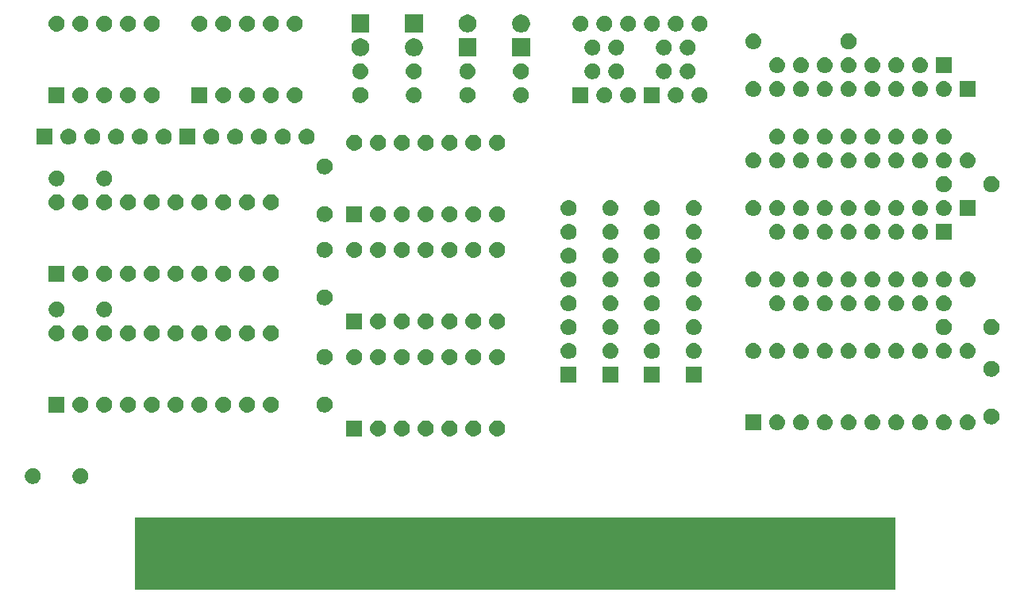
<source format=gts>
G04 #@! TF.GenerationSoftware,KiCad,Pcbnew,(5.1.4)-1*
G04 #@! TF.CreationDate,2022-04-07T22:43:36+09:30*
G04 #@! TF.ProjectId,ISA_POST_Card_v5.1,4953415f-504f-4535-945f-436172645f76,1*
G04 #@! TF.SameCoordinates,Original*
G04 #@! TF.FileFunction,Soldermask,Top*
G04 #@! TF.FilePolarity,Negative*
%FSLAX46Y46*%
G04 Gerber Fmt 4.6, Leading zero omitted, Abs format (unit mm)*
G04 Created by KiCad (PCBNEW (5.1.4)-1) date 2022-04-07 22:43:36*
%MOMM*%
%LPD*%
G04 APERTURE LIST*
%ADD10C,0.120000*%
%ADD11C,0.010000*%
%ADD12C,0.100000*%
G04 APERTURE END LIST*
D10*
X109982000Y-126365000D02*
X109982000Y-118745000D01*
D11*
G36*
X109982000Y-118745000D02*
G01*
X191008000Y-118745000D01*
X191008000Y-126365000D01*
X109982000Y-126365000D01*
X109982000Y-118745000D01*
G37*
X109982000Y-118745000D02*
X191008000Y-118745000D01*
X191008000Y-126365000D01*
X109982000Y-126365000D01*
X109982000Y-118745000D01*
D12*
G36*
X161596000Y-126162000D02*
G01*
X159714000Y-126162000D01*
X159714000Y-118694000D01*
X161596000Y-118694000D01*
X161596000Y-126162000D01*
X161596000Y-126162000D01*
G37*
G36*
X123496000Y-126162000D02*
G01*
X121614000Y-126162000D01*
X121614000Y-118694000D01*
X123496000Y-118694000D01*
X123496000Y-126162000D01*
X123496000Y-126162000D01*
G37*
G36*
X164136000Y-126162000D02*
G01*
X162254000Y-126162000D01*
X162254000Y-118694000D01*
X164136000Y-118694000D01*
X164136000Y-126162000D01*
X164136000Y-126162000D01*
G37*
G36*
X166676000Y-126162000D02*
G01*
X164794000Y-126162000D01*
X164794000Y-118694000D01*
X166676000Y-118694000D01*
X166676000Y-126162000D01*
X166676000Y-126162000D01*
G37*
G36*
X169216000Y-126162000D02*
G01*
X167334000Y-126162000D01*
X167334000Y-118694000D01*
X169216000Y-118694000D01*
X169216000Y-126162000D01*
X169216000Y-126162000D01*
G37*
G36*
X171756000Y-126162000D02*
G01*
X169874000Y-126162000D01*
X169874000Y-118694000D01*
X171756000Y-118694000D01*
X171756000Y-126162000D01*
X171756000Y-126162000D01*
G37*
G36*
X174296000Y-126162000D02*
G01*
X172414000Y-126162000D01*
X172414000Y-118694000D01*
X174296000Y-118694000D01*
X174296000Y-126162000D01*
X174296000Y-126162000D01*
G37*
G36*
X176836000Y-126162000D02*
G01*
X174954000Y-126162000D01*
X174954000Y-118694000D01*
X176836000Y-118694000D01*
X176836000Y-126162000D01*
X176836000Y-126162000D01*
G37*
G36*
X179376000Y-126162000D02*
G01*
X177494000Y-126162000D01*
X177494000Y-118694000D01*
X179376000Y-118694000D01*
X179376000Y-126162000D01*
X179376000Y-126162000D01*
G37*
G36*
X181916000Y-126162000D02*
G01*
X180034000Y-126162000D01*
X180034000Y-118694000D01*
X181916000Y-118694000D01*
X181916000Y-126162000D01*
X181916000Y-126162000D01*
G37*
G36*
X184456000Y-126162000D02*
G01*
X182574000Y-126162000D01*
X182574000Y-118694000D01*
X184456000Y-118694000D01*
X184456000Y-126162000D01*
X184456000Y-126162000D01*
G37*
G36*
X189536000Y-126162000D02*
G01*
X187654000Y-126162000D01*
X187654000Y-118694000D01*
X189536000Y-118694000D01*
X189536000Y-126162000D01*
X189536000Y-126162000D01*
G37*
G36*
X113336000Y-126162000D02*
G01*
X111454000Y-126162000D01*
X111454000Y-118694000D01*
X113336000Y-118694000D01*
X113336000Y-126162000D01*
X113336000Y-126162000D01*
G37*
G36*
X115876000Y-126162000D02*
G01*
X113994000Y-126162000D01*
X113994000Y-118694000D01*
X115876000Y-118694000D01*
X115876000Y-126162000D01*
X115876000Y-126162000D01*
G37*
G36*
X118416000Y-126162000D02*
G01*
X116534000Y-126162000D01*
X116534000Y-118694000D01*
X118416000Y-118694000D01*
X118416000Y-126162000D01*
X118416000Y-126162000D01*
G37*
G36*
X120956000Y-126162000D02*
G01*
X119074000Y-126162000D01*
X119074000Y-118694000D01*
X120956000Y-118694000D01*
X120956000Y-126162000D01*
X120956000Y-126162000D01*
G37*
G36*
X126036000Y-126162000D02*
G01*
X124154000Y-126162000D01*
X124154000Y-118694000D01*
X126036000Y-118694000D01*
X126036000Y-126162000D01*
X126036000Y-126162000D01*
G37*
G36*
X159056000Y-126162000D02*
G01*
X157174000Y-126162000D01*
X157174000Y-118694000D01*
X159056000Y-118694000D01*
X159056000Y-126162000D01*
X159056000Y-126162000D01*
G37*
G36*
X156516000Y-126162000D02*
G01*
X154634000Y-126162000D01*
X154634000Y-118694000D01*
X156516000Y-118694000D01*
X156516000Y-126162000D01*
X156516000Y-126162000D01*
G37*
G36*
X153976000Y-126162000D02*
G01*
X152094000Y-126162000D01*
X152094000Y-118694000D01*
X153976000Y-118694000D01*
X153976000Y-126162000D01*
X153976000Y-126162000D01*
G37*
G36*
X151436000Y-126162000D02*
G01*
X149554000Y-126162000D01*
X149554000Y-118694000D01*
X151436000Y-118694000D01*
X151436000Y-126162000D01*
X151436000Y-126162000D01*
G37*
G36*
X148896000Y-126162000D02*
G01*
X147014000Y-126162000D01*
X147014000Y-118694000D01*
X148896000Y-118694000D01*
X148896000Y-126162000D01*
X148896000Y-126162000D01*
G37*
G36*
X146356000Y-126162000D02*
G01*
X144474000Y-126162000D01*
X144474000Y-118694000D01*
X146356000Y-118694000D01*
X146356000Y-126162000D01*
X146356000Y-126162000D01*
G37*
G36*
X143816000Y-126162000D02*
G01*
X141934000Y-126162000D01*
X141934000Y-118694000D01*
X143816000Y-118694000D01*
X143816000Y-126162000D01*
X143816000Y-126162000D01*
G37*
G36*
X138736000Y-126162000D02*
G01*
X136854000Y-126162000D01*
X136854000Y-118694000D01*
X138736000Y-118694000D01*
X138736000Y-126162000D01*
X138736000Y-126162000D01*
G37*
G36*
X136196000Y-126162000D02*
G01*
X134314000Y-126162000D01*
X134314000Y-118694000D01*
X136196000Y-118694000D01*
X136196000Y-126162000D01*
X136196000Y-126162000D01*
G37*
G36*
X133656000Y-126162000D02*
G01*
X131774000Y-126162000D01*
X131774000Y-118694000D01*
X133656000Y-118694000D01*
X133656000Y-126162000D01*
X133656000Y-126162000D01*
G37*
G36*
X131116000Y-126162000D02*
G01*
X129234000Y-126162000D01*
X129234000Y-118694000D01*
X131116000Y-118694000D01*
X131116000Y-126162000D01*
X131116000Y-126162000D01*
G37*
G36*
X128576000Y-126162000D02*
G01*
X126694000Y-126162000D01*
X126694000Y-118694000D01*
X128576000Y-118694000D01*
X128576000Y-126162000D01*
X128576000Y-126162000D01*
G37*
G36*
X186996000Y-126162000D02*
G01*
X185114000Y-126162000D01*
X185114000Y-118694000D01*
X186996000Y-118694000D01*
X186996000Y-126162000D01*
X186996000Y-126162000D01*
G37*
G36*
X141276000Y-126162000D02*
G01*
X139394000Y-126162000D01*
X139394000Y-118694000D01*
X141276000Y-118694000D01*
X141276000Y-126162000D01*
X141276000Y-126162000D01*
G37*
G36*
X104388228Y-113481703D02*
G01*
X104543100Y-113545853D01*
X104682481Y-113638985D01*
X104801015Y-113757519D01*
X104894147Y-113896900D01*
X104958297Y-114051772D01*
X104991000Y-114216184D01*
X104991000Y-114383816D01*
X104958297Y-114548228D01*
X104894147Y-114703100D01*
X104801015Y-114842481D01*
X104682481Y-114961015D01*
X104543100Y-115054147D01*
X104388228Y-115118297D01*
X104223816Y-115151000D01*
X104056184Y-115151000D01*
X103891772Y-115118297D01*
X103736900Y-115054147D01*
X103597519Y-114961015D01*
X103478985Y-114842481D01*
X103385853Y-114703100D01*
X103321703Y-114548228D01*
X103289000Y-114383816D01*
X103289000Y-114216184D01*
X103321703Y-114051772D01*
X103385853Y-113896900D01*
X103478985Y-113757519D01*
X103597519Y-113638985D01*
X103736900Y-113545853D01*
X103891772Y-113481703D01*
X104056184Y-113449000D01*
X104223816Y-113449000D01*
X104388228Y-113481703D01*
X104388228Y-113481703D01*
G37*
G36*
X99308228Y-113481703D02*
G01*
X99463100Y-113545853D01*
X99602481Y-113638985D01*
X99721015Y-113757519D01*
X99814147Y-113896900D01*
X99878297Y-114051772D01*
X99911000Y-114216184D01*
X99911000Y-114383816D01*
X99878297Y-114548228D01*
X99814147Y-114703100D01*
X99721015Y-114842481D01*
X99602481Y-114961015D01*
X99463100Y-115054147D01*
X99308228Y-115118297D01*
X99143816Y-115151000D01*
X98976184Y-115151000D01*
X98811772Y-115118297D01*
X98656900Y-115054147D01*
X98517519Y-114961015D01*
X98398985Y-114842481D01*
X98305853Y-114703100D01*
X98241703Y-114548228D01*
X98209000Y-114383816D01*
X98209000Y-114216184D01*
X98241703Y-114051772D01*
X98305853Y-113896900D01*
X98398985Y-113757519D01*
X98517519Y-113638985D01*
X98656900Y-113545853D01*
X98811772Y-113481703D01*
X98976184Y-113449000D01*
X99143816Y-113449000D01*
X99308228Y-113481703D01*
X99308228Y-113481703D01*
G37*
G36*
X146216823Y-108381313D02*
G01*
X146377242Y-108429976D01*
X146509906Y-108500886D01*
X146525078Y-108508996D01*
X146654659Y-108615341D01*
X146761004Y-108744922D01*
X146761005Y-108744924D01*
X146840024Y-108892758D01*
X146888687Y-109053177D01*
X146905117Y-109220000D01*
X146888687Y-109386823D01*
X146840024Y-109547242D01*
X146769114Y-109679906D01*
X146761004Y-109695078D01*
X146654659Y-109824659D01*
X146525078Y-109931004D01*
X146525076Y-109931005D01*
X146377242Y-110010024D01*
X146216823Y-110058687D01*
X146091804Y-110071000D01*
X146008196Y-110071000D01*
X145883177Y-110058687D01*
X145722758Y-110010024D01*
X145574924Y-109931005D01*
X145574922Y-109931004D01*
X145445341Y-109824659D01*
X145338996Y-109695078D01*
X145330886Y-109679906D01*
X145259976Y-109547242D01*
X145211313Y-109386823D01*
X145194883Y-109220000D01*
X145211313Y-109053177D01*
X145259976Y-108892758D01*
X145338995Y-108744924D01*
X145338996Y-108744922D01*
X145445341Y-108615341D01*
X145574922Y-108508996D01*
X145590094Y-108500886D01*
X145722758Y-108429976D01*
X145883177Y-108381313D01*
X146008196Y-108369000D01*
X146091804Y-108369000D01*
X146216823Y-108381313D01*
X146216823Y-108381313D01*
G37*
G36*
X134201000Y-110071000D02*
G01*
X132499000Y-110071000D01*
X132499000Y-108369000D01*
X134201000Y-108369000D01*
X134201000Y-110071000D01*
X134201000Y-110071000D01*
G37*
G36*
X136056823Y-108381313D02*
G01*
X136217242Y-108429976D01*
X136349906Y-108500886D01*
X136365078Y-108508996D01*
X136494659Y-108615341D01*
X136601004Y-108744922D01*
X136601005Y-108744924D01*
X136680024Y-108892758D01*
X136728687Y-109053177D01*
X136745117Y-109220000D01*
X136728687Y-109386823D01*
X136680024Y-109547242D01*
X136609114Y-109679906D01*
X136601004Y-109695078D01*
X136494659Y-109824659D01*
X136365078Y-109931004D01*
X136365076Y-109931005D01*
X136217242Y-110010024D01*
X136056823Y-110058687D01*
X135931804Y-110071000D01*
X135848196Y-110071000D01*
X135723177Y-110058687D01*
X135562758Y-110010024D01*
X135414924Y-109931005D01*
X135414922Y-109931004D01*
X135285341Y-109824659D01*
X135178996Y-109695078D01*
X135170886Y-109679906D01*
X135099976Y-109547242D01*
X135051313Y-109386823D01*
X135034883Y-109220000D01*
X135051313Y-109053177D01*
X135099976Y-108892758D01*
X135178995Y-108744924D01*
X135178996Y-108744922D01*
X135285341Y-108615341D01*
X135414922Y-108508996D01*
X135430094Y-108500886D01*
X135562758Y-108429976D01*
X135723177Y-108381313D01*
X135848196Y-108369000D01*
X135931804Y-108369000D01*
X136056823Y-108381313D01*
X136056823Y-108381313D01*
G37*
G36*
X138596823Y-108381313D02*
G01*
X138757242Y-108429976D01*
X138889906Y-108500886D01*
X138905078Y-108508996D01*
X139034659Y-108615341D01*
X139141004Y-108744922D01*
X139141005Y-108744924D01*
X139220024Y-108892758D01*
X139268687Y-109053177D01*
X139285117Y-109220000D01*
X139268687Y-109386823D01*
X139220024Y-109547242D01*
X139149114Y-109679906D01*
X139141004Y-109695078D01*
X139034659Y-109824659D01*
X138905078Y-109931004D01*
X138905076Y-109931005D01*
X138757242Y-110010024D01*
X138596823Y-110058687D01*
X138471804Y-110071000D01*
X138388196Y-110071000D01*
X138263177Y-110058687D01*
X138102758Y-110010024D01*
X137954924Y-109931005D01*
X137954922Y-109931004D01*
X137825341Y-109824659D01*
X137718996Y-109695078D01*
X137710886Y-109679906D01*
X137639976Y-109547242D01*
X137591313Y-109386823D01*
X137574883Y-109220000D01*
X137591313Y-109053177D01*
X137639976Y-108892758D01*
X137718995Y-108744924D01*
X137718996Y-108744922D01*
X137825341Y-108615341D01*
X137954922Y-108508996D01*
X137970094Y-108500886D01*
X138102758Y-108429976D01*
X138263177Y-108381313D01*
X138388196Y-108369000D01*
X138471804Y-108369000D01*
X138596823Y-108381313D01*
X138596823Y-108381313D01*
G37*
G36*
X141136823Y-108381313D02*
G01*
X141297242Y-108429976D01*
X141429906Y-108500886D01*
X141445078Y-108508996D01*
X141574659Y-108615341D01*
X141681004Y-108744922D01*
X141681005Y-108744924D01*
X141760024Y-108892758D01*
X141808687Y-109053177D01*
X141825117Y-109220000D01*
X141808687Y-109386823D01*
X141760024Y-109547242D01*
X141689114Y-109679906D01*
X141681004Y-109695078D01*
X141574659Y-109824659D01*
X141445078Y-109931004D01*
X141445076Y-109931005D01*
X141297242Y-110010024D01*
X141136823Y-110058687D01*
X141011804Y-110071000D01*
X140928196Y-110071000D01*
X140803177Y-110058687D01*
X140642758Y-110010024D01*
X140494924Y-109931005D01*
X140494922Y-109931004D01*
X140365341Y-109824659D01*
X140258996Y-109695078D01*
X140250886Y-109679906D01*
X140179976Y-109547242D01*
X140131313Y-109386823D01*
X140114883Y-109220000D01*
X140131313Y-109053177D01*
X140179976Y-108892758D01*
X140258995Y-108744924D01*
X140258996Y-108744922D01*
X140365341Y-108615341D01*
X140494922Y-108508996D01*
X140510094Y-108500886D01*
X140642758Y-108429976D01*
X140803177Y-108381313D01*
X140928196Y-108369000D01*
X141011804Y-108369000D01*
X141136823Y-108381313D01*
X141136823Y-108381313D01*
G37*
G36*
X143676823Y-108381313D02*
G01*
X143837242Y-108429976D01*
X143969906Y-108500886D01*
X143985078Y-108508996D01*
X144114659Y-108615341D01*
X144221004Y-108744922D01*
X144221005Y-108744924D01*
X144300024Y-108892758D01*
X144348687Y-109053177D01*
X144365117Y-109220000D01*
X144348687Y-109386823D01*
X144300024Y-109547242D01*
X144229114Y-109679906D01*
X144221004Y-109695078D01*
X144114659Y-109824659D01*
X143985078Y-109931004D01*
X143985076Y-109931005D01*
X143837242Y-110010024D01*
X143676823Y-110058687D01*
X143551804Y-110071000D01*
X143468196Y-110071000D01*
X143343177Y-110058687D01*
X143182758Y-110010024D01*
X143034924Y-109931005D01*
X143034922Y-109931004D01*
X142905341Y-109824659D01*
X142798996Y-109695078D01*
X142790886Y-109679906D01*
X142719976Y-109547242D01*
X142671313Y-109386823D01*
X142654883Y-109220000D01*
X142671313Y-109053177D01*
X142719976Y-108892758D01*
X142798995Y-108744924D01*
X142798996Y-108744922D01*
X142905341Y-108615341D01*
X143034922Y-108508996D01*
X143050094Y-108500886D01*
X143182758Y-108429976D01*
X143343177Y-108381313D01*
X143468196Y-108369000D01*
X143551804Y-108369000D01*
X143676823Y-108381313D01*
X143676823Y-108381313D01*
G37*
G36*
X148756823Y-108381313D02*
G01*
X148917242Y-108429976D01*
X149049906Y-108500886D01*
X149065078Y-108508996D01*
X149194659Y-108615341D01*
X149301004Y-108744922D01*
X149301005Y-108744924D01*
X149380024Y-108892758D01*
X149428687Y-109053177D01*
X149445117Y-109220000D01*
X149428687Y-109386823D01*
X149380024Y-109547242D01*
X149309114Y-109679906D01*
X149301004Y-109695078D01*
X149194659Y-109824659D01*
X149065078Y-109931004D01*
X149065076Y-109931005D01*
X148917242Y-110010024D01*
X148756823Y-110058687D01*
X148631804Y-110071000D01*
X148548196Y-110071000D01*
X148423177Y-110058687D01*
X148262758Y-110010024D01*
X148114924Y-109931005D01*
X148114922Y-109931004D01*
X147985341Y-109824659D01*
X147878996Y-109695078D01*
X147870886Y-109679906D01*
X147799976Y-109547242D01*
X147751313Y-109386823D01*
X147734883Y-109220000D01*
X147751313Y-109053177D01*
X147799976Y-108892758D01*
X147878995Y-108744924D01*
X147878996Y-108744922D01*
X147985341Y-108615341D01*
X148114922Y-108508996D01*
X148130094Y-108500886D01*
X148262758Y-108429976D01*
X148423177Y-108381313D01*
X148548196Y-108369000D01*
X148631804Y-108369000D01*
X148756823Y-108381313D01*
X148756823Y-108381313D01*
G37*
G36*
X198921823Y-107746313D02*
G01*
X199082242Y-107794976D01*
X199214906Y-107865886D01*
X199230078Y-107873996D01*
X199359659Y-107980341D01*
X199466004Y-108109922D01*
X199466005Y-108109924D01*
X199545024Y-108257758D01*
X199593687Y-108418177D01*
X199610117Y-108585000D01*
X199593687Y-108751823D01*
X199545024Y-108912242D01*
X199474114Y-109044906D01*
X199466004Y-109060078D01*
X199359659Y-109189659D01*
X199230078Y-109296004D01*
X199230076Y-109296005D01*
X199082242Y-109375024D01*
X198921823Y-109423687D01*
X198796804Y-109436000D01*
X198713196Y-109436000D01*
X198588177Y-109423687D01*
X198427758Y-109375024D01*
X198279924Y-109296005D01*
X198279922Y-109296004D01*
X198150341Y-109189659D01*
X198043996Y-109060078D01*
X198035886Y-109044906D01*
X197964976Y-108912242D01*
X197916313Y-108751823D01*
X197899883Y-108585000D01*
X197916313Y-108418177D01*
X197964976Y-108257758D01*
X198043995Y-108109924D01*
X198043996Y-108109922D01*
X198150341Y-107980341D01*
X198279922Y-107873996D01*
X198295094Y-107865886D01*
X198427758Y-107794976D01*
X198588177Y-107746313D01*
X198713196Y-107734000D01*
X198796804Y-107734000D01*
X198921823Y-107746313D01*
X198921823Y-107746313D01*
G37*
G36*
X196381823Y-107746313D02*
G01*
X196542242Y-107794976D01*
X196674906Y-107865886D01*
X196690078Y-107873996D01*
X196819659Y-107980341D01*
X196926004Y-108109922D01*
X196926005Y-108109924D01*
X197005024Y-108257758D01*
X197053687Y-108418177D01*
X197070117Y-108585000D01*
X197053687Y-108751823D01*
X197005024Y-108912242D01*
X196934114Y-109044906D01*
X196926004Y-109060078D01*
X196819659Y-109189659D01*
X196690078Y-109296004D01*
X196690076Y-109296005D01*
X196542242Y-109375024D01*
X196381823Y-109423687D01*
X196256804Y-109436000D01*
X196173196Y-109436000D01*
X196048177Y-109423687D01*
X195887758Y-109375024D01*
X195739924Y-109296005D01*
X195739922Y-109296004D01*
X195610341Y-109189659D01*
X195503996Y-109060078D01*
X195495886Y-109044906D01*
X195424976Y-108912242D01*
X195376313Y-108751823D01*
X195359883Y-108585000D01*
X195376313Y-108418177D01*
X195424976Y-108257758D01*
X195503995Y-108109924D01*
X195503996Y-108109922D01*
X195610341Y-107980341D01*
X195739922Y-107873996D01*
X195755094Y-107865886D01*
X195887758Y-107794976D01*
X196048177Y-107746313D01*
X196173196Y-107734000D01*
X196256804Y-107734000D01*
X196381823Y-107746313D01*
X196381823Y-107746313D01*
G37*
G36*
X193841823Y-107746313D02*
G01*
X194002242Y-107794976D01*
X194134906Y-107865886D01*
X194150078Y-107873996D01*
X194279659Y-107980341D01*
X194386004Y-108109922D01*
X194386005Y-108109924D01*
X194465024Y-108257758D01*
X194513687Y-108418177D01*
X194530117Y-108585000D01*
X194513687Y-108751823D01*
X194465024Y-108912242D01*
X194394114Y-109044906D01*
X194386004Y-109060078D01*
X194279659Y-109189659D01*
X194150078Y-109296004D01*
X194150076Y-109296005D01*
X194002242Y-109375024D01*
X193841823Y-109423687D01*
X193716804Y-109436000D01*
X193633196Y-109436000D01*
X193508177Y-109423687D01*
X193347758Y-109375024D01*
X193199924Y-109296005D01*
X193199922Y-109296004D01*
X193070341Y-109189659D01*
X192963996Y-109060078D01*
X192955886Y-109044906D01*
X192884976Y-108912242D01*
X192836313Y-108751823D01*
X192819883Y-108585000D01*
X192836313Y-108418177D01*
X192884976Y-108257758D01*
X192963995Y-108109924D01*
X192963996Y-108109922D01*
X193070341Y-107980341D01*
X193199922Y-107873996D01*
X193215094Y-107865886D01*
X193347758Y-107794976D01*
X193508177Y-107746313D01*
X193633196Y-107734000D01*
X193716804Y-107734000D01*
X193841823Y-107746313D01*
X193841823Y-107746313D01*
G37*
G36*
X188761823Y-107746313D02*
G01*
X188922242Y-107794976D01*
X189054906Y-107865886D01*
X189070078Y-107873996D01*
X189199659Y-107980341D01*
X189306004Y-108109922D01*
X189306005Y-108109924D01*
X189385024Y-108257758D01*
X189433687Y-108418177D01*
X189450117Y-108585000D01*
X189433687Y-108751823D01*
X189385024Y-108912242D01*
X189314114Y-109044906D01*
X189306004Y-109060078D01*
X189199659Y-109189659D01*
X189070078Y-109296004D01*
X189070076Y-109296005D01*
X188922242Y-109375024D01*
X188761823Y-109423687D01*
X188636804Y-109436000D01*
X188553196Y-109436000D01*
X188428177Y-109423687D01*
X188267758Y-109375024D01*
X188119924Y-109296005D01*
X188119922Y-109296004D01*
X187990341Y-109189659D01*
X187883996Y-109060078D01*
X187875886Y-109044906D01*
X187804976Y-108912242D01*
X187756313Y-108751823D01*
X187739883Y-108585000D01*
X187756313Y-108418177D01*
X187804976Y-108257758D01*
X187883995Y-108109924D01*
X187883996Y-108109922D01*
X187990341Y-107980341D01*
X188119922Y-107873996D01*
X188135094Y-107865886D01*
X188267758Y-107794976D01*
X188428177Y-107746313D01*
X188553196Y-107734000D01*
X188636804Y-107734000D01*
X188761823Y-107746313D01*
X188761823Y-107746313D01*
G37*
G36*
X186221823Y-107746313D02*
G01*
X186382242Y-107794976D01*
X186514906Y-107865886D01*
X186530078Y-107873996D01*
X186659659Y-107980341D01*
X186766004Y-108109922D01*
X186766005Y-108109924D01*
X186845024Y-108257758D01*
X186893687Y-108418177D01*
X186910117Y-108585000D01*
X186893687Y-108751823D01*
X186845024Y-108912242D01*
X186774114Y-109044906D01*
X186766004Y-109060078D01*
X186659659Y-109189659D01*
X186530078Y-109296004D01*
X186530076Y-109296005D01*
X186382242Y-109375024D01*
X186221823Y-109423687D01*
X186096804Y-109436000D01*
X186013196Y-109436000D01*
X185888177Y-109423687D01*
X185727758Y-109375024D01*
X185579924Y-109296005D01*
X185579922Y-109296004D01*
X185450341Y-109189659D01*
X185343996Y-109060078D01*
X185335886Y-109044906D01*
X185264976Y-108912242D01*
X185216313Y-108751823D01*
X185199883Y-108585000D01*
X185216313Y-108418177D01*
X185264976Y-108257758D01*
X185343995Y-108109924D01*
X185343996Y-108109922D01*
X185450341Y-107980341D01*
X185579922Y-107873996D01*
X185595094Y-107865886D01*
X185727758Y-107794976D01*
X185888177Y-107746313D01*
X186013196Y-107734000D01*
X186096804Y-107734000D01*
X186221823Y-107746313D01*
X186221823Y-107746313D01*
G37*
G36*
X181141823Y-107746313D02*
G01*
X181302242Y-107794976D01*
X181434906Y-107865886D01*
X181450078Y-107873996D01*
X181579659Y-107980341D01*
X181686004Y-108109922D01*
X181686005Y-108109924D01*
X181765024Y-108257758D01*
X181813687Y-108418177D01*
X181830117Y-108585000D01*
X181813687Y-108751823D01*
X181765024Y-108912242D01*
X181694114Y-109044906D01*
X181686004Y-109060078D01*
X181579659Y-109189659D01*
X181450078Y-109296004D01*
X181450076Y-109296005D01*
X181302242Y-109375024D01*
X181141823Y-109423687D01*
X181016804Y-109436000D01*
X180933196Y-109436000D01*
X180808177Y-109423687D01*
X180647758Y-109375024D01*
X180499924Y-109296005D01*
X180499922Y-109296004D01*
X180370341Y-109189659D01*
X180263996Y-109060078D01*
X180255886Y-109044906D01*
X180184976Y-108912242D01*
X180136313Y-108751823D01*
X180119883Y-108585000D01*
X180136313Y-108418177D01*
X180184976Y-108257758D01*
X180263995Y-108109924D01*
X180263996Y-108109922D01*
X180370341Y-107980341D01*
X180499922Y-107873996D01*
X180515094Y-107865886D01*
X180647758Y-107794976D01*
X180808177Y-107746313D01*
X180933196Y-107734000D01*
X181016804Y-107734000D01*
X181141823Y-107746313D01*
X181141823Y-107746313D01*
G37*
G36*
X183681823Y-107746313D02*
G01*
X183842242Y-107794976D01*
X183974906Y-107865886D01*
X183990078Y-107873996D01*
X184119659Y-107980341D01*
X184226004Y-108109922D01*
X184226005Y-108109924D01*
X184305024Y-108257758D01*
X184353687Y-108418177D01*
X184370117Y-108585000D01*
X184353687Y-108751823D01*
X184305024Y-108912242D01*
X184234114Y-109044906D01*
X184226004Y-109060078D01*
X184119659Y-109189659D01*
X183990078Y-109296004D01*
X183990076Y-109296005D01*
X183842242Y-109375024D01*
X183681823Y-109423687D01*
X183556804Y-109436000D01*
X183473196Y-109436000D01*
X183348177Y-109423687D01*
X183187758Y-109375024D01*
X183039924Y-109296005D01*
X183039922Y-109296004D01*
X182910341Y-109189659D01*
X182803996Y-109060078D01*
X182795886Y-109044906D01*
X182724976Y-108912242D01*
X182676313Y-108751823D01*
X182659883Y-108585000D01*
X182676313Y-108418177D01*
X182724976Y-108257758D01*
X182803995Y-108109924D01*
X182803996Y-108109922D01*
X182910341Y-107980341D01*
X183039922Y-107873996D01*
X183055094Y-107865886D01*
X183187758Y-107794976D01*
X183348177Y-107746313D01*
X183473196Y-107734000D01*
X183556804Y-107734000D01*
X183681823Y-107746313D01*
X183681823Y-107746313D01*
G37*
G36*
X191301823Y-107746313D02*
G01*
X191462242Y-107794976D01*
X191594906Y-107865886D01*
X191610078Y-107873996D01*
X191739659Y-107980341D01*
X191846004Y-108109922D01*
X191846005Y-108109924D01*
X191925024Y-108257758D01*
X191973687Y-108418177D01*
X191990117Y-108585000D01*
X191973687Y-108751823D01*
X191925024Y-108912242D01*
X191854114Y-109044906D01*
X191846004Y-109060078D01*
X191739659Y-109189659D01*
X191610078Y-109296004D01*
X191610076Y-109296005D01*
X191462242Y-109375024D01*
X191301823Y-109423687D01*
X191176804Y-109436000D01*
X191093196Y-109436000D01*
X190968177Y-109423687D01*
X190807758Y-109375024D01*
X190659924Y-109296005D01*
X190659922Y-109296004D01*
X190530341Y-109189659D01*
X190423996Y-109060078D01*
X190415886Y-109044906D01*
X190344976Y-108912242D01*
X190296313Y-108751823D01*
X190279883Y-108585000D01*
X190296313Y-108418177D01*
X190344976Y-108257758D01*
X190423995Y-108109924D01*
X190423996Y-108109922D01*
X190530341Y-107980341D01*
X190659922Y-107873996D01*
X190675094Y-107865886D01*
X190807758Y-107794976D01*
X190968177Y-107746313D01*
X191093196Y-107734000D01*
X191176804Y-107734000D01*
X191301823Y-107746313D01*
X191301823Y-107746313D01*
G37*
G36*
X176746000Y-109436000D02*
G01*
X175044000Y-109436000D01*
X175044000Y-107734000D01*
X176746000Y-107734000D01*
X176746000Y-109436000D01*
X176746000Y-109436000D01*
G37*
G36*
X178601823Y-107746313D02*
G01*
X178762242Y-107794976D01*
X178894906Y-107865886D01*
X178910078Y-107873996D01*
X179039659Y-107980341D01*
X179146004Y-108109922D01*
X179146005Y-108109924D01*
X179225024Y-108257758D01*
X179273687Y-108418177D01*
X179290117Y-108585000D01*
X179273687Y-108751823D01*
X179225024Y-108912242D01*
X179154114Y-109044906D01*
X179146004Y-109060078D01*
X179039659Y-109189659D01*
X178910078Y-109296004D01*
X178910076Y-109296005D01*
X178762242Y-109375024D01*
X178601823Y-109423687D01*
X178476804Y-109436000D01*
X178393196Y-109436000D01*
X178268177Y-109423687D01*
X178107758Y-109375024D01*
X177959924Y-109296005D01*
X177959922Y-109296004D01*
X177830341Y-109189659D01*
X177723996Y-109060078D01*
X177715886Y-109044906D01*
X177644976Y-108912242D01*
X177596313Y-108751823D01*
X177579883Y-108585000D01*
X177596313Y-108418177D01*
X177644976Y-108257758D01*
X177723995Y-108109924D01*
X177723996Y-108109922D01*
X177830341Y-107980341D01*
X177959922Y-107873996D01*
X177975094Y-107865886D01*
X178107758Y-107794976D01*
X178268177Y-107746313D01*
X178393196Y-107734000D01*
X178476804Y-107734000D01*
X178601823Y-107746313D01*
X178601823Y-107746313D01*
G37*
G36*
X201543228Y-107131703D02*
G01*
X201698100Y-107195853D01*
X201837481Y-107288985D01*
X201956015Y-107407519D01*
X202049147Y-107546900D01*
X202113297Y-107701772D01*
X202146000Y-107866184D01*
X202146000Y-108033816D01*
X202113297Y-108198228D01*
X202049147Y-108353100D01*
X201956015Y-108492481D01*
X201837481Y-108611015D01*
X201698100Y-108704147D01*
X201543228Y-108768297D01*
X201378816Y-108801000D01*
X201211184Y-108801000D01*
X201046772Y-108768297D01*
X200891900Y-108704147D01*
X200752519Y-108611015D01*
X200633985Y-108492481D01*
X200540853Y-108353100D01*
X200476703Y-108198228D01*
X200444000Y-108033816D01*
X200444000Y-107866184D01*
X200476703Y-107701772D01*
X200540853Y-107546900D01*
X200633985Y-107407519D01*
X200752519Y-107288985D01*
X200891900Y-107195853D01*
X201046772Y-107131703D01*
X201211184Y-107099000D01*
X201378816Y-107099000D01*
X201543228Y-107131703D01*
X201543228Y-107131703D01*
G37*
G36*
X122086823Y-105841313D02*
G01*
X122247242Y-105889976D01*
X122314361Y-105925852D01*
X122395078Y-105968996D01*
X122524659Y-106075341D01*
X122631004Y-106204922D01*
X122631005Y-106204924D01*
X122710024Y-106352758D01*
X122758687Y-106513177D01*
X122775117Y-106680000D01*
X122758687Y-106846823D01*
X122710024Y-107007242D01*
X122669477Y-107083100D01*
X122631004Y-107155078D01*
X122524659Y-107284659D01*
X122395078Y-107391004D01*
X122395076Y-107391005D01*
X122247242Y-107470024D01*
X122086823Y-107518687D01*
X121961804Y-107531000D01*
X121878196Y-107531000D01*
X121753177Y-107518687D01*
X121592758Y-107470024D01*
X121444924Y-107391005D01*
X121444922Y-107391004D01*
X121315341Y-107284659D01*
X121208996Y-107155078D01*
X121170523Y-107083100D01*
X121129976Y-107007242D01*
X121081313Y-106846823D01*
X121064883Y-106680000D01*
X121081313Y-106513177D01*
X121129976Y-106352758D01*
X121208995Y-106204924D01*
X121208996Y-106204922D01*
X121315341Y-106075341D01*
X121444922Y-105968996D01*
X121525639Y-105925852D01*
X121592758Y-105889976D01*
X121753177Y-105841313D01*
X121878196Y-105829000D01*
X121961804Y-105829000D01*
X122086823Y-105841313D01*
X122086823Y-105841313D01*
G37*
G36*
X124626823Y-105841313D02*
G01*
X124787242Y-105889976D01*
X124854361Y-105925852D01*
X124935078Y-105968996D01*
X125064659Y-106075341D01*
X125171004Y-106204922D01*
X125171005Y-106204924D01*
X125250024Y-106352758D01*
X125298687Y-106513177D01*
X125315117Y-106680000D01*
X125298687Y-106846823D01*
X125250024Y-107007242D01*
X125209477Y-107083100D01*
X125171004Y-107155078D01*
X125064659Y-107284659D01*
X124935078Y-107391004D01*
X124935076Y-107391005D01*
X124787242Y-107470024D01*
X124626823Y-107518687D01*
X124501804Y-107531000D01*
X124418196Y-107531000D01*
X124293177Y-107518687D01*
X124132758Y-107470024D01*
X123984924Y-107391005D01*
X123984922Y-107391004D01*
X123855341Y-107284659D01*
X123748996Y-107155078D01*
X123710523Y-107083100D01*
X123669976Y-107007242D01*
X123621313Y-106846823D01*
X123604883Y-106680000D01*
X123621313Y-106513177D01*
X123669976Y-106352758D01*
X123748995Y-106204924D01*
X123748996Y-106204922D01*
X123855341Y-106075341D01*
X123984922Y-105968996D01*
X124065639Y-105925852D01*
X124132758Y-105889976D01*
X124293177Y-105841313D01*
X124418196Y-105829000D01*
X124501804Y-105829000D01*
X124626823Y-105841313D01*
X124626823Y-105841313D01*
G37*
G36*
X114466823Y-105841313D02*
G01*
X114627242Y-105889976D01*
X114694361Y-105925852D01*
X114775078Y-105968996D01*
X114904659Y-106075341D01*
X115011004Y-106204922D01*
X115011005Y-106204924D01*
X115090024Y-106352758D01*
X115138687Y-106513177D01*
X115155117Y-106680000D01*
X115138687Y-106846823D01*
X115090024Y-107007242D01*
X115049477Y-107083100D01*
X115011004Y-107155078D01*
X114904659Y-107284659D01*
X114775078Y-107391004D01*
X114775076Y-107391005D01*
X114627242Y-107470024D01*
X114466823Y-107518687D01*
X114341804Y-107531000D01*
X114258196Y-107531000D01*
X114133177Y-107518687D01*
X113972758Y-107470024D01*
X113824924Y-107391005D01*
X113824922Y-107391004D01*
X113695341Y-107284659D01*
X113588996Y-107155078D01*
X113550523Y-107083100D01*
X113509976Y-107007242D01*
X113461313Y-106846823D01*
X113444883Y-106680000D01*
X113461313Y-106513177D01*
X113509976Y-106352758D01*
X113588995Y-106204924D01*
X113588996Y-106204922D01*
X113695341Y-106075341D01*
X113824922Y-105968996D01*
X113905639Y-105925852D01*
X113972758Y-105889976D01*
X114133177Y-105841313D01*
X114258196Y-105829000D01*
X114341804Y-105829000D01*
X114466823Y-105841313D01*
X114466823Y-105841313D01*
G37*
G36*
X117006823Y-105841313D02*
G01*
X117167242Y-105889976D01*
X117234361Y-105925852D01*
X117315078Y-105968996D01*
X117444659Y-106075341D01*
X117551004Y-106204922D01*
X117551005Y-106204924D01*
X117630024Y-106352758D01*
X117678687Y-106513177D01*
X117695117Y-106680000D01*
X117678687Y-106846823D01*
X117630024Y-107007242D01*
X117589477Y-107083100D01*
X117551004Y-107155078D01*
X117444659Y-107284659D01*
X117315078Y-107391004D01*
X117315076Y-107391005D01*
X117167242Y-107470024D01*
X117006823Y-107518687D01*
X116881804Y-107531000D01*
X116798196Y-107531000D01*
X116673177Y-107518687D01*
X116512758Y-107470024D01*
X116364924Y-107391005D01*
X116364922Y-107391004D01*
X116235341Y-107284659D01*
X116128996Y-107155078D01*
X116090523Y-107083100D01*
X116049976Y-107007242D01*
X116001313Y-106846823D01*
X115984883Y-106680000D01*
X116001313Y-106513177D01*
X116049976Y-106352758D01*
X116128995Y-106204924D01*
X116128996Y-106204922D01*
X116235341Y-106075341D01*
X116364922Y-105968996D01*
X116445639Y-105925852D01*
X116512758Y-105889976D01*
X116673177Y-105841313D01*
X116798196Y-105829000D01*
X116881804Y-105829000D01*
X117006823Y-105841313D01*
X117006823Y-105841313D01*
G37*
G36*
X119546823Y-105841313D02*
G01*
X119707242Y-105889976D01*
X119774361Y-105925852D01*
X119855078Y-105968996D01*
X119984659Y-106075341D01*
X120091004Y-106204922D01*
X120091005Y-106204924D01*
X120170024Y-106352758D01*
X120218687Y-106513177D01*
X120235117Y-106680000D01*
X120218687Y-106846823D01*
X120170024Y-107007242D01*
X120129477Y-107083100D01*
X120091004Y-107155078D01*
X119984659Y-107284659D01*
X119855078Y-107391004D01*
X119855076Y-107391005D01*
X119707242Y-107470024D01*
X119546823Y-107518687D01*
X119421804Y-107531000D01*
X119338196Y-107531000D01*
X119213177Y-107518687D01*
X119052758Y-107470024D01*
X118904924Y-107391005D01*
X118904922Y-107391004D01*
X118775341Y-107284659D01*
X118668996Y-107155078D01*
X118630523Y-107083100D01*
X118589976Y-107007242D01*
X118541313Y-106846823D01*
X118524883Y-106680000D01*
X118541313Y-106513177D01*
X118589976Y-106352758D01*
X118668995Y-106204924D01*
X118668996Y-106204922D01*
X118775341Y-106075341D01*
X118904922Y-105968996D01*
X118985639Y-105925852D01*
X119052758Y-105889976D01*
X119213177Y-105841313D01*
X119338196Y-105829000D01*
X119421804Y-105829000D01*
X119546823Y-105841313D01*
X119546823Y-105841313D01*
G37*
G36*
X130423228Y-105861703D02*
G01*
X130578100Y-105925853D01*
X130717481Y-106018985D01*
X130836015Y-106137519D01*
X130929147Y-106276900D01*
X130993297Y-106431772D01*
X131026000Y-106596184D01*
X131026000Y-106763816D01*
X130993297Y-106928228D01*
X130929147Y-107083100D01*
X130836015Y-107222481D01*
X130717481Y-107341015D01*
X130578100Y-107434147D01*
X130423228Y-107498297D01*
X130258816Y-107531000D01*
X130091184Y-107531000D01*
X129926772Y-107498297D01*
X129771900Y-107434147D01*
X129632519Y-107341015D01*
X129513985Y-107222481D01*
X129420853Y-107083100D01*
X129356703Y-106928228D01*
X129324000Y-106763816D01*
X129324000Y-106596184D01*
X129356703Y-106431772D01*
X129420853Y-106276900D01*
X129513985Y-106137519D01*
X129632519Y-106018985D01*
X129771900Y-105925853D01*
X129926772Y-105861703D01*
X130091184Y-105829000D01*
X130258816Y-105829000D01*
X130423228Y-105861703D01*
X130423228Y-105861703D01*
G37*
G36*
X111926823Y-105841313D02*
G01*
X112087242Y-105889976D01*
X112154361Y-105925852D01*
X112235078Y-105968996D01*
X112364659Y-106075341D01*
X112471004Y-106204922D01*
X112471005Y-106204924D01*
X112550024Y-106352758D01*
X112598687Y-106513177D01*
X112615117Y-106680000D01*
X112598687Y-106846823D01*
X112550024Y-107007242D01*
X112509477Y-107083100D01*
X112471004Y-107155078D01*
X112364659Y-107284659D01*
X112235078Y-107391004D01*
X112235076Y-107391005D01*
X112087242Y-107470024D01*
X111926823Y-107518687D01*
X111801804Y-107531000D01*
X111718196Y-107531000D01*
X111593177Y-107518687D01*
X111432758Y-107470024D01*
X111284924Y-107391005D01*
X111284922Y-107391004D01*
X111155341Y-107284659D01*
X111048996Y-107155078D01*
X111010523Y-107083100D01*
X110969976Y-107007242D01*
X110921313Y-106846823D01*
X110904883Y-106680000D01*
X110921313Y-106513177D01*
X110969976Y-106352758D01*
X111048995Y-106204924D01*
X111048996Y-106204922D01*
X111155341Y-106075341D01*
X111284922Y-105968996D01*
X111365639Y-105925852D01*
X111432758Y-105889976D01*
X111593177Y-105841313D01*
X111718196Y-105829000D01*
X111801804Y-105829000D01*
X111926823Y-105841313D01*
X111926823Y-105841313D01*
G37*
G36*
X109386823Y-105841313D02*
G01*
X109547242Y-105889976D01*
X109614361Y-105925852D01*
X109695078Y-105968996D01*
X109824659Y-106075341D01*
X109931004Y-106204922D01*
X109931005Y-106204924D01*
X110010024Y-106352758D01*
X110058687Y-106513177D01*
X110075117Y-106680000D01*
X110058687Y-106846823D01*
X110010024Y-107007242D01*
X109969477Y-107083100D01*
X109931004Y-107155078D01*
X109824659Y-107284659D01*
X109695078Y-107391004D01*
X109695076Y-107391005D01*
X109547242Y-107470024D01*
X109386823Y-107518687D01*
X109261804Y-107531000D01*
X109178196Y-107531000D01*
X109053177Y-107518687D01*
X108892758Y-107470024D01*
X108744924Y-107391005D01*
X108744922Y-107391004D01*
X108615341Y-107284659D01*
X108508996Y-107155078D01*
X108470523Y-107083100D01*
X108429976Y-107007242D01*
X108381313Y-106846823D01*
X108364883Y-106680000D01*
X108381313Y-106513177D01*
X108429976Y-106352758D01*
X108508995Y-106204924D01*
X108508996Y-106204922D01*
X108615341Y-106075341D01*
X108744922Y-105968996D01*
X108825639Y-105925852D01*
X108892758Y-105889976D01*
X109053177Y-105841313D01*
X109178196Y-105829000D01*
X109261804Y-105829000D01*
X109386823Y-105841313D01*
X109386823Y-105841313D01*
G37*
G36*
X106846823Y-105841313D02*
G01*
X107007242Y-105889976D01*
X107074361Y-105925852D01*
X107155078Y-105968996D01*
X107284659Y-106075341D01*
X107391004Y-106204922D01*
X107391005Y-106204924D01*
X107470024Y-106352758D01*
X107518687Y-106513177D01*
X107535117Y-106680000D01*
X107518687Y-106846823D01*
X107470024Y-107007242D01*
X107429477Y-107083100D01*
X107391004Y-107155078D01*
X107284659Y-107284659D01*
X107155078Y-107391004D01*
X107155076Y-107391005D01*
X107007242Y-107470024D01*
X106846823Y-107518687D01*
X106721804Y-107531000D01*
X106638196Y-107531000D01*
X106513177Y-107518687D01*
X106352758Y-107470024D01*
X106204924Y-107391005D01*
X106204922Y-107391004D01*
X106075341Y-107284659D01*
X105968996Y-107155078D01*
X105930523Y-107083100D01*
X105889976Y-107007242D01*
X105841313Y-106846823D01*
X105824883Y-106680000D01*
X105841313Y-106513177D01*
X105889976Y-106352758D01*
X105968995Y-106204924D01*
X105968996Y-106204922D01*
X106075341Y-106075341D01*
X106204922Y-105968996D01*
X106285639Y-105925852D01*
X106352758Y-105889976D01*
X106513177Y-105841313D01*
X106638196Y-105829000D01*
X106721804Y-105829000D01*
X106846823Y-105841313D01*
X106846823Y-105841313D01*
G37*
G36*
X104306823Y-105841313D02*
G01*
X104467242Y-105889976D01*
X104534361Y-105925852D01*
X104615078Y-105968996D01*
X104744659Y-106075341D01*
X104851004Y-106204922D01*
X104851005Y-106204924D01*
X104930024Y-106352758D01*
X104978687Y-106513177D01*
X104995117Y-106680000D01*
X104978687Y-106846823D01*
X104930024Y-107007242D01*
X104889477Y-107083100D01*
X104851004Y-107155078D01*
X104744659Y-107284659D01*
X104615078Y-107391004D01*
X104615076Y-107391005D01*
X104467242Y-107470024D01*
X104306823Y-107518687D01*
X104181804Y-107531000D01*
X104098196Y-107531000D01*
X103973177Y-107518687D01*
X103812758Y-107470024D01*
X103664924Y-107391005D01*
X103664922Y-107391004D01*
X103535341Y-107284659D01*
X103428996Y-107155078D01*
X103390523Y-107083100D01*
X103349976Y-107007242D01*
X103301313Y-106846823D01*
X103284883Y-106680000D01*
X103301313Y-106513177D01*
X103349976Y-106352758D01*
X103428995Y-106204924D01*
X103428996Y-106204922D01*
X103535341Y-106075341D01*
X103664922Y-105968996D01*
X103745639Y-105925852D01*
X103812758Y-105889976D01*
X103973177Y-105841313D01*
X104098196Y-105829000D01*
X104181804Y-105829000D01*
X104306823Y-105841313D01*
X104306823Y-105841313D01*
G37*
G36*
X102451000Y-107531000D02*
G01*
X100749000Y-107531000D01*
X100749000Y-105829000D01*
X102451000Y-105829000D01*
X102451000Y-107531000D01*
X102451000Y-107531000D01*
G37*
G36*
X165951000Y-104356000D02*
G01*
X164249000Y-104356000D01*
X164249000Y-102654000D01*
X165951000Y-102654000D01*
X165951000Y-104356000D01*
X165951000Y-104356000D01*
G37*
G36*
X161506000Y-104356000D02*
G01*
X159804000Y-104356000D01*
X159804000Y-102654000D01*
X161506000Y-102654000D01*
X161506000Y-104356000D01*
X161506000Y-104356000D01*
G37*
G36*
X157061000Y-104356000D02*
G01*
X155359000Y-104356000D01*
X155359000Y-102654000D01*
X157061000Y-102654000D01*
X157061000Y-104356000D01*
X157061000Y-104356000D01*
G37*
G36*
X170396000Y-104356000D02*
G01*
X168694000Y-104356000D01*
X168694000Y-102654000D01*
X170396000Y-102654000D01*
X170396000Y-104356000D01*
X170396000Y-104356000D01*
G37*
G36*
X201543228Y-102051703D02*
G01*
X201698100Y-102115853D01*
X201837481Y-102208985D01*
X201956015Y-102327519D01*
X202049147Y-102466900D01*
X202113297Y-102621772D01*
X202146000Y-102786184D01*
X202146000Y-102953816D01*
X202113297Y-103118228D01*
X202049147Y-103273100D01*
X201956015Y-103412481D01*
X201837481Y-103531015D01*
X201698100Y-103624147D01*
X201543228Y-103688297D01*
X201378816Y-103721000D01*
X201211184Y-103721000D01*
X201046772Y-103688297D01*
X200891900Y-103624147D01*
X200752519Y-103531015D01*
X200633985Y-103412481D01*
X200540853Y-103273100D01*
X200476703Y-103118228D01*
X200444000Y-102953816D01*
X200444000Y-102786184D01*
X200476703Y-102621772D01*
X200540853Y-102466900D01*
X200633985Y-102327519D01*
X200752519Y-102208985D01*
X200891900Y-102115853D01*
X201046772Y-102051703D01*
X201211184Y-102019000D01*
X201378816Y-102019000D01*
X201543228Y-102051703D01*
X201543228Y-102051703D01*
G37*
G36*
X146216823Y-100761313D02*
G01*
X146377242Y-100809976D01*
X146444361Y-100845852D01*
X146525078Y-100888996D01*
X146654659Y-100995341D01*
X146761004Y-101124922D01*
X146761005Y-101124924D01*
X146840024Y-101272758D01*
X146888687Y-101433177D01*
X146905117Y-101600000D01*
X146888687Y-101766823D01*
X146840024Y-101927242D01*
X146799477Y-102003100D01*
X146761004Y-102075078D01*
X146654659Y-102204659D01*
X146525078Y-102311004D01*
X146525076Y-102311005D01*
X146377242Y-102390024D01*
X146216823Y-102438687D01*
X146091804Y-102451000D01*
X146008196Y-102451000D01*
X145883177Y-102438687D01*
X145722758Y-102390024D01*
X145574924Y-102311005D01*
X145574922Y-102311004D01*
X145445341Y-102204659D01*
X145338996Y-102075078D01*
X145300523Y-102003100D01*
X145259976Y-101927242D01*
X145211313Y-101766823D01*
X145194883Y-101600000D01*
X145211313Y-101433177D01*
X145259976Y-101272758D01*
X145338995Y-101124924D01*
X145338996Y-101124922D01*
X145445341Y-100995341D01*
X145574922Y-100888996D01*
X145655639Y-100845852D01*
X145722758Y-100809976D01*
X145883177Y-100761313D01*
X146008196Y-100749000D01*
X146091804Y-100749000D01*
X146216823Y-100761313D01*
X146216823Y-100761313D01*
G37*
G36*
X148756823Y-100761313D02*
G01*
X148917242Y-100809976D01*
X148984361Y-100845852D01*
X149065078Y-100888996D01*
X149194659Y-100995341D01*
X149301004Y-101124922D01*
X149301005Y-101124924D01*
X149380024Y-101272758D01*
X149428687Y-101433177D01*
X149445117Y-101600000D01*
X149428687Y-101766823D01*
X149380024Y-101927242D01*
X149339477Y-102003100D01*
X149301004Y-102075078D01*
X149194659Y-102204659D01*
X149065078Y-102311004D01*
X149065076Y-102311005D01*
X148917242Y-102390024D01*
X148756823Y-102438687D01*
X148631804Y-102451000D01*
X148548196Y-102451000D01*
X148423177Y-102438687D01*
X148262758Y-102390024D01*
X148114924Y-102311005D01*
X148114922Y-102311004D01*
X147985341Y-102204659D01*
X147878996Y-102075078D01*
X147840523Y-102003100D01*
X147799976Y-101927242D01*
X147751313Y-101766823D01*
X147734883Y-101600000D01*
X147751313Y-101433177D01*
X147799976Y-101272758D01*
X147878995Y-101124924D01*
X147878996Y-101124922D01*
X147985341Y-100995341D01*
X148114922Y-100888996D01*
X148195639Y-100845852D01*
X148262758Y-100809976D01*
X148423177Y-100761313D01*
X148548196Y-100749000D01*
X148631804Y-100749000D01*
X148756823Y-100761313D01*
X148756823Y-100761313D01*
G37*
G36*
X143676823Y-100761313D02*
G01*
X143837242Y-100809976D01*
X143904361Y-100845852D01*
X143985078Y-100888996D01*
X144114659Y-100995341D01*
X144221004Y-101124922D01*
X144221005Y-101124924D01*
X144300024Y-101272758D01*
X144348687Y-101433177D01*
X144365117Y-101600000D01*
X144348687Y-101766823D01*
X144300024Y-101927242D01*
X144259477Y-102003100D01*
X144221004Y-102075078D01*
X144114659Y-102204659D01*
X143985078Y-102311004D01*
X143985076Y-102311005D01*
X143837242Y-102390024D01*
X143676823Y-102438687D01*
X143551804Y-102451000D01*
X143468196Y-102451000D01*
X143343177Y-102438687D01*
X143182758Y-102390024D01*
X143034924Y-102311005D01*
X143034922Y-102311004D01*
X142905341Y-102204659D01*
X142798996Y-102075078D01*
X142760523Y-102003100D01*
X142719976Y-101927242D01*
X142671313Y-101766823D01*
X142654883Y-101600000D01*
X142671313Y-101433177D01*
X142719976Y-101272758D01*
X142798995Y-101124924D01*
X142798996Y-101124922D01*
X142905341Y-100995341D01*
X143034922Y-100888996D01*
X143115639Y-100845852D01*
X143182758Y-100809976D01*
X143343177Y-100761313D01*
X143468196Y-100749000D01*
X143551804Y-100749000D01*
X143676823Y-100761313D01*
X143676823Y-100761313D01*
G37*
G36*
X141136823Y-100761313D02*
G01*
X141297242Y-100809976D01*
X141364361Y-100845852D01*
X141445078Y-100888996D01*
X141574659Y-100995341D01*
X141681004Y-101124922D01*
X141681005Y-101124924D01*
X141760024Y-101272758D01*
X141808687Y-101433177D01*
X141825117Y-101600000D01*
X141808687Y-101766823D01*
X141760024Y-101927242D01*
X141719477Y-102003100D01*
X141681004Y-102075078D01*
X141574659Y-102204659D01*
X141445078Y-102311004D01*
X141445076Y-102311005D01*
X141297242Y-102390024D01*
X141136823Y-102438687D01*
X141011804Y-102451000D01*
X140928196Y-102451000D01*
X140803177Y-102438687D01*
X140642758Y-102390024D01*
X140494924Y-102311005D01*
X140494922Y-102311004D01*
X140365341Y-102204659D01*
X140258996Y-102075078D01*
X140220523Y-102003100D01*
X140179976Y-101927242D01*
X140131313Y-101766823D01*
X140114883Y-101600000D01*
X140131313Y-101433177D01*
X140179976Y-101272758D01*
X140258995Y-101124924D01*
X140258996Y-101124922D01*
X140365341Y-100995341D01*
X140494922Y-100888996D01*
X140575639Y-100845852D01*
X140642758Y-100809976D01*
X140803177Y-100761313D01*
X140928196Y-100749000D01*
X141011804Y-100749000D01*
X141136823Y-100761313D01*
X141136823Y-100761313D01*
G37*
G36*
X138596823Y-100761313D02*
G01*
X138757242Y-100809976D01*
X138824361Y-100845852D01*
X138905078Y-100888996D01*
X139034659Y-100995341D01*
X139141004Y-101124922D01*
X139141005Y-101124924D01*
X139220024Y-101272758D01*
X139268687Y-101433177D01*
X139285117Y-101600000D01*
X139268687Y-101766823D01*
X139220024Y-101927242D01*
X139179477Y-102003100D01*
X139141004Y-102075078D01*
X139034659Y-102204659D01*
X138905078Y-102311004D01*
X138905076Y-102311005D01*
X138757242Y-102390024D01*
X138596823Y-102438687D01*
X138471804Y-102451000D01*
X138388196Y-102451000D01*
X138263177Y-102438687D01*
X138102758Y-102390024D01*
X137954924Y-102311005D01*
X137954922Y-102311004D01*
X137825341Y-102204659D01*
X137718996Y-102075078D01*
X137680523Y-102003100D01*
X137639976Y-101927242D01*
X137591313Y-101766823D01*
X137574883Y-101600000D01*
X137591313Y-101433177D01*
X137639976Y-101272758D01*
X137718995Y-101124924D01*
X137718996Y-101124922D01*
X137825341Y-100995341D01*
X137954922Y-100888996D01*
X138035639Y-100845852D01*
X138102758Y-100809976D01*
X138263177Y-100761313D01*
X138388196Y-100749000D01*
X138471804Y-100749000D01*
X138596823Y-100761313D01*
X138596823Y-100761313D01*
G37*
G36*
X136056823Y-100761313D02*
G01*
X136217242Y-100809976D01*
X136284361Y-100845852D01*
X136365078Y-100888996D01*
X136494659Y-100995341D01*
X136601004Y-101124922D01*
X136601005Y-101124924D01*
X136680024Y-101272758D01*
X136728687Y-101433177D01*
X136745117Y-101600000D01*
X136728687Y-101766823D01*
X136680024Y-101927242D01*
X136639477Y-102003100D01*
X136601004Y-102075078D01*
X136494659Y-102204659D01*
X136365078Y-102311004D01*
X136365076Y-102311005D01*
X136217242Y-102390024D01*
X136056823Y-102438687D01*
X135931804Y-102451000D01*
X135848196Y-102451000D01*
X135723177Y-102438687D01*
X135562758Y-102390024D01*
X135414924Y-102311005D01*
X135414922Y-102311004D01*
X135285341Y-102204659D01*
X135178996Y-102075078D01*
X135140523Y-102003100D01*
X135099976Y-101927242D01*
X135051313Y-101766823D01*
X135034883Y-101600000D01*
X135051313Y-101433177D01*
X135099976Y-101272758D01*
X135178995Y-101124924D01*
X135178996Y-101124922D01*
X135285341Y-100995341D01*
X135414922Y-100888996D01*
X135495639Y-100845852D01*
X135562758Y-100809976D01*
X135723177Y-100761313D01*
X135848196Y-100749000D01*
X135931804Y-100749000D01*
X136056823Y-100761313D01*
X136056823Y-100761313D01*
G37*
G36*
X130423228Y-100781703D02*
G01*
X130578100Y-100845853D01*
X130717481Y-100938985D01*
X130836015Y-101057519D01*
X130929147Y-101196900D01*
X130993297Y-101351772D01*
X131026000Y-101516184D01*
X131026000Y-101683816D01*
X130993297Y-101848228D01*
X130929147Y-102003100D01*
X130836015Y-102142481D01*
X130717481Y-102261015D01*
X130578100Y-102354147D01*
X130423228Y-102418297D01*
X130258816Y-102451000D01*
X130091184Y-102451000D01*
X129926772Y-102418297D01*
X129771900Y-102354147D01*
X129632519Y-102261015D01*
X129513985Y-102142481D01*
X129420853Y-102003100D01*
X129356703Y-101848228D01*
X129324000Y-101683816D01*
X129324000Y-101516184D01*
X129356703Y-101351772D01*
X129420853Y-101196900D01*
X129513985Y-101057519D01*
X129632519Y-100938985D01*
X129771900Y-100845853D01*
X129926772Y-100781703D01*
X130091184Y-100749000D01*
X130258816Y-100749000D01*
X130423228Y-100781703D01*
X130423228Y-100781703D01*
G37*
G36*
X133516823Y-100761313D02*
G01*
X133677242Y-100809976D01*
X133744361Y-100845852D01*
X133825078Y-100888996D01*
X133954659Y-100995341D01*
X134061004Y-101124922D01*
X134061005Y-101124924D01*
X134140024Y-101272758D01*
X134188687Y-101433177D01*
X134205117Y-101600000D01*
X134188687Y-101766823D01*
X134140024Y-101927242D01*
X134099477Y-102003100D01*
X134061004Y-102075078D01*
X133954659Y-102204659D01*
X133825078Y-102311004D01*
X133825076Y-102311005D01*
X133677242Y-102390024D01*
X133516823Y-102438687D01*
X133391804Y-102451000D01*
X133308196Y-102451000D01*
X133183177Y-102438687D01*
X133022758Y-102390024D01*
X132874924Y-102311005D01*
X132874922Y-102311004D01*
X132745341Y-102204659D01*
X132638996Y-102075078D01*
X132600523Y-102003100D01*
X132559976Y-101927242D01*
X132511313Y-101766823D01*
X132494883Y-101600000D01*
X132511313Y-101433177D01*
X132559976Y-101272758D01*
X132638995Y-101124924D01*
X132638996Y-101124922D01*
X132745341Y-100995341D01*
X132874922Y-100888996D01*
X132955639Y-100845852D01*
X133022758Y-100809976D01*
X133183177Y-100761313D01*
X133308196Y-100749000D01*
X133391804Y-100749000D01*
X133516823Y-100761313D01*
X133516823Y-100761313D01*
G37*
G36*
X169711823Y-100126313D02*
G01*
X169872242Y-100174976D01*
X170004906Y-100245886D01*
X170020078Y-100253996D01*
X170149659Y-100360341D01*
X170256004Y-100489922D01*
X170256005Y-100489924D01*
X170335024Y-100637758D01*
X170383687Y-100798177D01*
X170400117Y-100965000D01*
X170383687Y-101131823D01*
X170335024Y-101292242D01*
X170264114Y-101424906D01*
X170256004Y-101440078D01*
X170149659Y-101569659D01*
X170020078Y-101676004D01*
X170020076Y-101676005D01*
X169872242Y-101755024D01*
X169711823Y-101803687D01*
X169586804Y-101816000D01*
X169503196Y-101816000D01*
X169378177Y-101803687D01*
X169217758Y-101755024D01*
X169069924Y-101676005D01*
X169069922Y-101676004D01*
X168940341Y-101569659D01*
X168833996Y-101440078D01*
X168825886Y-101424906D01*
X168754976Y-101292242D01*
X168706313Y-101131823D01*
X168689883Y-100965000D01*
X168706313Y-100798177D01*
X168754976Y-100637758D01*
X168833995Y-100489924D01*
X168833996Y-100489922D01*
X168940341Y-100360341D01*
X169069922Y-100253996D01*
X169085094Y-100245886D01*
X169217758Y-100174976D01*
X169378177Y-100126313D01*
X169503196Y-100114000D01*
X169586804Y-100114000D01*
X169711823Y-100126313D01*
X169711823Y-100126313D01*
G37*
G36*
X178601823Y-100126313D02*
G01*
X178762242Y-100174976D01*
X178894906Y-100245886D01*
X178910078Y-100253996D01*
X179039659Y-100360341D01*
X179146004Y-100489922D01*
X179146005Y-100489924D01*
X179225024Y-100637758D01*
X179273687Y-100798177D01*
X179290117Y-100965000D01*
X179273687Y-101131823D01*
X179225024Y-101292242D01*
X179154114Y-101424906D01*
X179146004Y-101440078D01*
X179039659Y-101569659D01*
X178910078Y-101676004D01*
X178910076Y-101676005D01*
X178762242Y-101755024D01*
X178601823Y-101803687D01*
X178476804Y-101816000D01*
X178393196Y-101816000D01*
X178268177Y-101803687D01*
X178107758Y-101755024D01*
X177959924Y-101676005D01*
X177959922Y-101676004D01*
X177830341Y-101569659D01*
X177723996Y-101440078D01*
X177715886Y-101424906D01*
X177644976Y-101292242D01*
X177596313Y-101131823D01*
X177579883Y-100965000D01*
X177596313Y-100798177D01*
X177644976Y-100637758D01*
X177723995Y-100489924D01*
X177723996Y-100489922D01*
X177830341Y-100360341D01*
X177959922Y-100253996D01*
X177975094Y-100245886D01*
X178107758Y-100174976D01*
X178268177Y-100126313D01*
X178393196Y-100114000D01*
X178476804Y-100114000D01*
X178601823Y-100126313D01*
X178601823Y-100126313D01*
G37*
G36*
X181141823Y-100126313D02*
G01*
X181302242Y-100174976D01*
X181434906Y-100245886D01*
X181450078Y-100253996D01*
X181579659Y-100360341D01*
X181686004Y-100489922D01*
X181686005Y-100489924D01*
X181765024Y-100637758D01*
X181813687Y-100798177D01*
X181830117Y-100965000D01*
X181813687Y-101131823D01*
X181765024Y-101292242D01*
X181694114Y-101424906D01*
X181686004Y-101440078D01*
X181579659Y-101569659D01*
X181450078Y-101676004D01*
X181450076Y-101676005D01*
X181302242Y-101755024D01*
X181141823Y-101803687D01*
X181016804Y-101816000D01*
X180933196Y-101816000D01*
X180808177Y-101803687D01*
X180647758Y-101755024D01*
X180499924Y-101676005D01*
X180499922Y-101676004D01*
X180370341Y-101569659D01*
X180263996Y-101440078D01*
X180255886Y-101424906D01*
X180184976Y-101292242D01*
X180136313Y-101131823D01*
X180119883Y-100965000D01*
X180136313Y-100798177D01*
X180184976Y-100637758D01*
X180263995Y-100489924D01*
X180263996Y-100489922D01*
X180370341Y-100360341D01*
X180499922Y-100253996D01*
X180515094Y-100245886D01*
X180647758Y-100174976D01*
X180808177Y-100126313D01*
X180933196Y-100114000D01*
X181016804Y-100114000D01*
X181141823Y-100126313D01*
X181141823Y-100126313D01*
G37*
G36*
X183681823Y-100126313D02*
G01*
X183842242Y-100174976D01*
X183974906Y-100245886D01*
X183990078Y-100253996D01*
X184119659Y-100360341D01*
X184226004Y-100489922D01*
X184226005Y-100489924D01*
X184305024Y-100637758D01*
X184353687Y-100798177D01*
X184370117Y-100965000D01*
X184353687Y-101131823D01*
X184305024Y-101292242D01*
X184234114Y-101424906D01*
X184226004Y-101440078D01*
X184119659Y-101569659D01*
X183990078Y-101676004D01*
X183990076Y-101676005D01*
X183842242Y-101755024D01*
X183681823Y-101803687D01*
X183556804Y-101816000D01*
X183473196Y-101816000D01*
X183348177Y-101803687D01*
X183187758Y-101755024D01*
X183039924Y-101676005D01*
X183039922Y-101676004D01*
X182910341Y-101569659D01*
X182803996Y-101440078D01*
X182795886Y-101424906D01*
X182724976Y-101292242D01*
X182676313Y-101131823D01*
X182659883Y-100965000D01*
X182676313Y-100798177D01*
X182724976Y-100637758D01*
X182803995Y-100489924D01*
X182803996Y-100489922D01*
X182910341Y-100360341D01*
X183039922Y-100253996D01*
X183055094Y-100245886D01*
X183187758Y-100174976D01*
X183348177Y-100126313D01*
X183473196Y-100114000D01*
X183556804Y-100114000D01*
X183681823Y-100126313D01*
X183681823Y-100126313D01*
G37*
G36*
X186221823Y-100126313D02*
G01*
X186382242Y-100174976D01*
X186514906Y-100245886D01*
X186530078Y-100253996D01*
X186659659Y-100360341D01*
X186766004Y-100489922D01*
X186766005Y-100489924D01*
X186845024Y-100637758D01*
X186893687Y-100798177D01*
X186910117Y-100965000D01*
X186893687Y-101131823D01*
X186845024Y-101292242D01*
X186774114Y-101424906D01*
X186766004Y-101440078D01*
X186659659Y-101569659D01*
X186530078Y-101676004D01*
X186530076Y-101676005D01*
X186382242Y-101755024D01*
X186221823Y-101803687D01*
X186096804Y-101816000D01*
X186013196Y-101816000D01*
X185888177Y-101803687D01*
X185727758Y-101755024D01*
X185579924Y-101676005D01*
X185579922Y-101676004D01*
X185450341Y-101569659D01*
X185343996Y-101440078D01*
X185335886Y-101424906D01*
X185264976Y-101292242D01*
X185216313Y-101131823D01*
X185199883Y-100965000D01*
X185216313Y-100798177D01*
X185264976Y-100637758D01*
X185343995Y-100489924D01*
X185343996Y-100489922D01*
X185450341Y-100360341D01*
X185579922Y-100253996D01*
X185595094Y-100245886D01*
X185727758Y-100174976D01*
X185888177Y-100126313D01*
X186013196Y-100114000D01*
X186096804Y-100114000D01*
X186221823Y-100126313D01*
X186221823Y-100126313D01*
G37*
G36*
X188761823Y-100126313D02*
G01*
X188922242Y-100174976D01*
X189054906Y-100245886D01*
X189070078Y-100253996D01*
X189199659Y-100360341D01*
X189306004Y-100489922D01*
X189306005Y-100489924D01*
X189385024Y-100637758D01*
X189433687Y-100798177D01*
X189450117Y-100965000D01*
X189433687Y-101131823D01*
X189385024Y-101292242D01*
X189314114Y-101424906D01*
X189306004Y-101440078D01*
X189199659Y-101569659D01*
X189070078Y-101676004D01*
X189070076Y-101676005D01*
X188922242Y-101755024D01*
X188761823Y-101803687D01*
X188636804Y-101816000D01*
X188553196Y-101816000D01*
X188428177Y-101803687D01*
X188267758Y-101755024D01*
X188119924Y-101676005D01*
X188119922Y-101676004D01*
X187990341Y-101569659D01*
X187883996Y-101440078D01*
X187875886Y-101424906D01*
X187804976Y-101292242D01*
X187756313Y-101131823D01*
X187739883Y-100965000D01*
X187756313Y-100798177D01*
X187804976Y-100637758D01*
X187883995Y-100489924D01*
X187883996Y-100489922D01*
X187990341Y-100360341D01*
X188119922Y-100253996D01*
X188135094Y-100245886D01*
X188267758Y-100174976D01*
X188428177Y-100126313D01*
X188553196Y-100114000D01*
X188636804Y-100114000D01*
X188761823Y-100126313D01*
X188761823Y-100126313D01*
G37*
G36*
X191301823Y-100126313D02*
G01*
X191462242Y-100174976D01*
X191594906Y-100245886D01*
X191610078Y-100253996D01*
X191739659Y-100360341D01*
X191846004Y-100489922D01*
X191846005Y-100489924D01*
X191925024Y-100637758D01*
X191973687Y-100798177D01*
X191990117Y-100965000D01*
X191973687Y-101131823D01*
X191925024Y-101292242D01*
X191854114Y-101424906D01*
X191846004Y-101440078D01*
X191739659Y-101569659D01*
X191610078Y-101676004D01*
X191610076Y-101676005D01*
X191462242Y-101755024D01*
X191301823Y-101803687D01*
X191176804Y-101816000D01*
X191093196Y-101816000D01*
X190968177Y-101803687D01*
X190807758Y-101755024D01*
X190659924Y-101676005D01*
X190659922Y-101676004D01*
X190530341Y-101569659D01*
X190423996Y-101440078D01*
X190415886Y-101424906D01*
X190344976Y-101292242D01*
X190296313Y-101131823D01*
X190279883Y-100965000D01*
X190296313Y-100798177D01*
X190344976Y-100637758D01*
X190423995Y-100489924D01*
X190423996Y-100489922D01*
X190530341Y-100360341D01*
X190659922Y-100253996D01*
X190675094Y-100245886D01*
X190807758Y-100174976D01*
X190968177Y-100126313D01*
X191093196Y-100114000D01*
X191176804Y-100114000D01*
X191301823Y-100126313D01*
X191301823Y-100126313D01*
G37*
G36*
X196381823Y-100126313D02*
G01*
X196542242Y-100174976D01*
X196674906Y-100245886D01*
X196690078Y-100253996D01*
X196819659Y-100360341D01*
X196926004Y-100489922D01*
X196926005Y-100489924D01*
X197005024Y-100637758D01*
X197053687Y-100798177D01*
X197070117Y-100965000D01*
X197053687Y-101131823D01*
X197005024Y-101292242D01*
X196934114Y-101424906D01*
X196926004Y-101440078D01*
X196819659Y-101569659D01*
X196690078Y-101676004D01*
X196690076Y-101676005D01*
X196542242Y-101755024D01*
X196381823Y-101803687D01*
X196256804Y-101816000D01*
X196173196Y-101816000D01*
X196048177Y-101803687D01*
X195887758Y-101755024D01*
X195739924Y-101676005D01*
X195739922Y-101676004D01*
X195610341Y-101569659D01*
X195503996Y-101440078D01*
X195495886Y-101424906D01*
X195424976Y-101292242D01*
X195376313Y-101131823D01*
X195359883Y-100965000D01*
X195376313Y-100798177D01*
X195424976Y-100637758D01*
X195503995Y-100489924D01*
X195503996Y-100489922D01*
X195610341Y-100360341D01*
X195739922Y-100253996D01*
X195755094Y-100245886D01*
X195887758Y-100174976D01*
X196048177Y-100126313D01*
X196173196Y-100114000D01*
X196256804Y-100114000D01*
X196381823Y-100126313D01*
X196381823Y-100126313D01*
G37*
G36*
X193841823Y-100126313D02*
G01*
X194002242Y-100174976D01*
X194134906Y-100245886D01*
X194150078Y-100253996D01*
X194279659Y-100360341D01*
X194386004Y-100489922D01*
X194386005Y-100489924D01*
X194465024Y-100637758D01*
X194513687Y-100798177D01*
X194530117Y-100965000D01*
X194513687Y-101131823D01*
X194465024Y-101292242D01*
X194394114Y-101424906D01*
X194386004Y-101440078D01*
X194279659Y-101569659D01*
X194150078Y-101676004D01*
X194150076Y-101676005D01*
X194002242Y-101755024D01*
X193841823Y-101803687D01*
X193716804Y-101816000D01*
X193633196Y-101816000D01*
X193508177Y-101803687D01*
X193347758Y-101755024D01*
X193199924Y-101676005D01*
X193199922Y-101676004D01*
X193070341Y-101569659D01*
X192963996Y-101440078D01*
X192955886Y-101424906D01*
X192884976Y-101292242D01*
X192836313Y-101131823D01*
X192819883Y-100965000D01*
X192836313Y-100798177D01*
X192884976Y-100637758D01*
X192963995Y-100489924D01*
X192963996Y-100489922D01*
X193070341Y-100360341D01*
X193199922Y-100253996D01*
X193215094Y-100245886D01*
X193347758Y-100174976D01*
X193508177Y-100126313D01*
X193633196Y-100114000D01*
X193716804Y-100114000D01*
X193841823Y-100126313D01*
X193841823Y-100126313D01*
G37*
G36*
X176061823Y-100126313D02*
G01*
X176222242Y-100174976D01*
X176354906Y-100245886D01*
X176370078Y-100253996D01*
X176499659Y-100360341D01*
X176606004Y-100489922D01*
X176606005Y-100489924D01*
X176685024Y-100637758D01*
X176733687Y-100798177D01*
X176750117Y-100965000D01*
X176733687Y-101131823D01*
X176685024Y-101292242D01*
X176614114Y-101424906D01*
X176606004Y-101440078D01*
X176499659Y-101569659D01*
X176370078Y-101676004D01*
X176370076Y-101676005D01*
X176222242Y-101755024D01*
X176061823Y-101803687D01*
X175936804Y-101816000D01*
X175853196Y-101816000D01*
X175728177Y-101803687D01*
X175567758Y-101755024D01*
X175419924Y-101676005D01*
X175419922Y-101676004D01*
X175290341Y-101569659D01*
X175183996Y-101440078D01*
X175175886Y-101424906D01*
X175104976Y-101292242D01*
X175056313Y-101131823D01*
X175039883Y-100965000D01*
X175056313Y-100798177D01*
X175104976Y-100637758D01*
X175183995Y-100489924D01*
X175183996Y-100489922D01*
X175290341Y-100360341D01*
X175419922Y-100253996D01*
X175435094Y-100245886D01*
X175567758Y-100174976D01*
X175728177Y-100126313D01*
X175853196Y-100114000D01*
X175936804Y-100114000D01*
X176061823Y-100126313D01*
X176061823Y-100126313D01*
G37*
G36*
X156376823Y-100126313D02*
G01*
X156537242Y-100174976D01*
X156669906Y-100245886D01*
X156685078Y-100253996D01*
X156814659Y-100360341D01*
X156921004Y-100489922D01*
X156921005Y-100489924D01*
X157000024Y-100637758D01*
X157048687Y-100798177D01*
X157065117Y-100965000D01*
X157048687Y-101131823D01*
X157000024Y-101292242D01*
X156929114Y-101424906D01*
X156921004Y-101440078D01*
X156814659Y-101569659D01*
X156685078Y-101676004D01*
X156685076Y-101676005D01*
X156537242Y-101755024D01*
X156376823Y-101803687D01*
X156251804Y-101816000D01*
X156168196Y-101816000D01*
X156043177Y-101803687D01*
X155882758Y-101755024D01*
X155734924Y-101676005D01*
X155734922Y-101676004D01*
X155605341Y-101569659D01*
X155498996Y-101440078D01*
X155490886Y-101424906D01*
X155419976Y-101292242D01*
X155371313Y-101131823D01*
X155354883Y-100965000D01*
X155371313Y-100798177D01*
X155419976Y-100637758D01*
X155498995Y-100489924D01*
X155498996Y-100489922D01*
X155605341Y-100360341D01*
X155734922Y-100253996D01*
X155750094Y-100245886D01*
X155882758Y-100174976D01*
X156043177Y-100126313D01*
X156168196Y-100114000D01*
X156251804Y-100114000D01*
X156376823Y-100126313D01*
X156376823Y-100126313D01*
G37*
G36*
X198921823Y-100126313D02*
G01*
X199082242Y-100174976D01*
X199214906Y-100245886D01*
X199230078Y-100253996D01*
X199359659Y-100360341D01*
X199466004Y-100489922D01*
X199466005Y-100489924D01*
X199545024Y-100637758D01*
X199593687Y-100798177D01*
X199610117Y-100965000D01*
X199593687Y-101131823D01*
X199545024Y-101292242D01*
X199474114Y-101424906D01*
X199466004Y-101440078D01*
X199359659Y-101569659D01*
X199230078Y-101676004D01*
X199230076Y-101676005D01*
X199082242Y-101755024D01*
X198921823Y-101803687D01*
X198796804Y-101816000D01*
X198713196Y-101816000D01*
X198588177Y-101803687D01*
X198427758Y-101755024D01*
X198279924Y-101676005D01*
X198279922Y-101676004D01*
X198150341Y-101569659D01*
X198043996Y-101440078D01*
X198035886Y-101424906D01*
X197964976Y-101292242D01*
X197916313Y-101131823D01*
X197899883Y-100965000D01*
X197916313Y-100798177D01*
X197964976Y-100637758D01*
X198043995Y-100489924D01*
X198043996Y-100489922D01*
X198150341Y-100360341D01*
X198279922Y-100253996D01*
X198295094Y-100245886D01*
X198427758Y-100174976D01*
X198588177Y-100126313D01*
X198713196Y-100114000D01*
X198796804Y-100114000D01*
X198921823Y-100126313D01*
X198921823Y-100126313D01*
G37*
G36*
X165266823Y-100126313D02*
G01*
X165427242Y-100174976D01*
X165559906Y-100245886D01*
X165575078Y-100253996D01*
X165704659Y-100360341D01*
X165811004Y-100489922D01*
X165811005Y-100489924D01*
X165890024Y-100637758D01*
X165938687Y-100798177D01*
X165955117Y-100965000D01*
X165938687Y-101131823D01*
X165890024Y-101292242D01*
X165819114Y-101424906D01*
X165811004Y-101440078D01*
X165704659Y-101569659D01*
X165575078Y-101676004D01*
X165575076Y-101676005D01*
X165427242Y-101755024D01*
X165266823Y-101803687D01*
X165141804Y-101816000D01*
X165058196Y-101816000D01*
X164933177Y-101803687D01*
X164772758Y-101755024D01*
X164624924Y-101676005D01*
X164624922Y-101676004D01*
X164495341Y-101569659D01*
X164388996Y-101440078D01*
X164380886Y-101424906D01*
X164309976Y-101292242D01*
X164261313Y-101131823D01*
X164244883Y-100965000D01*
X164261313Y-100798177D01*
X164309976Y-100637758D01*
X164388995Y-100489924D01*
X164388996Y-100489922D01*
X164495341Y-100360341D01*
X164624922Y-100253996D01*
X164640094Y-100245886D01*
X164772758Y-100174976D01*
X164933177Y-100126313D01*
X165058196Y-100114000D01*
X165141804Y-100114000D01*
X165266823Y-100126313D01*
X165266823Y-100126313D01*
G37*
G36*
X160821823Y-100126313D02*
G01*
X160982242Y-100174976D01*
X161114906Y-100245886D01*
X161130078Y-100253996D01*
X161259659Y-100360341D01*
X161366004Y-100489922D01*
X161366005Y-100489924D01*
X161445024Y-100637758D01*
X161493687Y-100798177D01*
X161510117Y-100965000D01*
X161493687Y-101131823D01*
X161445024Y-101292242D01*
X161374114Y-101424906D01*
X161366004Y-101440078D01*
X161259659Y-101569659D01*
X161130078Y-101676004D01*
X161130076Y-101676005D01*
X160982242Y-101755024D01*
X160821823Y-101803687D01*
X160696804Y-101816000D01*
X160613196Y-101816000D01*
X160488177Y-101803687D01*
X160327758Y-101755024D01*
X160179924Y-101676005D01*
X160179922Y-101676004D01*
X160050341Y-101569659D01*
X159943996Y-101440078D01*
X159935886Y-101424906D01*
X159864976Y-101292242D01*
X159816313Y-101131823D01*
X159799883Y-100965000D01*
X159816313Y-100798177D01*
X159864976Y-100637758D01*
X159943995Y-100489924D01*
X159943996Y-100489922D01*
X160050341Y-100360341D01*
X160179922Y-100253996D01*
X160195094Y-100245886D01*
X160327758Y-100174976D01*
X160488177Y-100126313D01*
X160613196Y-100114000D01*
X160696804Y-100114000D01*
X160821823Y-100126313D01*
X160821823Y-100126313D01*
G37*
G36*
X119546823Y-98221313D02*
G01*
X119707242Y-98269976D01*
X119839906Y-98340886D01*
X119855078Y-98348996D01*
X119984659Y-98455341D01*
X120091004Y-98584922D01*
X120091005Y-98584924D01*
X120170024Y-98732758D01*
X120218687Y-98893177D01*
X120235117Y-99060000D01*
X120218687Y-99226823D01*
X120170024Y-99387242D01*
X120099114Y-99519906D01*
X120091004Y-99535078D01*
X119984659Y-99664659D01*
X119855078Y-99771004D01*
X119855076Y-99771005D01*
X119707242Y-99850024D01*
X119546823Y-99898687D01*
X119421804Y-99911000D01*
X119338196Y-99911000D01*
X119213177Y-99898687D01*
X119052758Y-99850024D01*
X118904924Y-99771005D01*
X118904922Y-99771004D01*
X118775341Y-99664659D01*
X118668996Y-99535078D01*
X118660886Y-99519906D01*
X118589976Y-99387242D01*
X118541313Y-99226823D01*
X118524883Y-99060000D01*
X118541313Y-98893177D01*
X118589976Y-98732758D01*
X118668995Y-98584924D01*
X118668996Y-98584922D01*
X118775341Y-98455341D01*
X118904922Y-98348996D01*
X118920094Y-98340886D01*
X119052758Y-98269976D01*
X119213177Y-98221313D01*
X119338196Y-98209000D01*
X119421804Y-98209000D01*
X119546823Y-98221313D01*
X119546823Y-98221313D01*
G37*
G36*
X122086823Y-98221313D02*
G01*
X122247242Y-98269976D01*
X122379906Y-98340886D01*
X122395078Y-98348996D01*
X122524659Y-98455341D01*
X122631004Y-98584922D01*
X122631005Y-98584924D01*
X122710024Y-98732758D01*
X122758687Y-98893177D01*
X122775117Y-99060000D01*
X122758687Y-99226823D01*
X122710024Y-99387242D01*
X122639114Y-99519906D01*
X122631004Y-99535078D01*
X122524659Y-99664659D01*
X122395078Y-99771004D01*
X122395076Y-99771005D01*
X122247242Y-99850024D01*
X122086823Y-99898687D01*
X121961804Y-99911000D01*
X121878196Y-99911000D01*
X121753177Y-99898687D01*
X121592758Y-99850024D01*
X121444924Y-99771005D01*
X121444922Y-99771004D01*
X121315341Y-99664659D01*
X121208996Y-99535078D01*
X121200886Y-99519906D01*
X121129976Y-99387242D01*
X121081313Y-99226823D01*
X121064883Y-99060000D01*
X121081313Y-98893177D01*
X121129976Y-98732758D01*
X121208995Y-98584924D01*
X121208996Y-98584922D01*
X121315341Y-98455341D01*
X121444922Y-98348996D01*
X121460094Y-98340886D01*
X121592758Y-98269976D01*
X121753177Y-98221313D01*
X121878196Y-98209000D01*
X121961804Y-98209000D01*
X122086823Y-98221313D01*
X122086823Y-98221313D01*
G37*
G36*
X104306823Y-98221313D02*
G01*
X104467242Y-98269976D01*
X104599906Y-98340886D01*
X104615078Y-98348996D01*
X104744659Y-98455341D01*
X104851004Y-98584922D01*
X104851005Y-98584924D01*
X104930024Y-98732758D01*
X104978687Y-98893177D01*
X104995117Y-99060000D01*
X104978687Y-99226823D01*
X104930024Y-99387242D01*
X104859114Y-99519906D01*
X104851004Y-99535078D01*
X104744659Y-99664659D01*
X104615078Y-99771004D01*
X104615076Y-99771005D01*
X104467242Y-99850024D01*
X104306823Y-99898687D01*
X104181804Y-99911000D01*
X104098196Y-99911000D01*
X103973177Y-99898687D01*
X103812758Y-99850024D01*
X103664924Y-99771005D01*
X103664922Y-99771004D01*
X103535341Y-99664659D01*
X103428996Y-99535078D01*
X103420886Y-99519906D01*
X103349976Y-99387242D01*
X103301313Y-99226823D01*
X103284883Y-99060000D01*
X103301313Y-98893177D01*
X103349976Y-98732758D01*
X103428995Y-98584924D01*
X103428996Y-98584922D01*
X103535341Y-98455341D01*
X103664922Y-98348996D01*
X103680094Y-98340886D01*
X103812758Y-98269976D01*
X103973177Y-98221313D01*
X104098196Y-98209000D01*
X104181804Y-98209000D01*
X104306823Y-98221313D01*
X104306823Y-98221313D01*
G37*
G36*
X106846823Y-98221313D02*
G01*
X107007242Y-98269976D01*
X107139906Y-98340886D01*
X107155078Y-98348996D01*
X107284659Y-98455341D01*
X107391004Y-98584922D01*
X107391005Y-98584924D01*
X107470024Y-98732758D01*
X107518687Y-98893177D01*
X107535117Y-99060000D01*
X107518687Y-99226823D01*
X107470024Y-99387242D01*
X107399114Y-99519906D01*
X107391004Y-99535078D01*
X107284659Y-99664659D01*
X107155078Y-99771004D01*
X107155076Y-99771005D01*
X107007242Y-99850024D01*
X106846823Y-99898687D01*
X106721804Y-99911000D01*
X106638196Y-99911000D01*
X106513177Y-99898687D01*
X106352758Y-99850024D01*
X106204924Y-99771005D01*
X106204922Y-99771004D01*
X106075341Y-99664659D01*
X105968996Y-99535078D01*
X105960886Y-99519906D01*
X105889976Y-99387242D01*
X105841313Y-99226823D01*
X105824883Y-99060000D01*
X105841313Y-98893177D01*
X105889976Y-98732758D01*
X105968995Y-98584924D01*
X105968996Y-98584922D01*
X106075341Y-98455341D01*
X106204922Y-98348996D01*
X106220094Y-98340886D01*
X106352758Y-98269976D01*
X106513177Y-98221313D01*
X106638196Y-98209000D01*
X106721804Y-98209000D01*
X106846823Y-98221313D01*
X106846823Y-98221313D01*
G37*
G36*
X101766823Y-98221313D02*
G01*
X101927242Y-98269976D01*
X102059906Y-98340886D01*
X102075078Y-98348996D01*
X102204659Y-98455341D01*
X102311004Y-98584922D01*
X102311005Y-98584924D01*
X102390024Y-98732758D01*
X102438687Y-98893177D01*
X102455117Y-99060000D01*
X102438687Y-99226823D01*
X102390024Y-99387242D01*
X102319114Y-99519906D01*
X102311004Y-99535078D01*
X102204659Y-99664659D01*
X102075078Y-99771004D01*
X102075076Y-99771005D01*
X101927242Y-99850024D01*
X101766823Y-99898687D01*
X101641804Y-99911000D01*
X101558196Y-99911000D01*
X101433177Y-99898687D01*
X101272758Y-99850024D01*
X101124924Y-99771005D01*
X101124922Y-99771004D01*
X100995341Y-99664659D01*
X100888996Y-99535078D01*
X100880886Y-99519906D01*
X100809976Y-99387242D01*
X100761313Y-99226823D01*
X100744883Y-99060000D01*
X100761313Y-98893177D01*
X100809976Y-98732758D01*
X100888995Y-98584924D01*
X100888996Y-98584922D01*
X100995341Y-98455341D01*
X101124922Y-98348996D01*
X101140094Y-98340886D01*
X101272758Y-98269976D01*
X101433177Y-98221313D01*
X101558196Y-98209000D01*
X101641804Y-98209000D01*
X101766823Y-98221313D01*
X101766823Y-98221313D01*
G37*
G36*
X117006823Y-98221313D02*
G01*
X117167242Y-98269976D01*
X117299906Y-98340886D01*
X117315078Y-98348996D01*
X117444659Y-98455341D01*
X117551004Y-98584922D01*
X117551005Y-98584924D01*
X117630024Y-98732758D01*
X117678687Y-98893177D01*
X117695117Y-99060000D01*
X117678687Y-99226823D01*
X117630024Y-99387242D01*
X117559114Y-99519906D01*
X117551004Y-99535078D01*
X117444659Y-99664659D01*
X117315078Y-99771004D01*
X117315076Y-99771005D01*
X117167242Y-99850024D01*
X117006823Y-99898687D01*
X116881804Y-99911000D01*
X116798196Y-99911000D01*
X116673177Y-99898687D01*
X116512758Y-99850024D01*
X116364924Y-99771005D01*
X116364922Y-99771004D01*
X116235341Y-99664659D01*
X116128996Y-99535078D01*
X116120886Y-99519906D01*
X116049976Y-99387242D01*
X116001313Y-99226823D01*
X115984883Y-99060000D01*
X116001313Y-98893177D01*
X116049976Y-98732758D01*
X116128995Y-98584924D01*
X116128996Y-98584922D01*
X116235341Y-98455341D01*
X116364922Y-98348996D01*
X116380094Y-98340886D01*
X116512758Y-98269976D01*
X116673177Y-98221313D01*
X116798196Y-98209000D01*
X116881804Y-98209000D01*
X117006823Y-98221313D01*
X117006823Y-98221313D01*
G37*
G36*
X114466823Y-98221313D02*
G01*
X114627242Y-98269976D01*
X114759906Y-98340886D01*
X114775078Y-98348996D01*
X114904659Y-98455341D01*
X115011004Y-98584922D01*
X115011005Y-98584924D01*
X115090024Y-98732758D01*
X115138687Y-98893177D01*
X115155117Y-99060000D01*
X115138687Y-99226823D01*
X115090024Y-99387242D01*
X115019114Y-99519906D01*
X115011004Y-99535078D01*
X114904659Y-99664659D01*
X114775078Y-99771004D01*
X114775076Y-99771005D01*
X114627242Y-99850024D01*
X114466823Y-99898687D01*
X114341804Y-99911000D01*
X114258196Y-99911000D01*
X114133177Y-99898687D01*
X113972758Y-99850024D01*
X113824924Y-99771005D01*
X113824922Y-99771004D01*
X113695341Y-99664659D01*
X113588996Y-99535078D01*
X113580886Y-99519906D01*
X113509976Y-99387242D01*
X113461313Y-99226823D01*
X113444883Y-99060000D01*
X113461313Y-98893177D01*
X113509976Y-98732758D01*
X113588995Y-98584924D01*
X113588996Y-98584922D01*
X113695341Y-98455341D01*
X113824922Y-98348996D01*
X113840094Y-98340886D01*
X113972758Y-98269976D01*
X114133177Y-98221313D01*
X114258196Y-98209000D01*
X114341804Y-98209000D01*
X114466823Y-98221313D01*
X114466823Y-98221313D01*
G37*
G36*
X124626823Y-98221313D02*
G01*
X124787242Y-98269976D01*
X124919906Y-98340886D01*
X124935078Y-98348996D01*
X125064659Y-98455341D01*
X125171004Y-98584922D01*
X125171005Y-98584924D01*
X125250024Y-98732758D01*
X125298687Y-98893177D01*
X125315117Y-99060000D01*
X125298687Y-99226823D01*
X125250024Y-99387242D01*
X125179114Y-99519906D01*
X125171004Y-99535078D01*
X125064659Y-99664659D01*
X124935078Y-99771004D01*
X124935076Y-99771005D01*
X124787242Y-99850024D01*
X124626823Y-99898687D01*
X124501804Y-99911000D01*
X124418196Y-99911000D01*
X124293177Y-99898687D01*
X124132758Y-99850024D01*
X123984924Y-99771005D01*
X123984922Y-99771004D01*
X123855341Y-99664659D01*
X123748996Y-99535078D01*
X123740886Y-99519906D01*
X123669976Y-99387242D01*
X123621313Y-99226823D01*
X123604883Y-99060000D01*
X123621313Y-98893177D01*
X123669976Y-98732758D01*
X123748995Y-98584924D01*
X123748996Y-98584922D01*
X123855341Y-98455341D01*
X123984922Y-98348996D01*
X124000094Y-98340886D01*
X124132758Y-98269976D01*
X124293177Y-98221313D01*
X124418196Y-98209000D01*
X124501804Y-98209000D01*
X124626823Y-98221313D01*
X124626823Y-98221313D01*
G37*
G36*
X109386823Y-98221313D02*
G01*
X109547242Y-98269976D01*
X109679906Y-98340886D01*
X109695078Y-98348996D01*
X109824659Y-98455341D01*
X109931004Y-98584922D01*
X109931005Y-98584924D01*
X110010024Y-98732758D01*
X110058687Y-98893177D01*
X110075117Y-99060000D01*
X110058687Y-99226823D01*
X110010024Y-99387242D01*
X109939114Y-99519906D01*
X109931004Y-99535078D01*
X109824659Y-99664659D01*
X109695078Y-99771004D01*
X109695076Y-99771005D01*
X109547242Y-99850024D01*
X109386823Y-99898687D01*
X109261804Y-99911000D01*
X109178196Y-99911000D01*
X109053177Y-99898687D01*
X108892758Y-99850024D01*
X108744924Y-99771005D01*
X108744922Y-99771004D01*
X108615341Y-99664659D01*
X108508996Y-99535078D01*
X108500886Y-99519906D01*
X108429976Y-99387242D01*
X108381313Y-99226823D01*
X108364883Y-99060000D01*
X108381313Y-98893177D01*
X108429976Y-98732758D01*
X108508995Y-98584924D01*
X108508996Y-98584922D01*
X108615341Y-98455341D01*
X108744922Y-98348996D01*
X108760094Y-98340886D01*
X108892758Y-98269976D01*
X109053177Y-98221313D01*
X109178196Y-98209000D01*
X109261804Y-98209000D01*
X109386823Y-98221313D01*
X109386823Y-98221313D01*
G37*
G36*
X111926823Y-98221313D02*
G01*
X112087242Y-98269976D01*
X112219906Y-98340886D01*
X112235078Y-98348996D01*
X112364659Y-98455341D01*
X112471004Y-98584922D01*
X112471005Y-98584924D01*
X112550024Y-98732758D01*
X112598687Y-98893177D01*
X112615117Y-99060000D01*
X112598687Y-99226823D01*
X112550024Y-99387242D01*
X112479114Y-99519906D01*
X112471004Y-99535078D01*
X112364659Y-99664659D01*
X112235078Y-99771004D01*
X112235076Y-99771005D01*
X112087242Y-99850024D01*
X111926823Y-99898687D01*
X111801804Y-99911000D01*
X111718196Y-99911000D01*
X111593177Y-99898687D01*
X111432758Y-99850024D01*
X111284924Y-99771005D01*
X111284922Y-99771004D01*
X111155341Y-99664659D01*
X111048996Y-99535078D01*
X111040886Y-99519906D01*
X110969976Y-99387242D01*
X110921313Y-99226823D01*
X110904883Y-99060000D01*
X110921313Y-98893177D01*
X110969976Y-98732758D01*
X111048995Y-98584924D01*
X111048996Y-98584922D01*
X111155341Y-98455341D01*
X111284922Y-98348996D01*
X111300094Y-98340886D01*
X111432758Y-98269976D01*
X111593177Y-98221313D01*
X111718196Y-98209000D01*
X111801804Y-98209000D01*
X111926823Y-98221313D01*
X111926823Y-98221313D01*
G37*
G36*
X156376823Y-97586313D02*
G01*
X156537242Y-97634976D01*
X156604361Y-97670852D01*
X156685078Y-97713996D01*
X156814659Y-97820341D01*
X156921004Y-97949922D01*
X156921005Y-97949924D01*
X157000024Y-98097758D01*
X157048687Y-98258177D01*
X157065117Y-98425000D01*
X157048687Y-98591823D01*
X157000024Y-98752242D01*
X156959477Y-98828100D01*
X156921004Y-98900078D01*
X156814659Y-99029659D01*
X156685078Y-99136004D01*
X156685076Y-99136005D01*
X156537242Y-99215024D01*
X156376823Y-99263687D01*
X156251804Y-99276000D01*
X156168196Y-99276000D01*
X156043177Y-99263687D01*
X155882758Y-99215024D01*
X155734924Y-99136005D01*
X155734922Y-99136004D01*
X155605341Y-99029659D01*
X155498996Y-98900078D01*
X155460523Y-98828100D01*
X155419976Y-98752242D01*
X155371313Y-98591823D01*
X155354883Y-98425000D01*
X155371313Y-98258177D01*
X155419976Y-98097758D01*
X155498995Y-97949924D01*
X155498996Y-97949922D01*
X155605341Y-97820341D01*
X155734922Y-97713996D01*
X155815639Y-97670852D01*
X155882758Y-97634976D01*
X156043177Y-97586313D01*
X156168196Y-97574000D01*
X156251804Y-97574000D01*
X156376823Y-97586313D01*
X156376823Y-97586313D01*
G37*
G36*
X160821823Y-97586313D02*
G01*
X160982242Y-97634976D01*
X161049361Y-97670852D01*
X161130078Y-97713996D01*
X161259659Y-97820341D01*
X161366004Y-97949922D01*
X161366005Y-97949924D01*
X161445024Y-98097758D01*
X161493687Y-98258177D01*
X161510117Y-98425000D01*
X161493687Y-98591823D01*
X161445024Y-98752242D01*
X161404477Y-98828100D01*
X161366004Y-98900078D01*
X161259659Y-99029659D01*
X161130078Y-99136004D01*
X161130076Y-99136005D01*
X160982242Y-99215024D01*
X160821823Y-99263687D01*
X160696804Y-99276000D01*
X160613196Y-99276000D01*
X160488177Y-99263687D01*
X160327758Y-99215024D01*
X160179924Y-99136005D01*
X160179922Y-99136004D01*
X160050341Y-99029659D01*
X159943996Y-98900078D01*
X159905523Y-98828100D01*
X159864976Y-98752242D01*
X159816313Y-98591823D01*
X159799883Y-98425000D01*
X159816313Y-98258177D01*
X159864976Y-98097758D01*
X159943995Y-97949924D01*
X159943996Y-97949922D01*
X160050341Y-97820341D01*
X160179922Y-97713996D01*
X160260639Y-97670852D01*
X160327758Y-97634976D01*
X160488177Y-97586313D01*
X160613196Y-97574000D01*
X160696804Y-97574000D01*
X160821823Y-97586313D01*
X160821823Y-97586313D01*
G37*
G36*
X169711823Y-97586313D02*
G01*
X169872242Y-97634976D01*
X169939361Y-97670852D01*
X170020078Y-97713996D01*
X170149659Y-97820341D01*
X170256004Y-97949922D01*
X170256005Y-97949924D01*
X170335024Y-98097758D01*
X170383687Y-98258177D01*
X170400117Y-98425000D01*
X170383687Y-98591823D01*
X170335024Y-98752242D01*
X170294477Y-98828100D01*
X170256004Y-98900078D01*
X170149659Y-99029659D01*
X170020078Y-99136004D01*
X170020076Y-99136005D01*
X169872242Y-99215024D01*
X169711823Y-99263687D01*
X169586804Y-99276000D01*
X169503196Y-99276000D01*
X169378177Y-99263687D01*
X169217758Y-99215024D01*
X169069924Y-99136005D01*
X169069922Y-99136004D01*
X168940341Y-99029659D01*
X168833996Y-98900078D01*
X168795523Y-98828100D01*
X168754976Y-98752242D01*
X168706313Y-98591823D01*
X168689883Y-98425000D01*
X168706313Y-98258177D01*
X168754976Y-98097758D01*
X168833995Y-97949924D01*
X168833996Y-97949922D01*
X168940341Y-97820341D01*
X169069922Y-97713996D01*
X169150639Y-97670852D01*
X169217758Y-97634976D01*
X169378177Y-97586313D01*
X169503196Y-97574000D01*
X169586804Y-97574000D01*
X169711823Y-97586313D01*
X169711823Y-97586313D01*
G37*
G36*
X165266823Y-97586313D02*
G01*
X165427242Y-97634976D01*
X165494361Y-97670852D01*
X165575078Y-97713996D01*
X165704659Y-97820341D01*
X165811004Y-97949922D01*
X165811005Y-97949924D01*
X165890024Y-98097758D01*
X165938687Y-98258177D01*
X165955117Y-98425000D01*
X165938687Y-98591823D01*
X165890024Y-98752242D01*
X165849477Y-98828100D01*
X165811004Y-98900078D01*
X165704659Y-99029659D01*
X165575078Y-99136004D01*
X165575076Y-99136005D01*
X165427242Y-99215024D01*
X165266823Y-99263687D01*
X165141804Y-99276000D01*
X165058196Y-99276000D01*
X164933177Y-99263687D01*
X164772758Y-99215024D01*
X164624924Y-99136005D01*
X164624922Y-99136004D01*
X164495341Y-99029659D01*
X164388996Y-98900078D01*
X164350523Y-98828100D01*
X164309976Y-98752242D01*
X164261313Y-98591823D01*
X164244883Y-98425000D01*
X164261313Y-98258177D01*
X164309976Y-98097758D01*
X164388995Y-97949924D01*
X164388996Y-97949922D01*
X164495341Y-97820341D01*
X164624922Y-97713996D01*
X164705639Y-97670852D01*
X164772758Y-97634976D01*
X164933177Y-97586313D01*
X165058196Y-97574000D01*
X165141804Y-97574000D01*
X165266823Y-97586313D01*
X165266823Y-97586313D01*
G37*
G36*
X201543228Y-97606703D02*
G01*
X201698100Y-97670853D01*
X201837481Y-97763985D01*
X201956015Y-97882519D01*
X202049147Y-98021900D01*
X202113297Y-98176772D01*
X202146000Y-98341184D01*
X202146000Y-98508816D01*
X202113297Y-98673228D01*
X202049147Y-98828100D01*
X201956015Y-98967481D01*
X201837481Y-99086015D01*
X201698100Y-99179147D01*
X201543228Y-99243297D01*
X201378816Y-99276000D01*
X201211184Y-99276000D01*
X201046772Y-99243297D01*
X200891900Y-99179147D01*
X200752519Y-99086015D01*
X200633985Y-98967481D01*
X200540853Y-98828100D01*
X200476703Y-98673228D01*
X200444000Y-98508816D01*
X200444000Y-98341184D01*
X200476703Y-98176772D01*
X200540853Y-98021900D01*
X200633985Y-97882519D01*
X200752519Y-97763985D01*
X200891900Y-97670853D01*
X201046772Y-97606703D01*
X201211184Y-97574000D01*
X201378816Y-97574000D01*
X201543228Y-97606703D01*
X201543228Y-97606703D01*
G37*
G36*
X196463228Y-97606703D02*
G01*
X196618100Y-97670853D01*
X196757481Y-97763985D01*
X196876015Y-97882519D01*
X196969147Y-98021900D01*
X197033297Y-98176772D01*
X197066000Y-98341184D01*
X197066000Y-98508816D01*
X197033297Y-98673228D01*
X196969147Y-98828100D01*
X196876015Y-98967481D01*
X196757481Y-99086015D01*
X196618100Y-99179147D01*
X196463228Y-99243297D01*
X196298816Y-99276000D01*
X196131184Y-99276000D01*
X195966772Y-99243297D01*
X195811900Y-99179147D01*
X195672519Y-99086015D01*
X195553985Y-98967481D01*
X195460853Y-98828100D01*
X195396703Y-98673228D01*
X195364000Y-98508816D01*
X195364000Y-98341184D01*
X195396703Y-98176772D01*
X195460853Y-98021900D01*
X195553985Y-97882519D01*
X195672519Y-97763985D01*
X195811900Y-97670853D01*
X195966772Y-97606703D01*
X196131184Y-97574000D01*
X196298816Y-97574000D01*
X196463228Y-97606703D01*
X196463228Y-97606703D01*
G37*
G36*
X134201000Y-98641000D02*
G01*
X132499000Y-98641000D01*
X132499000Y-96939000D01*
X134201000Y-96939000D01*
X134201000Y-98641000D01*
X134201000Y-98641000D01*
G37*
G36*
X138596823Y-96951313D02*
G01*
X138757242Y-96999976D01*
X138889906Y-97070886D01*
X138905078Y-97078996D01*
X139034659Y-97185341D01*
X139141004Y-97314922D01*
X139141005Y-97314924D01*
X139220024Y-97462758D01*
X139268687Y-97623177D01*
X139285117Y-97790000D01*
X139268687Y-97956823D01*
X139220024Y-98117242D01*
X139170978Y-98209000D01*
X139141004Y-98265078D01*
X139034659Y-98394659D01*
X138905078Y-98501004D01*
X138905076Y-98501005D01*
X138757242Y-98580024D01*
X138596823Y-98628687D01*
X138471804Y-98641000D01*
X138388196Y-98641000D01*
X138263177Y-98628687D01*
X138102758Y-98580024D01*
X137954924Y-98501005D01*
X137954922Y-98501004D01*
X137825341Y-98394659D01*
X137718996Y-98265078D01*
X137689022Y-98209000D01*
X137639976Y-98117242D01*
X137591313Y-97956823D01*
X137574883Y-97790000D01*
X137591313Y-97623177D01*
X137639976Y-97462758D01*
X137718995Y-97314924D01*
X137718996Y-97314922D01*
X137825341Y-97185341D01*
X137954922Y-97078996D01*
X137970094Y-97070886D01*
X138102758Y-96999976D01*
X138263177Y-96951313D01*
X138388196Y-96939000D01*
X138471804Y-96939000D01*
X138596823Y-96951313D01*
X138596823Y-96951313D01*
G37*
G36*
X141136823Y-96951313D02*
G01*
X141297242Y-96999976D01*
X141429906Y-97070886D01*
X141445078Y-97078996D01*
X141574659Y-97185341D01*
X141681004Y-97314922D01*
X141681005Y-97314924D01*
X141760024Y-97462758D01*
X141808687Y-97623177D01*
X141825117Y-97790000D01*
X141808687Y-97956823D01*
X141760024Y-98117242D01*
X141710978Y-98209000D01*
X141681004Y-98265078D01*
X141574659Y-98394659D01*
X141445078Y-98501004D01*
X141445076Y-98501005D01*
X141297242Y-98580024D01*
X141136823Y-98628687D01*
X141011804Y-98641000D01*
X140928196Y-98641000D01*
X140803177Y-98628687D01*
X140642758Y-98580024D01*
X140494924Y-98501005D01*
X140494922Y-98501004D01*
X140365341Y-98394659D01*
X140258996Y-98265078D01*
X140229022Y-98209000D01*
X140179976Y-98117242D01*
X140131313Y-97956823D01*
X140114883Y-97790000D01*
X140131313Y-97623177D01*
X140179976Y-97462758D01*
X140258995Y-97314924D01*
X140258996Y-97314922D01*
X140365341Y-97185341D01*
X140494922Y-97078996D01*
X140510094Y-97070886D01*
X140642758Y-96999976D01*
X140803177Y-96951313D01*
X140928196Y-96939000D01*
X141011804Y-96939000D01*
X141136823Y-96951313D01*
X141136823Y-96951313D01*
G37*
G36*
X143676823Y-96951313D02*
G01*
X143837242Y-96999976D01*
X143969906Y-97070886D01*
X143985078Y-97078996D01*
X144114659Y-97185341D01*
X144221004Y-97314922D01*
X144221005Y-97314924D01*
X144300024Y-97462758D01*
X144348687Y-97623177D01*
X144365117Y-97790000D01*
X144348687Y-97956823D01*
X144300024Y-98117242D01*
X144250978Y-98209000D01*
X144221004Y-98265078D01*
X144114659Y-98394659D01*
X143985078Y-98501004D01*
X143985076Y-98501005D01*
X143837242Y-98580024D01*
X143676823Y-98628687D01*
X143551804Y-98641000D01*
X143468196Y-98641000D01*
X143343177Y-98628687D01*
X143182758Y-98580024D01*
X143034924Y-98501005D01*
X143034922Y-98501004D01*
X142905341Y-98394659D01*
X142798996Y-98265078D01*
X142769022Y-98209000D01*
X142719976Y-98117242D01*
X142671313Y-97956823D01*
X142654883Y-97790000D01*
X142671313Y-97623177D01*
X142719976Y-97462758D01*
X142798995Y-97314924D01*
X142798996Y-97314922D01*
X142905341Y-97185341D01*
X143034922Y-97078996D01*
X143050094Y-97070886D01*
X143182758Y-96999976D01*
X143343177Y-96951313D01*
X143468196Y-96939000D01*
X143551804Y-96939000D01*
X143676823Y-96951313D01*
X143676823Y-96951313D01*
G37*
G36*
X146216823Y-96951313D02*
G01*
X146377242Y-96999976D01*
X146509906Y-97070886D01*
X146525078Y-97078996D01*
X146654659Y-97185341D01*
X146761004Y-97314922D01*
X146761005Y-97314924D01*
X146840024Y-97462758D01*
X146888687Y-97623177D01*
X146905117Y-97790000D01*
X146888687Y-97956823D01*
X146840024Y-98117242D01*
X146790978Y-98209000D01*
X146761004Y-98265078D01*
X146654659Y-98394659D01*
X146525078Y-98501004D01*
X146525076Y-98501005D01*
X146377242Y-98580024D01*
X146216823Y-98628687D01*
X146091804Y-98641000D01*
X146008196Y-98641000D01*
X145883177Y-98628687D01*
X145722758Y-98580024D01*
X145574924Y-98501005D01*
X145574922Y-98501004D01*
X145445341Y-98394659D01*
X145338996Y-98265078D01*
X145309022Y-98209000D01*
X145259976Y-98117242D01*
X145211313Y-97956823D01*
X145194883Y-97790000D01*
X145211313Y-97623177D01*
X145259976Y-97462758D01*
X145338995Y-97314924D01*
X145338996Y-97314922D01*
X145445341Y-97185341D01*
X145574922Y-97078996D01*
X145590094Y-97070886D01*
X145722758Y-96999976D01*
X145883177Y-96951313D01*
X146008196Y-96939000D01*
X146091804Y-96939000D01*
X146216823Y-96951313D01*
X146216823Y-96951313D01*
G37*
G36*
X148756823Y-96951313D02*
G01*
X148917242Y-96999976D01*
X149049906Y-97070886D01*
X149065078Y-97078996D01*
X149194659Y-97185341D01*
X149301004Y-97314922D01*
X149301005Y-97314924D01*
X149380024Y-97462758D01*
X149428687Y-97623177D01*
X149445117Y-97790000D01*
X149428687Y-97956823D01*
X149380024Y-98117242D01*
X149330978Y-98209000D01*
X149301004Y-98265078D01*
X149194659Y-98394659D01*
X149065078Y-98501004D01*
X149065076Y-98501005D01*
X148917242Y-98580024D01*
X148756823Y-98628687D01*
X148631804Y-98641000D01*
X148548196Y-98641000D01*
X148423177Y-98628687D01*
X148262758Y-98580024D01*
X148114924Y-98501005D01*
X148114922Y-98501004D01*
X147985341Y-98394659D01*
X147878996Y-98265078D01*
X147849022Y-98209000D01*
X147799976Y-98117242D01*
X147751313Y-97956823D01*
X147734883Y-97790000D01*
X147751313Y-97623177D01*
X147799976Y-97462758D01*
X147878995Y-97314924D01*
X147878996Y-97314922D01*
X147985341Y-97185341D01*
X148114922Y-97078996D01*
X148130094Y-97070886D01*
X148262758Y-96999976D01*
X148423177Y-96951313D01*
X148548196Y-96939000D01*
X148631804Y-96939000D01*
X148756823Y-96951313D01*
X148756823Y-96951313D01*
G37*
G36*
X136056823Y-96951313D02*
G01*
X136217242Y-96999976D01*
X136349906Y-97070886D01*
X136365078Y-97078996D01*
X136494659Y-97185341D01*
X136601004Y-97314922D01*
X136601005Y-97314924D01*
X136680024Y-97462758D01*
X136728687Y-97623177D01*
X136745117Y-97790000D01*
X136728687Y-97956823D01*
X136680024Y-98117242D01*
X136630978Y-98209000D01*
X136601004Y-98265078D01*
X136494659Y-98394659D01*
X136365078Y-98501004D01*
X136365076Y-98501005D01*
X136217242Y-98580024D01*
X136056823Y-98628687D01*
X135931804Y-98641000D01*
X135848196Y-98641000D01*
X135723177Y-98628687D01*
X135562758Y-98580024D01*
X135414924Y-98501005D01*
X135414922Y-98501004D01*
X135285341Y-98394659D01*
X135178996Y-98265078D01*
X135149022Y-98209000D01*
X135099976Y-98117242D01*
X135051313Y-97956823D01*
X135034883Y-97790000D01*
X135051313Y-97623177D01*
X135099976Y-97462758D01*
X135178995Y-97314924D01*
X135178996Y-97314922D01*
X135285341Y-97185341D01*
X135414922Y-97078996D01*
X135430094Y-97070886D01*
X135562758Y-96999976D01*
X135723177Y-96951313D01*
X135848196Y-96939000D01*
X135931804Y-96939000D01*
X136056823Y-96951313D01*
X136056823Y-96951313D01*
G37*
G36*
X106928228Y-95701703D02*
G01*
X107083100Y-95765853D01*
X107222481Y-95858985D01*
X107341015Y-95977519D01*
X107434147Y-96116900D01*
X107498297Y-96271772D01*
X107531000Y-96436184D01*
X107531000Y-96603816D01*
X107498297Y-96768228D01*
X107434147Y-96923100D01*
X107341015Y-97062481D01*
X107222481Y-97181015D01*
X107083100Y-97274147D01*
X106928228Y-97338297D01*
X106763816Y-97371000D01*
X106596184Y-97371000D01*
X106431772Y-97338297D01*
X106276900Y-97274147D01*
X106137519Y-97181015D01*
X106018985Y-97062481D01*
X105925853Y-96923100D01*
X105861703Y-96768228D01*
X105829000Y-96603816D01*
X105829000Y-96436184D01*
X105861703Y-96271772D01*
X105925853Y-96116900D01*
X106018985Y-95977519D01*
X106137519Y-95858985D01*
X106276900Y-95765853D01*
X106431772Y-95701703D01*
X106596184Y-95669000D01*
X106763816Y-95669000D01*
X106928228Y-95701703D01*
X106928228Y-95701703D01*
G37*
G36*
X101848228Y-95701703D02*
G01*
X102003100Y-95765853D01*
X102142481Y-95858985D01*
X102261015Y-95977519D01*
X102354147Y-96116900D01*
X102418297Y-96271772D01*
X102451000Y-96436184D01*
X102451000Y-96603816D01*
X102418297Y-96768228D01*
X102354147Y-96923100D01*
X102261015Y-97062481D01*
X102142481Y-97181015D01*
X102003100Y-97274147D01*
X101848228Y-97338297D01*
X101683816Y-97371000D01*
X101516184Y-97371000D01*
X101351772Y-97338297D01*
X101196900Y-97274147D01*
X101057519Y-97181015D01*
X100938985Y-97062481D01*
X100845853Y-96923100D01*
X100781703Y-96768228D01*
X100749000Y-96603816D01*
X100749000Y-96436184D01*
X100781703Y-96271772D01*
X100845853Y-96116900D01*
X100938985Y-95977519D01*
X101057519Y-95858985D01*
X101196900Y-95765853D01*
X101351772Y-95701703D01*
X101516184Y-95669000D01*
X101683816Y-95669000D01*
X101848228Y-95701703D01*
X101848228Y-95701703D01*
G37*
G36*
X196381823Y-95046313D02*
G01*
X196542242Y-95094976D01*
X196674906Y-95165886D01*
X196690078Y-95173996D01*
X196819659Y-95280341D01*
X196926004Y-95409922D01*
X196926005Y-95409924D01*
X197005024Y-95557758D01*
X197053687Y-95718177D01*
X197070117Y-95885000D01*
X197053687Y-96051823D01*
X197005024Y-96212242D01*
X196934114Y-96344906D01*
X196926004Y-96360078D01*
X196819659Y-96489659D01*
X196690078Y-96596004D01*
X196690076Y-96596005D01*
X196542242Y-96675024D01*
X196381823Y-96723687D01*
X196256804Y-96736000D01*
X196173196Y-96736000D01*
X196048177Y-96723687D01*
X195887758Y-96675024D01*
X195739924Y-96596005D01*
X195739922Y-96596004D01*
X195610341Y-96489659D01*
X195503996Y-96360078D01*
X195495886Y-96344906D01*
X195424976Y-96212242D01*
X195376313Y-96051823D01*
X195359883Y-95885000D01*
X195376313Y-95718177D01*
X195424976Y-95557758D01*
X195503995Y-95409924D01*
X195503996Y-95409922D01*
X195610341Y-95280341D01*
X195739922Y-95173996D01*
X195755094Y-95165886D01*
X195887758Y-95094976D01*
X196048177Y-95046313D01*
X196173196Y-95034000D01*
X196256804Y-95034000D01*
X196381823Y-95046313D01*
X196381823Y-95046313D01*
G37*
G36*
X193841823Y-95046313D02*
G01*
X194002242Y-95094976D01*
X194134906Y-95165886D01*
X194150078Y-95173996D01*
X194279659Y-95280341D01*
X194386004Y-95409922D01*
X194386005Y-95409924D01*
X194465024Y-95557758D01*
X194513687Y-95718177D01*
X194530117Y-95885000D01*
X194513687Y-96051823D01*
X194465024Y-96212242D01*
X194394114Y-96344906D01*
X194386004Y-96360078D01*
X194279659Y-96489659D01*
X194150078Y-96596004D01*
X194150076Y-96596005D01*
X194002242Y-96675024D01*
X193841823Y-96723687D01*
X193716804Y-96736000D01*
X193633196Y-96736000D01*
X193508177Y-96723687D01*
X193347758Y-96675024D01*
X193199924Y-96596005D01*
X193199922Y-96596004D01*
X193070341Y-96489659D01*
X192963996Y-96360078D01*
X192955886Y-96344906D01*
X192884976Y-96212242D01*
X192836313Y-96051823D01*
X192819883Y-95885000D01*
X192836313Y-95718177D01*
X192884976Y-95557758D01*
X192963995Y-95409924D01*
X192963996Y-95409922D01*
X193070341Y-95280341D01*
X193199922Y-95173996D01*
X193215094Y-95165886D01*
X193347758Y-95094976D01*
X193508177Y-95046313D01*
X193633196Y-95034000D01*
X193716804Y-95034000D01*
X193841823Y-95046313D01*
X193841823Y-95046313D01*
G37*
G36*
X191301823Y-95046313D02*
G01*
X191462242Y-95094976D01*
X191594906Y-95165886D01*
X191610078Y-95173996D01*
X191739659Y-95280341D01*
X191846004Y-95409922D01*
X191846005Y-95409924D01*
X191925024Y-95557758D01*
X191973687Y-95718177D01*
X191990117Y-95885000D01*
X191973687Y-96051823D01*
X191925024Y-96212242D01*
X191854114Y-96344906D01*
X191846004Y-96360078D01*
X191739659Y-96489659D01*
X191610078Y-96596004D01*
X191610076Y-96596005D01*
X191462242Y-96675024D01*
X191301823Y-96723687D01*
X191176804Y-96736000D01*
X191093196Y-96736000D01*
X190968177Y-96723687D01*
X190807758Y-96675024D01*
X190659924Y-96596005D01*
X190659922Y-96596004D01*
X190530341Y-96489659D01*
X190423996Y-96360078D01*
X190415886Y-96344906D01*
X190344976Y-96212242D01*
X190296313Y-96051823D01*
X190279883Y-95885000D01*
X190296313Y-95718177D01*
X190344976Y-95557758D01*
X190423995Y-95409924D01*
X190423996Y-95409922D01*
X190530341Y-95280341D01*
X190659922Y-95173996D01*
X190675094Y-95165886D01*
X190807758Y-95094976D01*
X190968177Y-95046313D01*
X191093196Y-95034000D01*
X191176804Y-95034000D01*
X191301823Y-95046313D01*
X191301823Y-95046313D01*
G37*
G36*
X188761823Y-95046313D02*
G01*
X188922242Y-95094976D01*
X189054906Y-95165886D01*
X189070078Y-95173996D01*
X189199659Y-95280341D01*
X189306004Y-95409922D01*
X189306005Y-95409924D01*
X189385024Y-95557758D01*
X189433687Y-95718177D01*
X189450117Y-95885000D01*
X189433687Y-96051823D01*
X189385024Y-96212242D01*
X189314114Y-96344906D01*
X189306004Y-96360078D01*
X189199659Y-96489659D01*
X189070078Y-96596004D01*
X189070076Y-96596005D01*
X188922242Y-96675024D01*
X188761823Y-96723687D01*
X188636804Y-96736000D01*
X188553196Y-96736000D01*
X188428177Y-96723687D01*
X188267758Y-96675024D01*
X188119924Y-96596005D01*
X188119922Y-96596004D01*
X187990341Y-96489659D01*
X187883996Y-96360078D01*
X187875886Y-96344906D01*
X187804976Y-96212242D01*
X187756313Y-96051823D01*
X187739883Y-95885000D01*
X187756313Y-95718177D01*
X187804976Y-95557758D01*
X187883995Y-95409924D01*
X187883996Y-95409922D01*
X187990341Y-95280341D01*
X188119922Y-95173996D01*
X188135094Y-95165886D01*
X188267758Y-95094976D01*
X188428177Y-95046313D01*
X188553196Y-95034000D01*
X188636804Y-95034000D01*
X188761823Y-95046313D01*
X188761823Y-95046313D01*
G37*
G36*
X183681823Y-95046313D02*
G01*
X183842242Y-95094976D01*
X183974906Y-95165886D01*
X183990078Y-95173996D01*
X184119659Y-95280341D01*
X184226004Y-95409922D01*
X184226005Y-95409924D01*
X184305024Y-95557758D01*
X184353687Y-95718177D01*
X184370117Y-95885000D01*
X184353687Y-96051823D01*
X184305024Y-96212242D01*
X184234114Y-96344906D01*
X184226004Y-96360078D01*
X184119659Y-96489659D01*
X183990078Y-96596004D01*
X183990076Y-96596005D01*
X183842242Y-96675024D01*
X183681823Y-96723687D01*
X183556804Y-96736000D01*
X183473196Y-96736000D01*
X183348177Y-96723687D01*
X183187758Y-96675024D01*
X183039924Y-96596005D01*
X183039922Y-96596004D01*
X182910341Y-96489659D01*
X182803996Y-96360078D01*
X182795886Y-96344906D01*
X182724976Y-96212242D01*
X182676313Y-96051823D01*
X182659883Y-95885000D01*
X182676313Y-95718177D01*
X182724976Y-95557758D01*
X182803995Y-95409924D01*
X182803996Y-95409922D01*
X182910341Y-95280341D01*
X183039922Y-95173996D01*
X183055094Y-95165886D01*
X183187758Y-95094976D01*
X183348177Y-95046313D01*
X183473196Y-95034000D01*
X183556804Y-95034000D01*
X183681823Y-95046313D01*
X183681823Y-95046313D01*
G37*
G36*
X181141823Y-95046313D02*
G01*
X181302242Y-95094976D01*
X181434906Y-95165886D01*
X181450078Y-95173996D01*
X181579659Y-95280341D01*
X181686004Y-95409922D01*
X181686005Y-95409924D01*
X181765024Y-95557758D01*
X181813687Y-95718177D01*
X181830117Y-95885000D01*
X181813687Y-96051823D01*
X181765024Y-96212242D01*
X181694114Y-96344906D01*
X181686004Y-96360078D01*
X181579659Y-96489659D01*
X181450078Y-96596004D01*
X181450076Y-96596005D01*
X181302242Y-96675024D01*
X181141823Y-96723687D01*
X181016804Y-96736000D01*
X180933196Y-96736000D01*
X180808177Y-96723687D01*
X180647758Y-96675024D01*
X180499924Y-96596005D01*
X180499922Y-96596004D01*
X180370341Y-96489659D01*
X180263996Y-96360078D01*
X180255886Y-96344906D01*
X180184976Y-96212242D01*
X180136313Y-96051823D01*
X180119883Y-95885000D01*
X180136313Y-95718177D01*
X180184976Y-95557758D01*
X180263995Y-95409924D01*
X180263996Y-95409922D01*
X180370341Y-95280341D01*
X180499922Y-95173996D01*
X180515094Y-95165886D01*
X180647758Y-95094976D01*
X180808177Y-95046313D01*
X180933196Y-95034000D01*
X181016804Y-95034000D01*
X181141823Y-95046313D01*
X181141823Y-95046313D01*
G37*
G36*
X178601823Y-95046313D02*
G01*
X178762242Y-95094976D01*
X178894906Y-95165886D01*
X178910078Y-95173996D01*
X179039659Y-95280341D01*
X179146004Y-95409922D01*
X179146005Y-95409924D01*
X179225024Y-95557758D01*
X179273687Y-95718177D01*
X179290117Y-95885000D01*
X179273687Y-96051823D01*
X179225024Y-96212242D01*
X179154114Y-96344906D01*
X179146004Y-96360078D01*
X179039659Y-96489659D01*
X178910078Y-96596004D01*
X178910076Y-96596005D01*
X178762242Y-96675024D01*
X178601823Y-96723687D01*
X178476804Y-96736000D01*
X178393196Y-96736000D01*
X178268177Y-96723687D01*
X178107758Y-96675024D01*
X177959924Y-96596005D01*
X177959922Y-96596004D01*
X177830341Y-96489659D01*
X177723996Y-96360078D01*
X177715886Y-96344906D01*
X177644976Y-96212242D01*
X177596313Y-96051823D01*
X177579883Y-95885000D01*
X177596313Y-95718177D01*
X177644976Y-95557758D01*
X177723995Y-95409924D01*
X177723996Y-95409922D01*
X177830341Y-95280341D01*
X177959922Y-95173996D01*
X177975094Y-95165886D01*
X178107758Y-95094976D01*
X178268177Y-95046313D01*
X178393196Y-95034000D01*
X178476804Y-95034000D01*
X178601823Y-95046313D01*
X178601823Y-95046313D01*
G37*
G36*
X160821823Y-95046313D02*
G01*
X160982242Y-95094976D01*
X161114906Y-95165886D01*
X161130078Y-95173996D01*
X161259659Y-95280341D01*
X161366004Y-95409922D01*
X161366005Y-95409924D01*
X161445024Y-95557758D01*
X161493687Y-95718177D01*
X161510117Y-95885000D01*
X161493687Y-96051823D01*
X161445024Y-96212242D01*
X161374114Y-96344906D01*
X161366004Y-96360078D01*
X161259659Y-96489659D01*
X161130078Y-96596004D01*
X161130076Y-96596005D01*
X160982242Y-96675024D01*
X160821823Y-96723687D01*
X160696804Y-96736000D01*
X160613196Y-96736000D01*
X160488177Y-96723687D01*
X160327758Y-96675024D01*
X160179924Y-96596005D01*
X160179922Y-96596004D01*
X160050341Y-96489659D01*
X159943996Y-96360078D01*
X159935886Y-96344906D01*
X159864976Y-96212242D01*
X159816313Y-96051823D01*
X159799883Y-95885000D01*
X159816313Y-95718177D01*
X159864976Y-95557758D01*
X159943995Y-95409924D01*
X159943996Y-95409922D01*
X160050341Y-95280341D01*
X160179922Y-95173996D01*
X160195094Y-95165886D01*
X160327758Y-95094976D01*
X160488177Y-95046313D01*
X160613196Y-95034000D01*
X160696804Y-95034000D01*
X160821823Y-95046313D01*
X160821823Y-95046313D01*
G37*
G36*
X156376823Y-95046313D02*
G01*
X156537242Y-95094976D01*
X156669906Y-95165886D01*
X156685078Y-95173996D01*
X156814659Y-95280341D01*
X156921004Y-95409922D01*
X156921005Y-95409924D01*
X157000024Y-95557758D01*
X157048687Y-95718177D01*
X157065117Y-95885000D01*
X157048687Y-96051823D01*
X157000024Y-96212242D01*
X156929114Y-96344906D01*
X156921004Y-96360078D01*
X156814659Y-96489659D01*
X156685078Y-96596004D01*
X156685076Y-96596005D01*
X156537242Y-96675024D01*
X156376823Y-96723687D01*
X156251804Y-96736000D01*
X156168196Y-96736000D01*
X156043177Y-96723687D01*
X155882758Y-96675024D01*
X155734924Y-96596005D01*
X155734922Y-96596004D01*
X155605341Y-96489659D01*
X155498996Y-96360078D01*
X155490886Y-96344906D01*
X155419976Y-96212242D01*
X155371313Y-96051823D01*
X155354883Y-95885000D01*
X155371313Y-95718177D01*
X155419976Y-95557758D01*
X155498995Y-95409924D01*
X155498996Y-95409922D01*
X155605341Y-95280341D01*
X155734922Y-95173996D01*
X155750094Y-95165886D01*
X155882758Y-95094976D01*
X156043177Y-95046313D01*
X156168196Y-95034000D01*
X156251804Y-95034000D01*
X156376823Y-95046313D01*
X156376823Y-95046313D01*
G37*
G36*
X169711823Y-95046313D02*
G01*
X169872242Y-95094976D01*
X170004906Y-95165886D01*
X170020078Y-95173996D01*
X170149659Y-95280341D01*
X170256004Y-95409922D01*
X170256005Y-95409924D01*
X170335024Y-95557758D01*
X170383687Y-95718177D01*
X170400117Y-95885000D01*
X170383687Y-96051823D01*
X170335024Y-96212242D01*
X170264114Y-96344906D01*
X170256004Y-96360078D01*
X170149659Y-96489659D01*
X170020078Y-96596004D01*
X170020076Y-96596005D01*
X169872242Y-96675024D01*
X169711823Y-96723687D01*
X169586804Y-96736000D01*
X169503196Y-96736000D01*
X169378177Y-96723687D01*
X169217758Y-96675024D01*
X169069924Y-96596005D01*
X169069922Y-96596004D01*
X168940341Y-96489659D01*
X168833996Y-96360078D01*
X168825886Y-96344906D01*
X168754976Y-96212242D01*
X168706313Y-96051823D01*
X168689883Y-95885000D01*
X168706313Y-95718177D01*
X168754976Y-95557758D01*
X168833995Y-95409924D01*
X168833996Y-95409922D01*
X168940341Y-95280341D01*
X169069922Y-95173996D01*
X169085094Y-95165886D01*
X169217758Y-95094976D01*
X169378177Y-95046313D01*
X169503196Y-95034000D01*
X169586804Y-95034000D01*
X169711823Y-95046313D01*
X169711823Y-95046313D01*
G37*
G36*
X186221823Y-95046313D02*
G01*
X186382242Y-95094976D01*
X186514906Y-95165886D01*
X186530078Y-95173996D01*
X186659659Y-95280341D01*
X186766004Y-95409922D01*
X186766005Y-95409924D01*
X186845024Y-95557758D01*
X186893687Y-95718177D01*
X186910117Y-95885000D01*
X186893687Y-96051823D01*
X186845024Y-96212242D01*
X186774114Y-96344906D01*
X186766004Y-96360078D01*
X186659659Y-96489659D01*
X186530078Y-96596004D01*
X186530076Y-96596005D01*
X186382242Y-96675024D01*
X186221823Y-96723687D01*
X186096804Y-96736000D01*
X186013196Y-96736000D01*
X185888177Y-96723687D01*
X185727758Y-96675024D01*
X185579924Y-96596005D01*
X185579922Y-96596004D01*
X185450341Y-96489659D01*
X185343996Y-96360078D01*
X185335886Y-96344906D01*
X185264976Y-96212242D01*
X185216313Y-96051823D01*
X185199883Y-95885000D01*
X185216313Y-95718177D01*
X185264976Y-95557758D01*
X185343995Y-95409924D01*
X185343996Y-95409922D01*
X185450341Y-95280341D01*
X185579922Y-95173996D01*
X185595094Y-95165886D01*
X185727758Y-95094976D01*
X185888177Y-95046313D01*
X186013196Y-95034000D01*
X186096804Y-95034000D01*
X186221823Y-95046313D01*
X186221823Y-95046313D01*
G37*
G36*
X165266823Y-95046313D02*
G01*
X165427242Y-95094976D01*
X165559906Y-95165886D01*
X165575078Y-95173996D01*
X165704659Y-95280341D01*
X165811004Y-95409922D01*
X165811005Y-95409924D01*
X165890024Y-95557758D01*
X165938687Y-95718177D01*
X165955117Y-95885000D01*
X165938687Y-96051823D01*
X165890024Y-96212242D01*
X165819114Y-96344906D01*
X165811004Y-96360078D01*
X165704659Y-96489659D01*
X165575078Y-96596004D01*
X165575076Y-96596005D01*
X165427242Y-96675024D01*
X165266823Y-96723687D01*
X165141804Y-96736000D01*
X165058196Y-96736000D01*
X164933177Y-96723687D01*
X164772758Y-96675024D01*
X164624924Y-96596005D01*
X164624922Y-96596004D01*
X164495341Y-96489659D01*
X164388996Y-96360078D01*
X164380886Y-96344906D01*
X164309976Y-96212242D01*
X164261313Y-96051823D01*
X164244883Y-95885000D01*
X164261313Y-95718177D01*
X164309976Y-95557758D01*
X164388995Y-95409924D01*
X164388996Y-95409922D01*
X164495341Y-95280341D01*
X164624922Y-95173996D01*
X164640094Y-95165886D01*
X164772758Y-95094976D01*
X164933177Y-95046313D01*
X165058196Y-95034000D01*
X165141804Y-95034000D01*
X165266823Y-95046313D01*
X165266823Y-95046313D01*
G37*
G36*
X130423228Y-94431703D02*
G01*
X130578100Y-94495853D01*
X130717481Y-94588985D01*
X130836015Y-94707519D01*
X130929147Y-94846900D01*
X130993297Y-95001772D01*
X131026000Y-95166184D01*
X131026000Y-95333816D01*
X130993297Y-95498228D01*
X130929147Y-95653100D01*
X130836015Y-95792481D01*
X130717481Y-95911015D01*
X130578100Y-96004147D01*
X130423228Y-96068297D01*
X130258816Y-96101000D01*
X130091184Y-96101000D01*
X129926772Y-96068297D01*
X129771900Y-96004147D01*
X129632519Y-95911015D01*
X129513985Y-95792481D01*
X129420853Y-95653100D01*
X129356703Y-95498228D01*
X129324000Y-95333816D01*
X129324000Y-95166184D01*
X129356703Y-95001772D01*
X129420853Y-94846900D01*
X129513985Y-94707519D01*
X129632519Y-94588985D01*
X129771900Y-94495853D01*
X129926772Y-94431703D01*
X130091184Y-94399000D01*
X130258816Y-94399000D01*
X130423228Y-94431703D01*
X130423228Y-94431703D01*
G37*
G36*
X178601823Y-92506313D02*
G01*
X178762242Y-92554976D01*
X178894906Y-92625886D01*
X178910078Y-92633996D01*
X179039659Y-92740341D01*
X179146004Y-92869922D01*
X179146005Y-92869924D01*
X179225024Y-93017758D01*
X179273687Y-93178177D01*
X179290117Y-93345000D01*
X179273687Y-93511823D01*
X179225024Y-93672242D01*
X179154114Y-93804906D01*
X179146004Y-93820078D01*
X179039659Y-93949659D01*
X178910078Y-94056004D01*
X178910076Y-94056005D01*
X178762242Y-94135024D01*
X178601823Y-94183687D01*
X178476804Y-94196000D01*
X178393196Y-94196000D01*
X178268177Y-94183687D01*
X178107758Y-94135024D01*
X177959924Y-94056005D01*
X177959922Y-94056004D01*
X177830341Y-93949659D01*
X177723996Y-93820078D01*
X177715886Y-93804906D01*
X177644976Y-93672242D01*
X177596313Y-93511823D01*
X177579883Y-93345000D01*
X177596313Y-93178177D01*
X177644976Y-93017758D01*
X177723995Y-92869924D01*
X177723996Y-92869922D01*
X177830341Y-92740341D01*
X177959922Y-92633996D01*
X177975094Y-92625886D01*
X178107758Y-92554976D01*
X178268177Y-92506313D01*
X178393196Y-92494000D01*
X178476804Y-92494000D01*
X178601823Y-92506313D01*
X178601823Y-92506313D01*
G37*
G36*
X181141823Y-92506313D02*
G01*
X181302242Y-92554976D01*
X181434906Y-92625886D01*
X181450078Y-92633996D01*
X181579659Y-92740341D01*
X181686004Y-92869922D01*
X181686005Y-92869924D01*
X181765024Y-93017758D01*
X181813687Y-93178177D01*
X181830117Y-93345000D01*
X181813687Y-93511823D01*
X181765024Y-93672242D01*
X181694114Y-93804906D01*
X181686004Y-93820078D01*
X181579659Y-93949659D01*
X181450078Y-94056004D01*
X181450076Y-94056005D01*
X181302242Y-94135024D01*
X181141823Y-94183687D01*
X181016804Y-94196000D01*
X180933196Y-94196000D01*
X180808177Y-94183687D01*
X180647758Y-94135024D01*
X180499924Y-94056005D01*
X180499922Y-94056004D01*
X180370341Y-93949659D01*
X180263996Y-93820078D01*
X180255886Y-93804906D01*
X180184976Y-93672242D01*
X180136313Y-93511823D01*
X180119883Y-93345000D01*
X180136313Y-93178177D01*
X180184976Y-93017758D01*
X180263995Y-92869924D01*
X180263996Y-92869922D01*
X180370341Y-92740341D01*
X180499922Y-92633996D01*
X180515094Y-92625886D01*
X180647758Y-92554976D01*
X180808177Y-92506313D01*
X180933196Y-92494000D01*
X181016804Y-92494000D01*
X181141823Y-92506313D01*
X181141823Y-92506313D01*
G37*
G36*
X176061823Y-92506313D02*
G01*
X176222242Y-92554976D01*
X176354906Y-92625886D01*
X176370078Y-92633996D01*
X176499659Y-92740341D01*
X176606004Y-92869922D01*
X176606005Y-92869924D01*
X176685024Y-93017758D01*
X176733687Y-93178177D01*
X176750117Y-93345000D01*
X176733687Y-93511823D01*
X176685024Y-93672242D01*
X176614114Y-93804906D01*
X176606004Y-93820078D01*
X176499659Y-93949659D01*
X176370078Y-94056004D01*
X176370076Y-94056005D01*
X176222242Y-94135024D01*
X176061823Y-94183687D01*
X175936804Y-94196000D01*
X175853196Y-94196000D01*
X175728177Y-94183687D01*
X175567758Y-94135024D01*
X175419924Y-94056005D01*
X175419922Y-94056004D01*
X175290341Y-93949659D01*
X175183996Y-93820078D01*
X175175886Y-93804906D01*
X175104976Y-93672242D01*
X175056313Y-93511823D01*
X175039883Y-93345000D01*
X175056313Y-93178177D01*
X175104976Y-93017758D01*
X175183995Y-92869924D01*
X175183996Y-92869922D01*
X175290341Y-92740341D01*
X175419922Y-92633996D01*
X175435094Y-92625886D01*
X175567758Y-92554976D01*
X175728177Y-92506313D01*
X175853196Y-92494000D01*
X175936804Y-92494000D01*
X176061823Y-92506313D01*
X176061823Y-92506313D01*
G37*
G36*
X183681823Y-92506313D02*
G01*
X183842242Y-92554976D01*
X183974906Y-92625886D01*
X183990078Y-92633996D01*
X184119659Y-92740341D01*
X184226004Y-92869922D01*
X184226005Y-92869924D01*
X184305024Y-93017758D01*
X184353687Y-93178177D01*
X184370117Y-93345000D01*
X184353687Y-93511823D01*
X184305024Y-93672242D01*
X184234114Y-93804906D01*
X184226004Y-93820078D01*
X184119659Y-93949659D01*
X183990078Y-94056004D01*
X183990076Y-94056005D01*
X183842242Y-94135024D01*
X183681823Y-94183687D01*
X183556804Y-94196000D01*
X183473196Y-94196000D01*
X183348177Y-94183687D01*
X183187758Y-94135024D01*
X183039924Y-94056005D01*
X183039922Y-94056004D01*
X182910341Y-93949659D01*
X182803996Y-93820078D01*
X182795886Y-93804906D01*
X182724976Y-93672242D01*
X182676313Y-93511823D01*
X182659883Y-93345000D01*
X182676313Y-93178177D01*
X182724976Y-93017758D01*
X182803995Y-92869924D01*
X182803996Y-92869922D01*
X182910341Y-92740341D01*
X183039922Y-92633996D01*
X183055094Y-92625886D01*
X183187758Y-92554976D01*
X183348177Y-92506313D01*
X183473196Y-92494000D01*
X183556804Y-92494000D01*
X183681823Y-92506313D01*
X183681823Y-92506313D01*
G37*
G36*
X186221823Y-92506313D02*
G01*
X186382242Y-92554976D01*
X186514906Y-92625886D01*
X186530078Y-92633996D01*
X186659659Y-92740341D01*
X186766004Y-92869922D01*
X186766005Y-92869924D01*
X186845024Y-93017758D01*
X186893687Y-93178177D01*
X186910117Y-93345000D01*
X186893687Y-93511823D01*
X186845024Y-93672242D01*
X186774114Y-93804906D01*
X186766004Y-93820078D01*
X186659659Y-93949659D01*
X186530078Y-94056004D01*
X186530076Y-94056005D01*
X186382242Y-94135024D01*
X186221823Y-94183687D01*
X186096804Y-94196000D01*
X186013196Y-94196000D01*
X185888177Y-94183687D01*
X185727758Y-94135024D01*
X185579924Y-94056005D01*
X185579922Y-94056004D01*
X185450341Y-93949659D01*
X185343996Y-93820078D01*
X185335886Y-93804906D01*
X185264976Y-93672242D01*
X185216313Y-93511823D01*
X185199883Y-93345000D01*
X185216313Y-93178177D01*
X185264976Y-93017758D01*
X185343995Y-92869924D01*
X185343996Y-92869922D01*
X185450341Y-92740341D01*
X185579922Y-92633996D01*
X185595094Y-92625886D01*
X185727758Y-92554976D01*
X185888177Y-92506313D01*
X186013196Y-92494000D01*
X186096804Y-92494000D01*
X186221823Y-92506313D01*
X186221823Y-92506313D01*
G37*
G36*
X169711823Y-92506313D02*
G01*
X169872242Y-92554976D01*
X170004906Y-92625886D01*
X170020078Y-92633996D01*
X170149659Y-92740341D01*
X170256004Y-92869922D01*
X170256005Y-92869924D01*
X170335024Y-93017758D01*
X170383687Y-93178177D01*
X170400117Y-93345000D01*
X170383687Y-93511823D01*
X170335024Y-93672242D01*
X170264114Y-93804906D01*
X170256004Y-93820078D01*
X170149659Y-93949659D01*
X170020078Y-94056004D01*
X170020076Y-94056005D01*
X169872242Y-94135024D01*
X169711823Y-94183687D01*
X169586804Y-94196000D01*
X169503196Y-94196000D01*
X169378177Y-94183687D01*
X169217758Y-94135024D01*
X169069924Y-94056005D01*
X169069922Y-94056004D01*
X168940341Y-93949659D01*
X168833996Y-93820078D01*
X168825886Y-93804906D01*
X168754976Y-93672242D01*
X168706313Y-93511823D01*
X168689883Y-93345000D01*
X168706313Y-93178177D01*
X168754976Y-93017758D01*
X168833995Y-92869924D01*
X168833996Y-92869922D01*
X168940341Y-92740341D01*
X169069922Y-92633996D01*
X169085094Y-92625886D01*
X169217758Y-92554976D01*
X169378177Y-92506313D01*
X169503196Y-92494000D01*
X169586804Y-92494000D01*
X169711823Y-92506313D01*
X169711823Y-92506313D01*
G37*
G36*
X188761823Y-92506313D02*
G01*
X188922242Y-92554976D01*
X189054906Y-92625886D01*
X189070078Y-92633996D01*
X189199659Y-92740341D01*
X189306004Y-92869922D01*
X189306005Y-92869924D01*
X189385024Y-93017758D01*
X189433687Y-93178177D01*
X189450117Y-93345000D01*
X189433687Y-93511823D01*
X189385024Y-93672242D01*
X189314114Y-93804906D01*
X189306004Y-93820078D01*
X189199659Y-93949659D01*
X189070078Y-94056004D01*
X189070076Y-94056005D01*
X188922242Y-94135024D01*
X188761823Y-94183687D01*
X188636804Y-94196000D01*
X188553196Y-94196000D01*
X188428177Y-94183687D01*
X188267758Y-94135024D01*
X188119924Y-94056005D01*
X188119922Y-94056004D01*
X187990341Y-93949659D01*
X187883996Y-93820078D01*
X187875886Y-93804906D01*
X187804976Y-93672242D01*
X187756313Y-93511823D01*
X187739883Y-93345000D01*
X187756313Y-93178177D01*
X187804976Y-93017758D01*
X187883995Y-92869924D01*
X187883996Y-92869922D01*
X187990341Y-92740341D01*
X188119922Y-92633996D01*
X188135094Y-92625886D01*
X188267758Y-92554976D01*
X188428177Y-92506313D01*
X188553196Y-92494000D01*
X188636804Y-92494000D01*
X188761823Y-92506313D01*
X188761823Y-92506313D01*
G37*
G36*
X193841823Y-92506313D02*
G01*
X194002242Y-92554976D01*
X194134906Y-92625886D01*
X194150078Y-92633996D01*
X194279659Y-92740341D01*
X194386004Y-92869922D01*
X194386005Y-92869924D01*
X194465024Y-93017758D01*
X194513687Y-93178177D01*
X194530117Y-93345000D01*
X194513687Y-93511823D01*
X194465024Y-93672242D01*
X194394114Y-93804906D01*
X194386004Y-93820078D01*
X194279659Y-93949659D01*
X194150078Y-94056004D01*
X194150076Y-94056005D01*
X194002242Y-94135024D01*
X193841823Y-94183687D01*
X193716804Y-94196000D01*
X193633196Y-94196000D01*
X193508177Y-94183687D01*
X193347758Y-94135024D01*
X193199924Y-94056005D01*
X193199922Y-94056004D01*
X193070341Y-93949659D01*
X192963996Y-93820078D01*
X192955886Y-93804906D01*
X192884976Y-93672242D01*
X192836313Y-93511823D01*
X192819883Y-93345000D01*
X192836313Y-93178177D01*
X192884976Y-93017758D01*
X192963995Y-92869924D01*
X192963996Y-92869922D01*
X193070341Y-92740341D01*
X193199922Y-92633996D01*
X193215094Y-92625886D01*
X193347758Y-92554976D01*
X193508177Y-92506313D01*
X193633196Y-92494000D01*
X193716804Y-92494000D01*
X193841823Y-92506313D01*
X193841823Y-92506313D01*
G37*
G36*
X196381823Y-92506313D02*
G01*
X196542242Y-92554976D01*
X196674906Y-92625886D01*
X196690078Y-92633996D01*
X196819659Y-92740341D01*
X196926004Y-92869922D01*
X196926005Y-92869924D01*
X197005024Y-93017758D01*
X197053687Y-93178177D01*
X197070117Y-93345000D01*
X197053687Y-93511823D01*
X197005024Y-93672242D01*
X196934114Y-93804906D01*
X196926004Y-93820078D01*
X196819659Y-93949659D01*
X196690078Y-94056004D01*
X196690076Y-94056005D01*
X196542242Y-94135024D01*
X196381823Y-94183687D01*
X196256804Y-94196000D01*
X196173196Y-94196000D01*
X196048177Y-94183687D01*
X195887758Y-94135024D01*
X195739924Y-94056005D01*
X195739922Y-94056004D01*
X195610341Y-93949659D01*
X195503996Y-93820078D01*
X195495886Y-93804906D01*
X195424976Y-93672242D01*
X195376313Y-93511823D01*
X195359883Y-93345000D01*
X195376313Y-93178177D01*
X195424976Y-93017758D01*
X195503995Y-92869924D01*
X195503996Y-92869922D01*
X195610341Y-92740341D01*
X195739922Y-92633996D01*
X195755094Y-92625886D01*
X195887758Y-92554976D01*
X196048177Y-92506313D01*
X196173196Y-92494000D01*
X196256804Y-92494000D01*
X196381823Y-92506313D01*
X196381823Y-92506313D01*
G37*
G36*
X198921823Y-92506313D02*
G01*
X199082242Y-92554976D01*
X199214906Y-92625886D01*
X199230078Y-92633996D01*
X199359659Y-92740341D01*
X199466004Y-92869922D01*
X199466005Y-92869924D01*
X199545024Y-93017758D01*
X199593687Y-93178177D01*
X199610117Y-93345000D01*
X199593687Y-93511823D01*
X199545024Y-93672242D01*
X199474114Y-93804906D01*
X199466004Y-93820078D01*
X199359659Y-93949659D01*
X199230078Y-94056004D01*
X199230076Y-94056005D01*
X199082242Y-94135024D01*
X198921823Y-94183687D01*
X198796804Y-94196000D01*
X198713196Y-94196000D01*
X198588177Y-94183687D01*
X198427758Y-94135024D01*
X198279924Y-94056005D01*
X198279922Y-94056004D01*
X198150341Y-93949659D01*
X198043996Y-93820078D01*
X198035886Y-93804906D01*
X197964976Y-93672242D01*
X197916313Y-93511823D01*
X197899883Y-93345000D01*
X197916313Y-93178177D01*
X197964976Y-93017758D01*
X198043995Y-92869924D01*
X198043996Y-92869922D01*
X198150341Y-92740341D01*
X198279922Y-92633996D01*
X198295094Y-92625886D01*
X198427758Y-92554976D01*
X198588177Y-92506313D01*
X198713196Y-92494000D01*
X198796804Y-92494000D01*
X198921823Y-92506313D01*
X198921823Y-92506313D01*
G37*
G36*
X160821823Y-92506313D02*
G01*
X160982242Y-92554976D01*
X161114906Y-92625886D01*
X161130078Y-92633996D01*
X161259659Y-92740341D01*
X161366004Y-92869922D01*
X161366005Y-92869924D01*
X161445024Y-93017758D01*
X161493687Y-93178177D01*
X161510117Y-93345000D01*
X161493687Y-93511823D01*
X161445024Y-93672242D01*
X161374114Y-93804906D01*
X161366004Y-93820078D01*
X161259659Y-93949659D01*
X161130078Y-94056004D01*
X161130076Y-94056005D01*
X160982242Y-94135024D01*
X160821823Y-94183687D01*
X160696804Y-94196000D01*
X160613196Y-94196000D01*
X160488177Y-94183687D01*
X160327758Y-94135024D01*
X160179924Y-94056005D01*
X160179922Y-94056004D01*
X160050341Y-93949659D01*
X159943996Y-93820078D01*
X159935886Y-93804906D01*
X159864976Y-93672242D01*
X159816313Y-93511823D01*
X159799883Y-93345000D01*
X159816313Y-93178177D01*
X159864976Y-93017758D01*
X159943995Y-92869924D01*
X159943996Y-92869922D01*
X160050341Y-92740341D01*
X160179922Y-92633996D01*
X160195094Y-92625886D01*
X160327758Y-92554976D01*
X160488177Y-92506313D01*
X160613196Y-92494000D01*
X160696804Y-92494000D01*
X160821823Y-92506313D01*
X160821823Y-92506313D01*
G37*
G36*
X156376823Y-92506313D02*
G01*
X156537242Y-92554976D01*
X156669906Y-92625886D01*
X156685078Y-92633996D01*
X156814659Y-92740341D01*
X156921004Y-92869922D01*
X156921005Y-92869924D01*
X157000024Y-93017758D01*
X157048687Y-93178177D01*
X157065117Y-93345000D01*
X157048687Y-93511823D01*
X157000024Y-93672242D01*
X156929114Y-93804906D01*
X156921004Y-93820078D01*
X156814659Y-93949659D01*
X156685078Y-94056004D01*
X156685076Y-94056005D01*
X156537242Y-94135024D01*
X156376823Y-94183687D01*
X156251804Y-94196000D01*
X156168196Y-94196000D01*
X156043177Y-94183687D01*
X155882758Y-94135024D01*
X155734924Y-94056005D01*
X155734922Y-94056004D01*
X155605341Y-93949659D01*
X155498996Y-93820078D01*
X155490886Y-93804906D01*
X155419976Y-93672242D01*
X155371313Y-93511823D01*
X155354883Y-93345000D01*
X155371313Y-93178177D01*
X155419976Y-93017758D01*
X155498995Y-92869924D01*
X155498996Y-92869922D01*
X155605341Y-92740341D01*
X155734922Y-92633996D01*
X155750094Y-92625886D01*
X155882758Y-92554976D01*
X156043177Y-92506313D01*
X156168196Y-92494000D01*
X156251804Y-92494000D01*
X156376823Y-92506313D01*
X156376823Y-92506313D01*
G37*
G36*
X165266823Y-92506313D02*
G01*
X165427242Y-92554976D01*
X165559906Y-92625886D01*
X165575078Y-92633996D01*
X165704659Y-92740341D01*
X165811004Y-92869922D01*
X165811005Y-92869924D01*
X165890024Y-93017758D01*
X165938687Y-93178177D01*
X165955117Y-93345000D01*
X165938687Y-93511823D01*
X165890024Y-93672242D01*
X165819114Y-93804906D01*
X165811004Y-93820078D01*
X165704659Y-93949659D01*
X165575078Y-94056004D01*
X165575076Y-94056005D01*
X165427242Y-94135024D01*
X165266823Y-94183687D01*
X165141804Y-94196000D01*
X165058196Y-94196000D01*
X164933177Y-94183687D01*
X164772758Y-94135024D01*
X164624924Y-94056005D01*
X164624922Y-94056004D01*
X164495341Y-93949659D01*
X164388996Y-93820078D01*
X164380886Y-93804906D01*
X164309976Y-93672242D01*
X164261313Y-93511823D01*
X164244883Y-93345000D01*
X164261313Y-93178177D01*
X164309976Y-93017758D01*
X164388995Y-92869924D01*
X164388996Y-92869922D01*
X164495341Y-92740341D01*
X164624922Y-92633996D01*
X164640094Y-92625886D01*
X164772758Y-92554976D01*
X164933177Y-92506313D01*
X165058196Y-92494000D01*
X165141804Y-92494000D01*
X165266823Y-92506313D01*
X165266823Y-92506313D01*
G37*
G36*
X191301823Y-92506313D02*
G01*
X191462242Y-92554976D01*
X191594906Y-92625886D01*
X191610078Y-92633996D01*
X191739659Y-92740341D01*
X191846004Y-92869922D01*
X191846005Y-92869924D01*
X191925024Y-93017758D01*
X191973687Y-93178177D01*
X191990117Y-93345000D01*
X191973687Y-93511823D01*
X191925024Y-93672242D01*
X191854114Y-93804906D01*
X191846004Y-93820078D01*
X191739659Y-93949659D01*
X191610078Y-94056004D01*
X191610076Y-94056005D01*
X191462242Y-94135024D01*
X191301823Y-94183687D01*
X191176804Y-94196000D01*
X191093196Y-94196000D01*
X190968177Y-94183687D01*
X190807758Y-94135024D01*
X190659924Y-94056005D01*
X190659922Y-94056004D01*
X190530341Y-93949659D01*
X190423996Y-93820078D01*
X190415886Y-93804906D01*
X190344976Y-93672242D01*
X190296313Y-93511823D01*
X190279883Y-93345000D01*
X190296313Y-93178177D01*
X190344976Y-93017758D01*
X190423995Y-92869924D01*
X190423996Y-92869922D01*
X190530341Y-92740341D01*
X190659922Y-92633996D01*
X190675094Y-92625886D01*
X190807758Y-92554976D01*
X190968177Y-92506313D01*
X191093196Y-92494000D01*
X191176804Y-92494000D01*
X191301823Y-92506313D01*
X191301823Y-92506313D01*
G37*
G36*
X102451000Y-93561000D02*
G01*
X100749000Y-93561000D01*
X100749000Y-91859000D01*
X102451000Y-91859000D01*
X102451000Y-93561000D01*
X102451000Y-93561000D01*
G37*
G36*
X114466823Y-91871313D02*
G01*
X114627242Y-91919976D01*
X114759906Y-91990886D01*
X114775078Y-91998996D01*
X114904659Y-92105341D01*
X115011004Y-92234922D01*
X115011005Y-92234924D01*
X115090024Y-92382758D01*
X115138687Y-92543177D01*
X115155117Y-92710000D01*
X115138687Y-92876823D01*
X115090024Y-93037242D01*
X115019114Y-93169906D01*
X115011004Y-93185078D01*
X114904659Y-93314659D01*
X114775078Y-93421004D01*
X114775076Y-93421005D01*
X114627242Y-93500024D01*
X114466823Y-93548687D01*
X114341804Y-93561000D01*
X114258196Y-93561000D01*
X114133177Y-93548687D01*
X113972758Y-93500024D01*
X113824924Y-93421005D01*
X113824922Y-93421004D01*
X113695341Y-93314659D01*
X113588996Y-93185078D01*
X113580886Y-93169906D01*
X113509976Y-93037242D01*
X113461313Y-92876823D01*
X113444883Y-92710000D01*
X113461313Y-92543177D01*
X113509976Y-92382758D01*
X113588995Y-92234924D01*
X113588996Y-92234922D01*
X113695341Y-92105341D01*
X113824922Y-91998996D01*
X113840094Y-91990886D01*
X113972758Y-91919976D01*
X114133177Y-91871313D01*
X114258196Y-91859000D01*
X114341804Y-91859000D01*
X114466823Y-91871313D01*
X114466823Y-91871313D01*
G37*
G36*
X109386823Y-91871313D02*
G01*
X109547242Y-91919976D01*
X109679906Y-91990886D01*
X109695078Y-91998996D01*
X109824659Y-92105341D01*
X109931004Y-92234922D01*
X109931005Y-92234924D01*
X110010024Y-92382758D01*
X110058687Y-92543177D01*
X110075117Y-92710000D01*
X110058687Y-92876823D01*
X110010024Y-93037242D01*
X109939114Y-93169906D01*
X109931004Y-93185078D01*
X109824659Y-93314659D01*
X109695078Y-93421004D01*
X109695076Y-93421005D01*
X109547242Y-93500024D01*
X109386823Y-93548687D01*
X109261804Y-93561000D01*
X109178196Y-93561000D01*
X109053177Y-93548687D01*
X108892758Y-93500024D01*
X108744924Y-93421005D01*
X108744922Y-93421004D01*
X108615341Y-93314659D01*
X108508996Y-93185078D01*
X108500886Y-93169906D01*
X108429976Y-93037242D01*
X108381313Y-92876823D01*
X108364883Y-92710000D01*
X108381313Y-92543177D01*
X108429976Y-92382758D01*
X108508995Y-92234924D01*
X108508996Y-92234922D01*
X108615341Y-92105341D01*
X108744922Y-91998996D01*
X108760094Y-91990886D01*
X108892758Y-91919976D01*
X109053177Y-91871313D01*
X109178196Y-91859000D01*
X109261804Y-91859000D01*
X109386823Y-91871313D01*
X109386823Y-91871313D01*
G37*
G36*
X106846823Y-91871313D02*
G01*
X107007242Y-91919976D01*
X107139906Y-91990886D01*
X107155078Y-91998996D01*
X107284659Y-92105341D01*
X107391004Y-92234922D01*
X107391005Y-92234924D01*
X107470024Y-92382758D01*
X107518687Y-92543177D01*
X107535117Y-92710000D01*
X107518687Y-92876823D01*
X107470024Y-93037242D01*
X107399114Y-93169906D01*
X107391004Y-93185078D01*
X107284659Y-93314659D01*
X107155078Y-93421004D01*
X107155076Y-93421005D01*
X107007242Y-93500024D01*
X106846823Y-93548687D01*
X106721804Y-93561000D01*
X106638196Y-93561000D01*
X106513177Y-93548687D01*
X106352758Y-93500024D01*
X106204924Y-93421005D01*
X106204922Y-93421004D01*
X106075341Y-93314659D01*
X105968996Y-93185078D01*
X105960886Y-93169906D01*
X105889976Y-93037242D01*
X105841313Y-92876823D01*
X105824883Y-92710000D01*
X105841313Y-92543177D01*
X105889976Y-92382758D01*
X105968995Y-92234924D01*
X105968996Y-92234922D01*
X106075341Y-92105341D01*
X106204922Y-91998996D01*
X106220094Y-91990886D01*
X106352758Y-91919976D01*
X106513177Y-91871313D01*
X106638196Y-91859000D01*
X106721804Y-91859000D01*
X106846823Y-91871313D01*
X106846823Y-91871313D01*
G37*
G36*
X104306823Y-91871313D02*
G01*
X104467242Y-91919976D01*
X104599906Y-91990886D01*
X104615078Y-91998996D01*
X104744659Y-92105341D01*
X104851004Y-92234922D01*
X104851005Y-92234924D01*
X104930024Y-92382758D01*
X104978687Y-92543177D01*
X104995117Y-92710000D01*
X104978687Y-92876823D01*
X104930024Y-93037242D01*
X104859114Y-93169906D01*
X104851004Y-93185078D01*
X104744659Y-93314659D01*
X104615078Y-93421004D01*
X104615076Y-93421005D01*
X104467242Y-93500024D01*
X104306823Y-93548687D01*
X104181804Y-93561000D01*
X104098196Y-93561000D01*
X103973177Y-93548687D01*
X103812758Y-93500024D01*
X103664924Y-93421005D01*
X103664922Y-93421004D01*
X103535341Y-93314659D01*
X103428996Y-93185078D01*
X103420886Y-93169906D01*
X103349976Y-93037242D01*
X103301313Y-92876823D01*
X103284883Y-92710000D01*
X103301313Y-92543177D01*
X103349976Y-92382758D01*
X103428995Y-92234924D01*
X103428996Y-92234922D01*
X103535341Y-92105341D01*
X103664922Y-91998996D01*
X103680094Y-91990886D01*
X103812758Y-91919976D01*
X103973177Y-91871313D01*
X104098196Y-91859000D01*
X104181804Y-91859000D01*
X104306823Y-91871313D01*
X104306823Y-91871313D01*
G37*
G36*
X122086823Y-91871313D02*
G01*
X122247242Y-91919976D01*
X122379906Y-91990886D01*
X122395078Y-91998996D01*
X122524659Y-92105341D01*
X122631004Y-92234922D01*
X122631005Y-92234924D01*
X122710024Y-92382758D01*
X122758687Y-92543177D01*
X122775117Y-92710000D01*
X122758687Y-92876823D01*
X122710024Y-93037242D01*
X122639114Y-93169906D01*
X122631004Y-93185078D01*
X122524659Y-93314659D01*
X122395078Y-93421004D01*
X122395076Y-93421005D01*
X122247242Y-93500024D01*
X122086823Y-93548687D01*
X121961804Y-93561000D01*
X121878196Y-93561000D01*
X121753177Y-93548687D01*
X121592758Y-93500024D01*
X121444924Y-93421005D01*
X121444922Y-93421004D01*
X121315341Y-93314659D01*
X121208996Y-93185078D01*
X121200886Y-93169906D01*
X121129976Y-93037242D01*
X121081313Y-92876823D01*
X121064883Y-92710000D01*
X121081313Y-92543177D01*
X121129976Y-92382758D01*
X121208995Y-92234924D01*
X121208996Y-92234922D01*
X121315341Y-92105341D01*
X121444922Y-91998996D01*
X121460094Y-91990886D01*
X121592758Y-91919976D01*
X121753177Y-91871313D01*
X121878196Y-91859000D01*
X121961804Y-91859000D01*
X122086823Y-91871313D01*
X122086823Y-91871313D01*
G37*
G36*
X111926823Y-91871313D02*
G01*
X112087242Y-91919976D01*
X112219906Y-91990886D01*
X112235078Y-91998996D01*
X112364659Y-92105341D01*
X112471004Y-92234922D01*
X112471005Y-92234924D01*
X112550024Y-92382758D01*
X112598687Y-92543177D01*
X112615117Y-92710000D01*
X112598687Y-92876823D01*
X112550024Y-93037242D01*
X112479114Y-93169906D01*
X112471004Y-93185078D01*
X112364659Y-93314659D01*
X112235078Y-93421004D01*
X112235076Y-93421005D01*
X112087242Y-93500024D01*
X111926823Y-93548687D01*
X111801804Y-93561000D01*
X111718196Y-93561000D01*
X111593177Y-93548687D01*
X111432758Y-93500024D01*
X111284924Y-93421005D01*
X111284922Y-93421004D01*
X111155341Y-93314659D01*
X111048996Y-93185078D01*
X111040886Y-93169906D01*
X110969976Y-93037242D01*
X110921313Y-92876823D01*
X110904883Y-92710000D01*
X110921313Y-92543177D01*
X110969976Y-92382758D01*
X111048995Y-92234924D01*
X111048996Y-92234922D01*
X111155341Y-92105341D01*
X111284922Y-91998996D01*
X111300094Y-91990886D01*
X111432758Y-91919976D01*
X111593177Y-91871313D01*
X111718196Y-91859000D01*
X111801804Y-91859000D01*
X111926823Y-91871313D01*
X111926823Y-91871313D01*
G37*
G36*
X119546823Y-91871313D02*
G01*
X119707242Y-91919976D01*
X119839906Y-91990886D01*
X119855078Y-91998996D01*
X119984659Y-92105341D01*
X120091004Y-92234922D01*
X120091005Y-92234924D01*
X120170024Y-92382758D01*
X120218687Y-92543177D01*
X120235117Y-92710000D01*
X120218687Y-92876823D01*
X120170024Y-93037242D01*
X120099114Y-93169906D01*
X120091004Y-93185078D01*
X119984659Y-93314659D01*
X119855078Y-93421004D01*
X119855076Y-93421005D01*
X119707242Y-93500024D01*
X119546823Y-93548687D01*
X119421804Y-93561000D01*
X119338196Y-93561000D01*
X119213177Y-93548687D01*
X119052758Y-93500024D01*
X118904924Y-93421005D01*
X118904922Y-93421004D01*
X118775341Y-93314659D01*
X118668996Y-93185078D01*
X118660886Y-93169906D01*
X118589976Y-93037242D01*
X118541313Y-92876823D01*
X118524883Y-92710000D01*
X118541313Y-92543177D01*
X118589976Y-92382758D01*
X118668995Y-92234924D01*
X118668996Y-92234922D01*
X118775341Y-92105341D01*
X118904922Y-91998996D01*
X118920094Y-91990886D01*
X119052758Y-91919976D01*
X119213177Y-91871313D01*
X119338196Y-91859000D01*
X119421804Y-91859000D01*
X119546823Y-91871313D01*
X119546823Y-91871313D01*
G37*
G36*
X124626823Y-91871313D02*
G01*
X124787242Y-91919976D01*
X124919906Y-91990886D01*
X124935078Y-91998996D01*
X125064659Y-92105341D01*
X125171004Y-92234922D01*
X125171005Y-92234924D01*
X125250024Y-92382758D01*
X125298687Y-92543177D01*
X125315117Y-92710000D01*
X125298687Y-92876823D01*
X125250024Y-93037242D01*
X125179114Y-93169906D01*
X125171004Y-93185078D01*
X125064659Y-93314659D01*
X124935078Y-93421004D01*
X124935076Y-93421005D01*
X124787242Y-93500024D01*
X124626823Y-93548687D01*
X124501804Y-93561000D01*
X124418196Y-93561000D01*
X124293177Y-93548687D01*
X124132758Y-93500024D01*
X123984924Y-93421005D01*
X123984922Y-93421004D01*
X123855341Y-93314659D01*
X123748996Y-93185078D01*
X123740886Y-93169906D01*
X123669976Y-93037242D01*
X123621313Y-92876823D01*
X123604883Y-92710000D01*
X123621313Y-92543177D01*
X123669976Y-92382758D01*
X123748995Y-92234924D01*
X123748996Y-92234922D01*
X123855341Y-92105341D01*
X123984922Y-91998996D01*
X124000094Y-91990886D01*
X124132758Y-91919976D01*
X124293177Y-91871313D01*
X124418196Y-91859000D01*
X124501804Y-91859000D01*
X124626823Y-91871313D01*
X124626823Y-91871313D01*
G37*
G36*
X117006823Y-91871313D02*
G01*
X117167242Y-91919976D01*
X117299906Y-91990886D01*
X117315078Y-91998996D01*
X117444659Y-92105341D01*
X117551004Y-92234922D01*
X117551005Y-92234924D01*
X117630024Y-92382758D01*
X117678687Y-92543177D01*
X117695117Y-92710000D01*
X117678687Y-92876823D01*
X117630024Y-93037242D01*
X117559114Y-93169906D01*
X117551004Y-93185078D01*
X117444659Y-93314659D01*
X117315078Y-93421004D01*
X117315076Y-93421005D01*
X117167242Y-93500024D01*
X117006823Y-93548687D01*
X116881804Y-93561000D01*
X116798196Y-93561000D01*
X116673177Y-93548687D01*
X116512758Y-93500024D01*
X116364924Y-93421005D01*
X116364922Y-93421004D01*
X116235341Y-93314659D01*
X116128996Y-93185078D01*
X116120886Y-93169906D01*
X116049976Y-93037242D01*
X116001313Y-92876823D01*
X115984883Y-92710000D01*
X116001313Y-92543177D01*
X116049976Y-92382758D01*
X116128995Y-92234924D01*
X116128996Y-92234922D01*
X116235341Y-92105341D01*
X116364922Y-91998996D01*
X116380094Y-91990886D01*
X116512758Y-91919976D01*
X116673177Y-91871313D01*
X116798196Y-91859000D01*
X116881804Y-91859000D01*
X117006823Y-91871313D01*
X117006823Y-91871313D01*
G37*
G36*
X156376823Y-89966313D02*
G01*
X156537242Y-90014976D01*
X156669906Y-90085886D01*
X156685078Y-90093996D01*
X156814659Y-90200341D01*
X156921004Y-90329922D01*
X156921005Y-90329924D01*
X157000024Y-90477758D01*
X157048687Y-90638177D01*
X157065117Y-90805000D01*
X157048687Y-90971823D01*
X157000024Y-91132242D01*
X156929114Y-91264906D01*
X156921004Y-91280078D01*
X156814659Y-91409659D01*
X156685078Y-91516004D01*
X156685076Y-91516005D01*
X156537242Y-91595024D01*
X156376823Y-91643687D01*
X156251804Y-91656000D01*
X156168196Y-91656000D01*
X156043177Y-91643687D01*
X155882758Y-91595024D01*
X155734924Y-91516005D01*
X155734922Y-91516004D01*
X155605341Y-91409659D01*
X155498996Y-91280078D01*
X155490886Y-91264906D01*
X155419976Y-91132242D01*
X155371313Y-90971823D01*
X155354883Y-90805000D01*
X155371313Y-90638177D01*
X155419976Y-90477758D01*
X155498995Y-90329924D01*
X155498996Y-90329922D01*
X155605341Y-90200341D01*
X155734922Y-90093996D01*
X155750094Y-90085886D01*
X155882758Y-90014976D01*
X156043177Y-89966313D01*
X156168196Y-89954000D01*
X156251804Y-89954000D01*
X156376823Y-89966313D01*
X156376823Y-89966313D01*
G37*
G36*
X160821823Y-89966313D02*
G01*
X160982242Y-90014976D01*
X161114906Y-90085886D01*
X161130078Y-90093996D01*
X161259659Y-90200341D01*
X161366004Y-90329922D01*
X161366005Y-90329924D01*
X161445024Y-90477758D01*
X161493687Y-90638177D01*
X161510117Y-90805000D01*
X161493687Y-90971823D01*
X161445024Y-91132242D01*
X161374114Y-91264906D01*
X161366004Y-91280078D01*
X161259659Y-91409659D01*
X161130078Y-91516004D01*
X161130076Y-91516005D01*
X160982242Y-91595024D01*
X160821823Y-91643687D01*
X160696804Y-91656000D01*
X160613196Y-91656000D01*
X160488177Y-91643687D01*
X160327758Y-91595024D01*
X160179924Y-91516005D01*
X160179922Y-91516004D01*
X160050341Y-91409659D01*
X159943996Y-91280078D01*
X159935886Y-91264906D01*
X159864976Y-91132242D01*
X159816313Y-90971823D01*
X159799883Y-90805000D01*
X159816313Y-90638177D01*
X159864976Y-90477758D01*
X159943995Y-90329924D01*
X159943996Y-90329922D01*
X160050341Y-90200341D01*
X160179922Y-90093996D01*
X160195094Y-90085886D01*
X160327758Y-90014976D01*
X160488177Y-89966313D01*
X160613196Y-89954000D01*
X160696804Y-89954000D01*
X160821823Y-89966313D01*
X160821823Y-89966313D01*
G37*
G36*
X165266823Y-89966313D02*
G01*
X165427242Y-90014976D01*
X165559906Y-90085886D01*
X165575078Y-90093996D01*
X165704659Y-90200341D01*
X165811004Y-90329922D01*
X165811005Y-90329924D01*
X165890024Y-90477758D01*
X165938687Y-90638177D01*
X165955117Y-90805000D01*
X165938687Y-90971823D01*
X165890024Y-91132242D01*
X165819114Y-91264906D01*
X165811004Y-91280078D01*
X165704659Y-91409659D01*
X165575078Y-91516004D01*
X165575076Y-91516005D01*
X165427242Y-91595024D01*
X165266823Y-91643687D01*
X165141804Y-91656000D01*
X165058196Y-91656000D01*
X164933177Y-91643687D01*
X164772758Y-91595024D01*
X164624924Y-91516005D01*
X164624922Y-91516004D01*
X164495341Y-91409659D01*
X164388996Y-91280078D01*
X164380886Y-91264906D01*
X164309976Y-91132242D01*
X164261313Y-90971823D01*
X164244883Y-90805000D01*
X164261313Y-90638177D01*
X164309976Y-90477758D01*
X164388995Y-90329924D01*
X164388996Y-90329922D01*
X164495341Y-90200341D01*
X164624922Y-90093996D01*
X164640094Y-90085886D01*
X164772758Y-90014976D01*
X164933177Y-89966313D01*
X165058196Y-89954000D01*
X165141804Y-89954000D01*
X165266823Y-89966313D01*
X165266823Y-89966313D01*
G37*
G36*
X169711823Y-89966313D02*
G01*
X169872242Y-90014976D01*
X170004906Y-90085886D01*
X170020078Y-90093996D01*
X170149659Y-90200341D01*
X170256004Y-90329922D01*
X170256005Y-90329924D01*
X170335024Y-90477758D01*
X170383687Y-90638177D01*
X170400117Y-90805000D01*
X170383687Y-90971823D01*
X170335024Y-91132242D01*
X170264114Y-91264906D01*
X170256004Y-91280078D01*
X170149659Y-91409659D01*
X170020078Y-91516004D01*
X170020076Y-91516005D01*
X169872242Y-91595024D01*
X169711823Y-91643687D01*
X169586804Y-91656000D01*
X169503196Y-91656000D01*
X169378177Y-91643687D01*
X169217758Y-91595024D01*
X169069924Y-91516005D01*
X169069922Y-91516004D01*
X168940341Y-91409659D01*
X168833996Y-91280078D01*
X168825886Y-91264906D01*
X168754976Y-91132242D01*
X168706313Y-90971823D01*
X168689883Y-90805000D01*
X168706313Y-90638177D01*
X168754976Y-90477758D01*
X168833995Y-90329924D01*
X168833996Y-90329922D01*
X168940341Y-90200341D01*
X169069922Y-90093996D01*
X169085094Y-90085886D01*
X169217758Y-90014976D01*
X169378177Y-89966313D01*
X169503196Y-89954000D01*
X169586804Y-89954000D01*
X169711823Y-89966313D01*
X169711823Y-89966313D01*
G37*
G36*
X148756823Y-89331313D02*
G01*
X148917242Y-89379976D01*
X148984361Y-89415852D01*
X149065078Y-89458996D01*
X149194659Y-89565341D01*
X149301004Y-89694922D01*
X149301005Y-89694924D01*
X149380024Y-89842758D01*
X149428687Y-90003177D01*
X149445117Y-90170000D01*
X149428687Y-90336823D01*
X149380024Y-90497242D01*
X149339477Y-90573100D01*
X149301004Y-90645078D01*
X149194659Y-90774659D01*
X149065078Y-90881004D01*
X149065076Y-90881005D01*
X148917242Y-90960024D01*
X148756823Y-91008687D01*
X148631804Y-91021000D01*
X148548196Y-91021000D01*
X148423177Y-91008687D01*
X148262758Y-90960024D01*
X148114924Y-90881005D01*
X148114922Y-90881004D01*
X147985341Y-90774659D01*
X147878996Y-90645078D01*
X147840523Y-90573100D01*
X147799976Y-90497242D01*
X147751313Y-90336823D01*
X147734883Y-90170000D01*
X147751313Y-90003177D01*
X147799976Y-89842758D01*
X147878995Y-89694924D01*
X147878996Y-89694922D01*
X147985341Y-89565341D01*
X148114922Y-89458996D01*
X148195639Y-89415852D01*
X148262758Y-89379976D01*
X148423177Y-89331313D01*
X148548196Y-89319000D01*
X148631804Y-89319000D01*
X148756823Y-89331313D01*
X148756823Y-89331313D01*
G37*
G36*
X146216823Y-89331313D02*
G01*
X146377242Y-89379976D01*
X146444361Y-89415852D01*
X146525078Y-89458996D01*
X146654659Y-89565341D01*
X146761004Y-89694922D01*
X146761005Y-89694924D01*
X146840024Y-89842758D01*
X146888687Y-90003177D01*
X146905117Y-90170000D01*
X146888687Y-90336823D01*
X146840024Y-90497242D01*
X146799477Y-90573100D01*
X146761004Y-90645078D01*
X146654659Y-90774659D01*
X146525078Y-90881004D01*
X146525076Y-90881005D01*
X146377242Y-90960024D01*
X146216823Y-91008687D01*
X146091804Y-91021000D01*
X146008196Y-91021000D01*
X145883177Y-91008687D01*
X145722758Y-90960024D01*
X145574924Y-90881005D01*
X145574922Y-90881004D01*
X145445341Y-90774659D01*
X145338996Y-90645078D01*
X145300523Y-90573100D01*
X145259976Y-90497242D01*
X145211313Y-90336823D01*
X145194883Y-90170000D01*
X145211313Y-90003177D01*
X145259976Y-89842758D01*
X145338995Y-89694924D01*
X145338996Y-89694922D01*
X145445341Y-89565341D01*
X145574922Y-89458996D01*
X145655639Y-89415852D01*
X145722758Y-89379976D01*
X145883177Y-89331313D01*
X146008196Y-89319000D01*
X146091804Y-89319000D01*
X146216823Y-89331313D01*
X146216823Y-89331313D01*
G37*
G36*
X143676823Y-89331313D02*
G01*
X143837242Y-89379976D01*
X143904361Y-89415852D01*
X143985078Y-89458996D01*
X144114659Y-89565341D01*
X144221004Y-89694922D01*
X144221005Y-89694924D01*
X144300024Y-89842758D01*
X144348687Y-90003177D01*
X144365117Y-90170000D01*
X144348687Y-90336823D01*
X144300024Y-90497242D01*
X144259477Y-90573100D01*
X144221004Y-90645078D01*
X144114659Y-90774659D01*
X143985078Y-90881004D01*
X143985076Y-90881005D01*
X143837242Y-90960024D01*
X143676823Y-91008687D01*
X143551804Y-91021000D01*
X143468196Y-91021000D01*
X143343177Y-91008687D01*
X143182758Y-90960024D01*
X143034924Y-90881005D01*
X143034922Y-90881004D01*
X142905341Y-90774659D01*
X142798996Y-90645078D01*
X142760523Y-90573100D01*
X142719976Y-90497242D01*
X142671313Y-90336823D01*
X142654883Y-90170000D01*
X142671313Y-90003177D01*
X142719976Y-89842758D01*
X142798995Y-89694924D01*
X142798996Y-89694922D01*
X142905341Y-89565341D01*
X143034922Y-89458996D01*
X143115639Y-89415852D01*
X143182758Y-89379976D01*
X143343177Y-89331313D01*
X143468196Y-89319000D01*
X143551804Y-89319000D01*
X143676823Y-89331313D01*
X143676823Y-89331313D01*
G37*
G36*
X141136823Y-89331313D02*
G01*
X141297242Y-89379976D01*
X141364361Y-89415852D01*
X141445078Y-89458996D01*
X141574659Y-89565341D01*
X141681004Y-89694922D01*
X141681005Y-89694924D01*
X141760024Y-89842758D01*
X141808687Y-90003177D01*
X141825117Y-90170000D01*
X141808687Y-90336823D01*
X141760024Y-90497242D01*
X141719477Y-90573100D01*
X141681004Y-90645078D01*
X141574659Y-90774659D01*
X141445078Y-90881004D01*
X141445076Y-90881005D01*
X141297242Y-90960024D01*
X141136823Y-91008687D01*
X141011804Y-91021000D01*
X140928196Y-91021000D01*
X140803177Y-91008687D01*
X140642758Y-90960024D01*
X140494924Y-90881005D01*
X140494922Y-90881004D01*
X140365341Y-90774659D01*
X140258996Y-90645078D01*
X140220523Y-90573100D01*
X140179976Y-90497242D01*
X140131313Y-90336823D01*
X140114883Y-90170000D01*
X140131313Y-90003177D01*
X140179976Y-89842758D01*
X140258995Y-89694924D01*
X140258996Y-89694922D01*
X140365341Y-89565341D01*
X140494922Y-89458996D01*
X140575639Y-89415852D01*
X140642758Y-89379976D01*
X140803177Y-89331313D01*
X140928196Y-89319000D01*
X141011804Y-89319000D01*
X141136823Y-89331313D01*
X141136823Y-89331313D01*
G37*
G36*
X133516823Y-89331313D02*
G01*
X133677242Y-89379976D01*
X133744361Y-89415852D01*
X133825078Y-89458996D01*
X133954659Y-89565341D01*
X134061004Y-89694922D01*
X134061005Y-89694924D01*
X134140024Y-89842758D01*
X134188687Y-90003177D01*
X134205117Y-90170000D01*
X134188687Y-90336823D01*
X134140024Y-90497242D01*
X134099477Y-90573100D01*
X134061004Y-90645078D01*
X133954659Y-90774659D01*
X133825078Y-90881004D01*
X133825076Y-90881005D01*
X133677242Y-90960024D01*
X133516823Y-91008687D01*
X133391804Y-91021000D01*
X133308196Y-91021000D01*
X133183177Y-91008687D01*
X133022758Y-90960024D01*
X132874924Y-90881005D01*
X132874922Y-90881004D01*
X132745341Y-90774659D01*
X132638996Y-90645078D01*
X132600523Y-90573100D01*
X132559976Y-90497242D01*
X132511313Y-90336823D01*
X132494883Y-90170000D01*
X132511313Y-90003177D01*
X132559976Y-89842758D01*
X132638995Y-89694924D01*
X132638996Y-89694922D01*
X132745341Y-89565341D01*
X132874922Y-89458996D01*
X132955639Y-89415852D01*
X133022758Y-89379976D01*
X133183177Y-89331313D01*
X133308196Y-89319000D01*
X133391804Y-89319000D01*
X133516823Y-89331313D01*
X133516823Y-89331313D01*
G37*
G36*
X130423228Y-89351703D02*
G01*
X130578100Y-89415853D01*
X130717481Y-89508985D01*
X130836015Y-89627519D01*
X130929147Y-89766900D01*
X130993297Y-89921772D01*
X131026000Y-90086184D01*
X131026000Y-90253816D01*
X130993297Y-90418228D01*
X130929147Y-90573100D01*
X130836015Y-90712481D01*
X130717481Y-90831015D01*
X130578100Y-90924147D01*
X130423228Y-90988297D01*
X130258816Y-91021000D01*
X130091184Y-91021000D01*
X129926772Y-90988297D01*
X129771900Y-90924147D01*
X129632519Y-90831015D01*
X129513985Y-90712481D01*
X129420853Y-90573100D01*
X129356703Y-90418228D01*
X129324000Y-90253816D01*
X129324000Y-90086184D01*
X129356703Y-89921772D01*
X129420853Y-89766900D01*
X129513985Y-89627519D01*
X129632519Y-89508985D01*
X129771900Y-89415853D01*
X129926772Y-89351703D01*
X130091184Y-89319000D01*
X130258816Y-89319000D01*
X130423228Y-89351703D01*
X130423228Y-89351703D01*
G37*
G36*
X138596823Y-89331313D02*
G01*
X138757242Y-89379976D01*
X138824361Y-89415852D01*
X138905078Y-89458996D01*
X139034659Y-89565341D01*
X139141004Y-89694922D01*
X139141005Y-89694924D01*
X139220024Y-89842758D01*
X139268687Y-90003177D01*
X139285117Y-90170000D01*
X139268687Y-90336823D01*
X139220024Y-90497242D01*
X139179477Y-90573100D01*
X139141004Y-90645078D01*
X139034659Y-90774659D01*
X138905078Y-90881004D01*
X138905076Y-90881005D01*
X138757242Y-90960024D01*
X138596823Y-91008687D01*
X138471804Y-91021000D01*
X138388196Y-91021000D01*
X138263177Y-91008687D01*
X138102758Y-90960024D01*
X137954924Y-90881005D01*
X137954922Y-90881004D01*
X137825341Y-90774659D01*
X137718996Y-90645078D01*
X137680523Y-90573100D01*
X137639976Y-90497242D01*
X137591313Y-90336823D01*
X137574883Y-90170000D01*
X137591313Y-90003177D01*
X137639976Y-89842758D01*
X137718995Y-89694924D01*
X137718996Y-89694922D01*
X137825341Y-89565341D01*
X137954922Y-89458996D01*
X138035639Y-89415852D01*
X138102758Y-89379976D01*
X138263177Y-89331313D01*
X138388196Y-89319000D01*
X138471804Y-89319000D01*
X138596823Y-89331313D01*
X138596823Y-89331313D01*
G37*
G36*
X136056823Y-89331313D02*
G01*
X136217242Y-89379976D01*
X136284361Y-89415852D01*
X136365078Y-89458996D01*
X136494659Y-89565341D01*
X136601004Y-89694922D01*
X136601005Y-89694924D01*
X136680024Y-89842758D01*
X136728687Y-90003177D01*
X136745117Y-90170000D01*
X136728687Y-90336823D01*
X136680024Y-90497242D01*
X136639477Y-90573100D01*
X136601004Y-90645078D01*
X136494659Y-90774659D01*
X136365078Y-90881004D01*
X136365076Y-90881005D01*
X136217242Y-90960024D01*
X136056823Y-91008687D01*
X135931804Y-91021000D01*
X135848196Y-91021000D01*
X135723177Y-91008687D01*
X135562758Y-90960024D01*
X135414924Y-90881005D01*
X135414922Y-90881004D01*
X135285341Y-90774659D01*
X135178996Y-90645078D01*
X135140523Y-90573100D01*
X135099976Y-90497242D01*
X135051313Y-90336823D01*
X135034883Y-90170000D01*
X135051313Y-90003177D01*
X135099976Y-89842758D01*
X135178995Y-89694924D01*
X135178996Y-89694922D01*
X135285341Y-89565341D01*
X135414922Y-89458996D01*
X135495639Y-89415852D01*
X135562758Y-89379976D01*
X135723177Y-89331313D01*
X135848196Y-89319000D01*
X135931804Y-89319000D01*
X136056823Y-89331313D01*
X136056823Y-89331313D01*
G37*
G36*
X165266823Y-87426313D02*
G01*
X165427242Y-87474976D01*
X165559906Y-87545886D01*
X165575078Y-87553996D01*
X165704659Y-87660341D01*
X165811004Y-87789922D01*
X165811005Y-87789924D01*
X165890024Y-87937758D01*
X165938687Y-88098177D01*
X165955117Y-88265000D01*
X165938687Y-88431823D01*
X165890024Y-88592242D01*
X165819114Y-88724906D01*
X165811004Y-88740078D01*
X165704659Y-88869659D01*
X165575078Y-88976004D01*
X165575076Y-88976005D01*
X165427242Y-89055024D01*
X165266823Y-89103687D01*
X165141804Y-89116000D01*
X165058196Y-89116000D01*
X164933177Y-89103687D01*
X164772758Y-89055024D01*
X164624924Y-88976005D01*
X164624922Y-88976004D01*
X164495341Y-88869659D01*
X164388996Y-88740078D01*
X164380886Y-88724906D01*
X164309976Y-88592242D01*
X164261313Y-88431823D01*
X164244883Y-88265000D01*
X164261313Y-88098177D01*
X164309976Y-87937758D01*
X164388995Y-87789924D01*
X164388996Y-87789922D01*
X164495341Y-87660341D01*
X164624922Y-87553996D01*
X164640094Y-87545886D01*
X164772758Y-87474976D01*
X164933177Y-87426313D01*
X165058196Y-87414000D01*
X165141804Y-87414000D01*
X165266823Y-87426313D01*
X165266823Y-87426313D01*
G37*
G36*
X156376823Y-87426313D02*
G01*
X156537242Y-87474976D01*
X156669906Y-87545886D01*
X156685078Y-87553996D01*
X156814659Y-87660341D01*
X156921004Y-87789922D01*
X156921005Y-87789924D01*
X157000024Y-87937758D01*
X157048687Y-88098177D01*
X157065117Y-88265000D01*
X157048687Y-88431823D01*
X157000024Y-88592242D01*
X156929114Y-88724906D01*
X156921004Y-88740078D01*
X156814659Y-88869659D01*
X156685078Y-88976004D01*
X156685076Y-88976005D01*
X156537242Y-89055024D01*
X156376823Y-89103687D01*
X156251804Y-89116000D01*
X156168196Y-89116000D01*
X156043177Y-89103687D01*
X155882758Y-89055024D01*
X155734924Y-88976005D01*
X155734922Y-88976004D01*
X155605341Y-88869659D01*
X155498996Y-88740078D01*
X155490886Y-88724906D01*
X155419976Y-88592242D01*
X155371313Y-88431823D01*
X155354883Y-88265000D01*
X155371313Y-88098177D01*
X155419976Y-87937758D01*
X155498995Y-87789924D01*
X155498996Y-87789922D01*
X155605341Y-87660341D01*
X155734922Y-87553996D01*
X155750094Y-87545886D01*
X155882758Y-87474976D01*
X156043177Y-87426313D01*
X156168196Y-87414000D01*
X156251804Y-87414000D01*
X156376823Y-87426313D01*
X156376823Y-87426313D01*
G37*
G36*
X160821823Y-87426313D02*
G01*
X160982242Y-87474976D01*
X161114906Y-87545886D01*
X161130078Y-87553996D01*
X161259659Y-87660341D01*
X161366004Y-87789922D01*
X161366005Y-87789924D01*
X161445024Y-87937758D01*
X161493687Y-88098177D01*
X161510117Y-88265000D01*
X161493687Y-88431823D01*
X161445024Y-88592242D01*
X161374114Y-88724906D01*
X161366004Y-88740078D01*
X161259659Y-88869659D01*
X161130078Y-88976004D01*
X161130076Y-88976005D01*
X160982242Y-89055024D01*
X160821823Y-89103687D01*
X160696804Y-89116000D01*
X160613196Y-89116000D01*
X160488177Y-89103687D01*
X160327758Y-89055024D01*
X160179924Y-88976005D01*
X160179922Y-88976004D01*
X160050341Y-88869659D01*
X159943996Y-88740078D01*
X159935886Y-88724906D01*
X159864976Y-88592242D01*
X159816313Y-88431823D01*
X159799883Y-88265000D01*
X159816313Y-88098177D01*
X159864976Y-87937758D01*
X159943995Y-87789924D01*
X159943996Y-87789922D01*
X160050341Y-87660341D01*
X160179922Y-87553996D01*
X160195094Y-87545886D01*
X160327758Y-87474976D01*
X160488177Y-87426313D01*
X160613196Y-87414000D01*
X160696804Y-87414000D01*
X160821823Y-87426313D01*
X160821823Y-87426313D01*
G37*
G36*
X181141823Y-87426313D02*
G01*
X181302242Y-87474976D01*
X181434906Y-87545886D01*
X181450078Y-87553996D01*
X181579659Y-87660341D01*
X181686004Y-87789922D01*
X181686005Y-87789924D01*
X181765024Y-87937758D01*
X181813687Y-88098177D01*
X181830117Y-88265000D01*
X181813687Y-88431823D01*
X181765024Y-88592242D01*
X181694114Y-88724906D01*
X181686004Y-88740078D01*
X181579659Y-88869659D01*
X181450078Y-88976004D01*
X181450076Y-88976005D01*
X181302242Y-89055024D01*
X181141823Y-89103687D01*
X181016804Y-89116000D01*
X180933196Y-89116000D01*
X180808177Y-89103687D01*
X180647758Y-89055024D01*
X180499924Y-88976005D01*
X180499922Y-88976004D01*
X180370341Y-88869659D01*
X180263996Y-88740078D01*
X180255886Y-88724906D01*
X180184976Y-88592242D01*
X180136313Y-88431823D01*
X180119883Y-88265000D01*
X180136313Y-88098177D01*
X180184976Y-87937758D01*
X180263995Y-87789924D01*
X180263996Y-87789922D01*
X180370341Y-87660341D01*
X180499922Y-87553996D01*
X180515094Y-87545886D01*
X180647758Y-87474976D01*
X180808177Y-87426313D01*
X180933196Y-87414000D01*
X181016804Y-87414000D01*
X181141823Y-87426313D01*
X181141823Y-87426313D01*
G37*
G36*
X178601823Y-87426313D02*
G01*
X178762242Y-87474976D01*
X178894906Y-87545886D01*
X178910078Y-87553996D01*
X179039659Y-87660341D01*
X179146004Y-87789922D01*
X179146005Y-87789924D01*
X179225024Y-87937758D01*
X179273687Y-88098177D01*
X179290117Y-88265000D01*
X179273687Y-88431823D01*
X179225024Y-88592242D01*
X179154114Y-88724906D01*
X179146004Y-88740078D01*
X179039659Y-88869659D01*
X178910078Y-88976004D01*
X178910076Y-88976005D01*
X178762242Y-89055024D01*
X178601823Y-89103687D01*
X178476804Y-89116000D01*
X178393196Y-89116000D01*
X178268177Y-89103687D01*
X178107758Y-89055024D01*
X177959924Y-88976005D01*
X177959922Y-88976004D01*
X177830341Y-88869659D01*
X177723996Y-88740078D01*
X177715886Y-88724906D01*
X177644976Y-88592242D01*
X177596313Y-88431823D01*
X177579883Y-88265000D01*
X177596313Y-88098177D01*
X177644976Y-87937758D01*
X177723995Y-87789924D01*
X177723996Y-87789922D01*
X177830341Y-87660341D01*
X177959922Y-87553996D01*
X177975094Y-87545886D01*
X178107758Y-87474976D01*
X178268177Y-87426313D01*
X178393196Y-87414000D01*
X178476804Y-87414000D01*
X178601823Y-87426313D01*
X178601823Y-87426313D01*
G37*
G36*
X186221823Y-87426313D02*
G01*
X186382242Y-87474976D01*
X186514906Y-87545886D01*
X186530078Y-87553996D01*
X186659659Y-87660341D01*
X186766004Y-87789922D01*
X186766005Y-87789924D01*
X186845024Y-87937758D01*
X186893687Y-88098177D01*
X186910117Y-88265000D01*
X186893687Y-88431823D01*
X186845024Y-88592242D01*
X186774114Y-88724906D01*
X186766004Y-88740078D01*
X186659659Y-88869659D01*
X186530078Y-88976004D01*
X186530076Y-88976005D01*
X186382242Y-89055024D01*
X186221823Y-89103687D01*
X186096804Y-89116000D01*
X186013196Y-89116000D01*
X185888177Y-89103687D01*
X185727758Y-89055024D01*
X185579924Y-88976005D01*
X185579922Y-88976004D01*
X185450341Y-88869659D01*
X185343996Y-88740078D01*
X185335886Y-88724906D01*
X185264976Y-88592242D01*
X185216313Y-88431823D01*
X185199883Y-88265000D01*
X185216313Y-88098177D01*
X185264976Y-87937758D01*
X185343995Y-87789924D01*
X185343996Y-87789922D01*
X185450341Y-87660341D01*
X185579922Y-87553996D01*
X185595094Y-87545886D01*
X185727758Y-87474976D01*
X185888177Y-87426313D01*
X186013196Y-87414000D01*
X186096804Y-87414000D01*
X186221823Y-87426313D01*
X186221823Y-87426313D01*
G37*
G36*
X193841823Y-87426313D02*
G01*
X194002242Y-87474976D01*
X194134906Y-87545886D01*
X194150078Y-87553996D01*
X194279659Y-87660341D01*
X194386004Y-87789922D01*
X194386005Y-87789924D01*
X194465024Y-87937758D01*
X194513687Y-88098177D01*
X194530117Y-88265000D01*
X194513687Y-88431823D01*
X194465024Y-88592242D01*
X194394114Y-88724906D01*
X194386004Y-88740078D01*
X194279659Y-88869659D01*
X194150078Y-88976004D01*
X194150076Y-88976005D01*
X194002242Y-89055024D01*
X193841823Y-89103687D01*
X193716804Y-89116000D01*
X193633196Y-89116000D01*
X193508177Y-89103687D01*
X193347758Y-89055024D01*
X193199924Y-88976005D01*
X193199922Y-88976004D01*
X193070341Y-88869659D01*
X192963996Y-88740078D01*
X192955886Y-88724906D01*
X192884976Y-88592242D01*
X192836313Y-88431823D01*
X192819883Y-88265000D01*
X192836313Y-88098177D01*
X192884976Y-87937758D01*
X192963995Y-87789924D01*
X192963996Y-87789922D01*
X193070341Y-87660341D01*
X193199922Y-87553996D01*
X193215094Y-87545886D01*
X193347758Y-87474976D01*
X193508177Y-87426313D01*
X193633196Y-87414000D01*
X193716804Y-87414000D01*
X193841823Y-87426313D01*
X193841823Y-87426313D01*
G37*
G36*
X191301823Y-87426313D02*
G01*
X191462242Y-87474976D01*
X191594906Y-87545886D01*
X191610078Y-87553996D01*
X191739659Y-87660341D01*
X191846004Y-87789922D01*
X191846005Y-87789924D01*
X191925024Y-87937758D01*
X191973687Y-88098177D01*
X191990117Y-88265000D01*
X191973687Y-88431823D01*
X191925024Y-88592242D01*
X191854114Y-88724906D01*
X191846004Y-88740078D01*
X191739659Y-88869659D01*
X191610078Y-88976004D01*
X191610076Y-88976005D01*
X191462242Y-89055024D01*
X191301823Y-89103687D01*
X191176804Y-89116000D01*
X191093196Y-89116000D01*
X190968177Y-89103687D01*
X190807758Y-89055024D01*
X190659924Y-88976005D01*
X190659922Y-88976004D01*
X190530341Y-88869659D01*
X190423996Y-88740078D01*
X190415886Y-88724906D01*
X190344976Y-88592242D01*
X190296313Y-88431823D01*
X190279883Y-88265000D01*
X190296313Y-88098177D01*
X190344976Y-87937758D01*
X190423995Y-87789924D01*
X190423996Y-87789922D01*
X190530341Y-87660341D01*
X190659922Y-87553996D01*
X190675094Y-87545886D01*
X190807758Y-87474976D01*
X190968177Y-87426313D01*
X191093196Y-87414000D01*
X191176804Y-87414000D01*
X191301823Y-87426313D01*
X191301823Y-87426313D01*
G37*
G36*
X183681823Y-87426313D02*
G01*
X183842242Y-87474976D01*
X183974906Y-87545886D01*
X183990078Y-87553996D01*
X184119659Y-87660341D01*
X184226004Y-87789922D01*
X184226005Y-87789924D01*
X184305024Y-87937758D01*
X184353687Y-88098177D01*
X184370117Y-88265000D01*
X184353687Y-88431823D01*
X184305024Y-88592242D01*
X184234114Y-88724906D01*
X184226004Y-88740078D01*
X184119659Y-88869659D01*
X183990078Y-88976004D01*
X183990076Y-88976005D01*
X183842242Y-89055024D01*
X183681823Y-89103687D01*
X183556804Y-89116000D01*
X183473196Y-89116000D01*
X183348177Y-89103687D01*
X183187758Y-89055024D01*
X183039924Y-88976005D01*
X183039922Y-88976004D01*
X182910341Y-88869659D01*
X182803996Y-88740078D01*
X182795886Y-88724906D01*
X182724976Y-88592242D01*
X182676313Y-88431823D01*
X182659883Y-88265000D01*
X182676313Y-88098177D01*
X182724976Y-87937758D01*
X182803995Y-87789924D01*
X182803996Y-87789922D01*
X182910341Y-87660341D01*
X183039922Y-87553996D01*
X183055094Y-87545886D01*
X183187758Y-87474976D01*
X183348177Y-87426313D01*
X183473196Y-87414000D01*
X183556804Y-87414000D01*
X183681823Y-87426313D01*
X183681823Y-87426313D01*
G37*
G36*
X169711823Y-87426313D02*
G01*
X169872242Y-87474976D01*
X170004906Y-87545886D01*
X170020078Y-87553996D01*
X170149659Y-87660341D01*
X170256004Y-87789922D01*
X170256005Y-87789924D01*
X170335024Y-87937758D01*
X170383687Y-88098177D01*
X170400117Y-88265000D01*
X170383687Y-88431823D01*
X170335024Y-88592242D01*
X170264114Y-88724906D01*
X170256004Y-88740078D01*
X170149659Y-88869659D01*
X170020078Y-88976004D01*
X170020076Y-88976005D01*
X169872242Y-89055024D01*
X169711823Y-89103687D01*
X169586804Y-89116000D01*
X169503196Y-89116000D01*
X169378177Y-89103687D01*
X169217758Y-89055024D01*
X169069924Y-88976005D01*
X169069922Y-88976004D01*
X168940341Y-88869659D01*
X168833996Y-88740078D01*
X168825886Y-88724906D01*
X168754976Y-88592242D01*
X168706313Y-88431823D01*
X168689883Y-88265000D01*
X168706313Y-88098177D01*
X168754976Y-87937758D01*
X168833995Y-87789924D01*
X168833996Y-87789922D01*
X168940341Y-87660341D01*
X169069922Y-87553996D01*
X169085094Y-87545886D01*
X169217758Y-87474976D01*
X169378177Y-87426313D01*
X169503196Y-87414000D01*
X169586804Y-87414000D01*
X169711823Y-87426313D01*
X169711823Y-87426313D01*
G37*
G36*
X188761823Y-87426313D02*
G01*
X188922242Y-87474976D01*
X189054906Y-87545886D01*
X189070078Y-87553996D01*
X189199659Y-87660341D01*
X189306004Y-87789922D01*
X189306005Y-87789924D01*
X189385024Y-87937758D01*
X189433687Y-88098177D01*
X189450117Y-88265000D01*
X189433687Y-88431823D01*
X189385024Y-88592242D01*
X189314114Y-88724906D01*
X189306004Y-88740078D01*
X189199659Y-88869659D01*
X189070078Y-88976004D01*
X189070076Y-88976005D01*
X188922242Y-89055024D01*
X188761823Y-89103687D01*
X188636804Y-89116000D01*
X188553196Y-89116000D01*
X188428177Y-89103687D01*
X188267758Y-89055024D01*
X188119924Y-88976005D01*
X188119922Y-88976004D01*
X187990341Y-88869659D01*
X187883996Y-88740078D01*
X187875886Y-88724906D01*
X187804976Y-88592242D01*
X187756313Y-88431823D01*
X187739883Y-88265000D01*
X187756313Y-88098177D01*
X187804976Y-87937758D01*
X187883995Y-87789924D01*
X187883996Y-87789922D01*
X187990341Y-87660341D01*
X188119922Y-87553996D01*
X188135094Y-87545886D01*
X188267758Y-87474976D01*
X188428177Y-87426313D01*
X188553196Y-87414000D01*
X188636804Y-87414000D01*
X188761823Y-87426313D01*
X188761823Y-87426313D01*
G37*
G36*
X197066000Y-89116000D02*
G01*
X195364000Y-89116000D01*
X195364000Y-87414000D01*
X197066000Y-87414000D01*
X197066000Y-89116000D01*
X197066000Y-89116000D01*
G37*
G36*
X141136823Y-85521313D02*
G01*
X141297242Y-85569976D01*
X141364361Y-85605852D01*
X141445078Y-85648996D01*
X141574659Y-85755341D01*
X141681004Y-85884922D01*
X141681005Y-85884924D01*
X141760024Y-86032758D01*
X141808687Y-86193177D01*
X141825117Y-86360000D01*
X141808687Y-86526823D01*
X141760024Y-86687242D01*
X141719477Y-86763100D01*
X141681004Y-86835078D01*
X141574659Y-86964659D01*
X141445078Y-87071004D01*
X141445076Y-87071005D01*
X141297242Y-87150024D01*
X141136823Y-87198687D01*
X141011804Y-87211000D01*
X140928196Y-87211000D01*
X140803177Y-87198687D01*
X140642758Y-87150024D01*
X140494924Y-87071005D01*
X140494922Y-87071004D01*
X140365341Y-86964659D01*
X140258996Y-86835078D01*
X140220523Y-86763100D01*
X140179976Y-86687242D01*
X140131313Y-86526823D01*
X140114883Y-86360000D01*
X140131313Y-86193177D01*
X140179976Y-86032758D01*
X140258995Y-85884924D01*
X140258996Y-85884922D01*
X140365341Y-85755341D01*
X140494922Y-85648996D01*
X140575639Y-85605852D01*
X140642758Y-85569976D01*
X140803177Y-85521313D01*
X140928196Y-85509000D01*
X141011804Y-85509000D01*
X141136823Y-85521313D01*
X141136823Y-85521313D01*
G37*
G36*
X146216823Y-85521313D02*
G01*
X146377242Y-85569976D01*
X146444361Y-85605852D01*
X146525078Y-85648996D01*
X146654659Y-85755341D01*
X146761004Y-85884922D01*
X146761005Y-85884924D01*
X146840024Y-86032758D01*
X146888687Y-86193177D01*
X146905117Y-86360000D01*
X146888687Y-86526823D01*
X146840024Y-86687242D01*
X146799477Y-86763100D01*
X146761004Y-86835078D01*
X146654659Y-86964659D01*
X146525078Y-87071004D01*
X146525076Y-87071005D01*
X146377242Y-87150024D01*
X146216823Y-87198687D01*
X146091804Y-87211000D01*
X146008196Y-87211000D01*
X145883177Y-87198687D01*
X145722758Y-87150024D01*
X145574924Y-87071005D01*
X145574922Y-87071004D01*
X145445341Y-86964659D01*
X145338996Y-86835078D01*
X145300523Y-86763100D01*
X145259976Y-86687242D01*
X145211313Y-86526823D01*
X145194883Y-86360000D01*
X145211313Y-86193177D01*
X145259976Y-86032758D01*
X145338995Y-85884924D01*
X145338996Y-85884922D01*
X145445341Y-85755341D01*
X145574922Y-85648996D01*
X145655639Y-85605852D01*
X145722758Y-85569976D01*
X145883177Y-85521313D01*
X146008196Y-85509000D01*
X146091804Y-85509000D01*
X146216823Y-85521313D01*
X146216823Y-85521313D01*
G37*
G36*
X143676823Y-85521313D02*
G01*
X143837242Y-85569976D01*
X143904361Y-85605852D01*
X143985078Y-85648996D01*
X144114659Y-85755341D01*
X144221004Y-85884922D01*
X144221005Y-85884924D01*
X144300024Y-86032758D01*
X144348687Y-86193177D01*
X144365117Y-86360000D01*
X144348687Y-86526823D01*
X144300024Y-86687242D01*
X144259477Y-86763100D01*
X144221004Y-86835078D01*
X144114659Y-86964659D01*
X143985078Y-87071004D01*
X143985076Y-87071005D01*
X143837242Y-87150024D01*
X143676823Y-87198687D01*
X143551804Y-87211000D01*
X143468196Y-87211000D01*
X143343177Y-87198687D01*
X143182758Y-87150024D01*
X143034924Y-87071005D01*
X143034922Y-87071004D01*
X142905341Y-86964659D01*
X142798996Y-86835078D01*
X142760523Y-86763100D01*
X142719976Y-86687242D01*
X142671313Y-86526823D01*
X142654883Y-86360000D01*
X142671313Y-86193177D01*
X142719976Y-86032758D01*
X142798995Y-85884924D01*
X142798996Y-85884922D01*
X142905341Y-85755341D01*
X143034922Y-85648996D01*
X143115639Y-85605852D01*
X143182758Y-85569976D01*
X143343177Y-85521313D01*
X143468196Y-85509000D01*
X143551804Y-85509000D01*
X143676823Y-85521313D01*
X143676823Y-85521313D01*
G37*
G36*
X148756823Y-85521313D02*
G01*
X148917242Y-85569976D01*
X148984361Y-85605852D01*
X149065078Y-85648996D01*
X149194659Y-85755341D01*
X149301004Y-85884922D01*
X149301005Y-85884924D01*
X149380024Y-86032758D01*
X149428687Y-86193177D01*
X149445117Y-86360000D01*
X149428687Y-86526823D01*
X149380024Y-86687242D01*
X149339477Y-86763100D01*
X149301004Y-86835078D01*
X149194659Y-86964659D01*
X149065078Y-87071004D01*
X149065076Y-87071005D01*
X148917242Y-87150024D01*
X148756823Y-87198687D01*
X148631804Y-87211000D01*
X148548196Y-87211000D01*
X148423177Y-87198687D01*
X148262758Y-87150024D01*
X148114924Y-87071005D01*
X148114922Y-87071004D01*
X147985341Y-86964659D01*
X147878996Y-86835078D01*
X147840523Y-86763100D01*
X147799976Y-86687242D01*
X147751313Y-86526823D01*
X147734883Y-86360000D01*
X147751313Y-86193177D01*
X147799976Y-86032758D01*
X147878995Y-85884924D01*
X147878996Y-85884922D01*
X147985341Y-85755341D01*
X148114922Y-85648996D01*
X148195639Y-85605852D01*
X148262758Y-85569976D01*
X148423177Y-85521313D01*
X148548196Y-85509000D01*
X148631804Y-85509000D01*
X148756823Y-85521313D01*
X148756823Y-85521313D01*
G37*
G36*
X136056823Y-85521313D02*
G01*
X136217242Y-85569976D01*
X136284361Y-85605852D01*
X136365078Y-85648996D01*
X136494659Y-85755341D01*
X136601004Y-85884922D01*
X136601005Y-85884924D01*
X136680024Y-86032758D01*
X136728687Y-86193177D01*
X136745117Y-86360000D01*
X136728687Y-86526823D01*
X136680024Y-86687242D01*
X136639477Y-86763100D01*
X136601004Y-86835078D01*
X136494659Y-86964659D01*
X136365078Y-87071004D01*
X136365076Y-87071005D01*
X136217242Y-87150024D01*
X136056823Y-87198687D01*
X135931804Y-87211000D01*
X135848196Y-87211000D01*
X135723177Y-87198687D01*
X135562758Y-87150024D01*
X135414924Y-87071005D01*
X135414922Y-87071004D01*
X135285341Y-86964659D01*
X135178996Y-86835078D01*
X135140523Y-86763100D01*
X135099976Y-86687242D01*
X135051313Y-86526823D01*
X135034883Y-86360000D01*
X135051313Y-86193177D01*
X135099976Y-86032758D01*
X135178995Y-85884924D01*
X135178996Y-85884922D01*
X135285341Y-85755341D01*
X135414922Y-85648996D01*
X135495639Y-85605852D01*
X135562758Y-85569976D01*
X135723177Y-85521313D01*
X135848196Y-85509000D01*
X135931804Y-85509000D01*
X136056823Y-85521313D01*
X136056823Y-85521313D01*
G37*
G36*
X130423228Y-85541703D02*
G01*
X130578100Y-85605853D01*
X130717481Y-85698985D01*
X130836015Y-85817519D01*
X130929147Y-85956900D01*
X130993297Y-86111772D01*
X131026000Y-86276184D01*
X131026000Y-86443816D01*
X130993297Y-86608228D01*
X130929147Y-86763100D01*
X130836015Y-86902481D01*
X130717481Y-87021015D01*
X130578100Y-87114147D01*
X130423228Y-87178297D01*
X130258816Y-87211000D01*
X130091184Y-87211000D01*
X129926772Y-87178297D01*
X129771900Y-87114147D01*
X129632519Y-87021015D01*
X129513985Y-86902481D01*
X129420853Y-86763100D01*
X129356703Y-86608228D01*
X129324000Y-86443816D01*
X129324000Y-86276184D01*
X129356703Y-86111772D01*
X129420853Y-85956900D01*
X129513985Y-85817519D01*
X129632519Y-85698985D01*
X129771900Y-85605853D01*
X129926772Y-85541703D01*
X130091184Y-85509000D01*
X130258816Y-85509000D01*
X130423228Y-85541703D01*
X130423228Y-85541703D01*
G37*
G36*
X134201000Y-87211000D02*
G01*
X132499000Y-87211000D01*
X132499000Y-85509000D01*
X134201000Y-85509000D01*
X134201000Y-87211000D01*
X134201000Y-87211000D01*
G37*
G36*
X138596823Y-85521313D02*
G01*
X138757242Y-85569976D01*
X138824361Y-85605852D01*
X138905078Y-85648996D01*
X139034659Y-85755341D01*
X139141004Y-85884922D01*
X139141005Y-85884924D01*
X139220024Y-86032758D01*
X139268687Y-86193177D01*
X139285117Y-86360000D01*
X139268687Y-86526823D01*
X139220024Y-86687242D01*
X139179477Y-86763100D01*
X139141004Y-86835078D01*
X139034659Y-86964659D01*
X138905078Y-87071004D01*
X138905076Y-87071005D01*
X138757242Y-87150024D01*
X138596823Y-87198687D01*
X138471804Y-87211000D01*
X138388196Y-87211000D01*
X138263177Y-87198687D01*
X138102758Y-87150024D01*
X137954924Y-87071005D01*
X137954922Y-87071004D01*
X137825341Y-86964659D01*
X137718996Y-86835078D01*
X137680523Y-86763100D01*
X137639976Y-86687242D01*
X137591313Y-86526823D01*
X137574883Y-86360000D01*
X137591313Y-86193177D01*
X137639976Y-86032758D01*
X137718995Y-85884924D01*
X137718996Y-85884922D01*
X137825341Y-85755341D01*
X137954922Y-85648996D01*
X138035639Y-85605852D01*
X138102758Y-85569976D01*
X138263177Y-85521313D01*
X138388196Y-85509000D01*
X138471804Y-85509000D01*
X138596823Y-85521313D01*
X138596823Y-85521313D01*
G37*
G36*
X188761823Y-84886313D02*
G01*
X188922242Y-84934976D01*
X189054906Y-85005886D01*
X189070078Y-85013996D01*
X189199659Y-85120341D01*
X189306004Y-85249922D01*
X189306005Y-85249924D01*
X189385024Y-85397758D01*
X189433687Y-85558177D01*
X189450117Y-85725000D01*
X189433687Y-85891823D01*
X189385024Y-86052242D01*
X189314114Y-86184906D01*
X189306004Y-86200078D01*
X189199659Y-86329659D01*
X189070078Y-86436004D01*
X189070076Y-86436005D01*
X188922242Y-86515024D01*
X188761823Y-86563687D01*
X188636804Y-86576000D01*
X188553196Y-86576000D01*
X188428177Y-86563687D01*
X188267758Y-86515024D01*
X188119924Y-86436005D01*
X188119922Y-86436004D01*
X187990341Y-86329659D01*
X187883996Y-86200078D01*
X187875886Y-86184906D01*
X187804976Y-86052242D01*
X187756313Y-85891823D01*
X187739883Y-85725000D01*
X187756313Y-85558177D01*
X187804976Y-85397758D01*
X187883995Y-85249924D01*
X187883996Y-85249922D01*
X187990341Y-85120341D01*
X188119922Y-85013996D01*
X188135094Y-85005886D01*
X188267758Y-84934976D01*
X188428177Y-84886313D01*
X188553196Y-84874000D01*
X188636804Y-84874000D01*
X188761823Y-84886313D01*
X188761823Y-84886313D01*
G37*
G36*
X156376823Y-84886313D02*
G01*
X156537242Y-84934976D01*
X156669906Y-85005886D01*
X156685078Y-85013996D01*
X156814659Y-85120341D01*
X156921004Y-85249922D01*
X156921005Y-85249924D01*
X157000024Y-85397758D01*
X157048687Y-85558177D01*
X157065117Y-85725000D01*
X157048687Y-85891823D01*
X157000024Y-86052242D01*
X156929114Y-86184906D01*
X156921004Y-86200078D01*
X156814659Y-86329659D01*
X156685078Y-86436004D01*
X156685076Y-86436005D01*
X156537242Y-86515024D01*
X156376823Y-86563687D01*
X156251804Y-86576000D01*
X156168196Y-86576000D01*
X156043177Y-86563687D01*
X155882758Y-86515024D01*
X155734924Y-86436005D01*
X155734922Y-86436004D01*
X155605341Y-86329659D01*
X155498996Y-86200078D01*
X155490886Y-86184906D01*
X155419976Y-86052242D01*
X155371313Y-85891823D01*
X155354883Y-85725000D01*
X155371313Y-85558177D01*
X155419976Y-85397758D01*
X155498995Y-85249924D01*
X155498996Y-85249922D01*
X155605341Y-85120341D01*
X155734922Y-85013996D01*
X155750094Y-85005886D01*
X155882758Y-84934976D01*
X156043177Y-84886313D01*
X156168196Y-84874000D01*
X156251804Y-84874000D01*
X156376823Y-84886313D01*
X156376823Y-84886313D01*
G37*
G36*
X160821823Y-84886313D02*
G01*
X160982242Y-84934976D01*
X161114906Y-85005886D01*
X161130078Y-85013996D01*
X161259659Y-85120341D01*
X161366004Y-85249922D01*
X161366005Y-85249924D01*
X161445024Y-85397758D01*
X161493687Y-85558177D01*
X161510117Y-85725000D01*
X161493687Y-85891823D01*
X161445024Y-86052242D01*
X161374114Y-86184906D01*
X161366004Y-86200078D01*
X161259659Y-86329659D01*
X161130078Y-86436004D01*
X161130076Y-86436005D01*
X160982242Y-86515024D01*
X160821823Y-86563687D01*
X160696804Y-86576000D01*
X160613196Y-86576000D01*
X160488177Y-86563687D01*
X160327758Y-86515024D01*
X160179924Y-86436005D01*
X160179922Y-86436004D01*
X160050341Y-86329659D01*
X159943996Y-86200078D01*
X159935886Y-86184906D01*
X159864976Y-86052242D01*
X159816313Y-85891823D01*
X159799883Y-85725000D01*
X159816313Y-85558177D01*
X159864976Y-85397758D01*
X159943995Y-85249924D01*
X159943996Y-85249922D01*
X160050341Y-85120341D01*
X160179922Y-85013996D01*
X160195094Y-85005886D01*
X160327758Y-84934976D01*
X160488177Y-84886313D01*
X160613196Y-84874000D01*
X160696804Y-84874000D01*
X160821823Y-84886313D01*
X160821823Y-84886313D01*
G37*
G36*
X169711823Y-84886313D02*
G01*
X169872242Y-84934976D01*
X170004906Y-85005886D01*
X170020078Y-85013996D01*
X170149659Y-85120341D01*
X170256004Y-85249922D01*
X170256005Y-85249924D01*
X170335024Y-85397758D01*
X170383687Y-85558177D01*
X170400117Y-85725000D01*
X170383687Y-85891823D01*
X170335024Y-86052242D01*
X170264114Y-86184906D01*
X170256004Y-86200078D01*
X170149659Y-86329659D01*
X170020078Y-86436004D01*
X170020076Y-86436005D01*
X169872242Y-86515024D01*
X169711823Y-86563687D01*
X169586804Y-86576000D01*
X169503196Y-86576000D01*
X169378177Y-86563687D01*
X169217758Y-86515024D01*
X169069924Y-86436005D01*
X169069922Y-86436004D01*
X168940341Y-86329659D01*
X168833996Y-86200078D01*
X168825886Y-86184906D01*
X168754976Y-86052242D01*
X168706313Y-85891823D01*
X168689883Y-85725000D01*
X168706313Y-85558177D01*
X168754976Y-85397758D01*
X168833995Y-85249924D01*
X168833996Y-85249922D01*
X168940341Y-85120341D01*
X169069922Y-85013996D01*
X169085094Y-85005886D01*
X169217758Y-84934976D01*
X169378177Y-84886313D01*
X169503196Y-84874000D01*
X169586804Y-84874000D01*
X169711823Y-84886313D01*
X169711823Y-84886313D01*
G37*
G36*
X165266823Y-84886313D02*
G01*
X165427242Y-84934976D01*
X165559906Y-85005886D01*
X165575078Y-85013996D01*
X165704659Y-85120341D01*
X165811004Y-85249922D01*
X165811005Y-85249924D01*
X165890024Y-85397758D01*
X165938687Y-85558177D01*
X165955117Y-85725000D01*
X165938687Y-85891823D01*
X165890024Y-86052242D01*
X165819114Y-86184906D01*
X165811004Y-86200078D01*
X165704659Y-86329659D01*
X165575078Y-86436004D01*
X165575076Y-86436005D01*
X165427242Y-86515024D01*
X165266823Y-86563687D01*
X165141804Y-86576000D01*
X165058196Y-86576000D01*
X164933177Y-86563687D01*
X164772758Y-86515024D01*
X164624924Y-86436005D01*
X164624922Y-86436004D01*
X164495341Y-86329659D01*
X164388996Y-86200078D01*
X164380886Y-86184906D01*
X164309976Y-86052242D01*
X164261313Y-85891823D01*
X164244883Y-85725000D01*
X164261313Y-85558177D01*
X164309976Y-85397758D01*
X164388995Y-85249924D01*
X164388996Y-85249922D01*
X164495341Y-85120341D01*
X164624922Y-85013996D01*
X164640094Y-85005886D01*
X164772758Y-84934976D01*
X164933177Y-84886313D01*
X165058196Y-84874000D01*
X165141804Y-84874000D01*
X165266823Y-84886313D01*
X165266823Y-84886313D01*
G37*
G36*
X196381823Y-84886313D02*
G01*
X196542242Y-84934976D01*
X196674906Y-85005886D01*
X196690078Y-85013996D01*
X196819659Y-85120341D01*
X196926004Y-85249922D01*
X196926005Y-85249924D01*
X197005024Y-85397758D01*
X197053687Y-85558177D01*
X197070117Y-85725000D01*
X197053687Y-85891823D01*
X197005024Y-86052242D01*
X196934114Y-86184906D01*
X196926004Y-86200078D01*
X196819659Y-86329659D01*
X196690078Y-86436004D01*
X196690076Y-86436005D01*
X196542242Y-86515024D01*
X196381823Y-86563687D01*
X196256804Y-86576000D01*
X196173196Y-86576000D01*
X196048177Y-86563687D01*
X195887758Y-86515024D01*
X195739924Y-86436005D01*
X195739922Y-86436004D01*
X195610341Y-86329659D01*
X195503996Y-86200078D01*
X195495886Y-86184906D01*
X195424976Y-86052242D01*
X195376313Y-85891823D01*
X195359883Y-85725000D01*
X195376313Y-85558177D01*
X195424976Y-85397758D01*
X195503995Y-85249924D01*
X195503996Y-85249922D01*
X195610341Y-85120341D01*
X195739922Y-85013996D01*
X195755094Y-85005886D01*
X195887758Y-84934976D01*
X196048177Y-84886313D01*
X196173196Y-84874000D01*
X196256804Y-84874000D01*
X196381823Y-84886313D01*
X196381823Y-84886313D01*
G37*
G36*
X193841823Y-84886313D02*
G01*
X194002242Y-84934976D01*
X194134906Y-85005886D01*
X194150078Y-85013996D01*
X194279659Y-85120341D01*
X194386004Y-85249922D01*
X194386005Y-85249924D01*
X194465024Y-85397758D01*
X194513687Y-85558177D01*
X194530117Y-85725000D01*
X194513687Y-85891823D01*
X194465024Y-86052242D01*
X194394114Y-86184906D01*
X194386004Y-86200078D01*
X194279659Y-86329659D01*
X194150078Y-86436004D01*
X194150076Y-86436005D01*
X194002242Y-86515024D01*
X193841823Y-86563687D01*
X193716804Y-86576000D01*
X193633196Y-86576000D01*
X193508177Y-86563687D01*
X193347758Y-86515024D01*
X193199924Y-86436005D01*
X193199922Y-86436004D01*
X193070341Y-86329659D01*
X192963996Y-86200078D01*
X192955886Y-86184906D01*
X192884976Y-86052242D01*
X192836313Y-85891823D01*
X192819883Y-85725000D01*
X192836313Y-85558177D01*
X192884976Y-85397758D01*
X192963995Y-85249924D01*
X192963996Y-85249922D01*
X193070341Y-85120341D01*
X193199922Y-85013996D01*
X193215094Y-85005886D01*
X193347758Y-84934976D01*
X193508177Y-84886313D01*
X193633196Y-84874000D01*
X193716804Y-84874000D01*
X193841823Y-84886313D01*
X193841823Y-84886313D01*
G37*
G36*
X191301823Y-84886313D02*
G01*
X191462242Y-84934976D01*
X191594906Y-85005886D01*
X191610078Y-85013996D01*
X191739659Y-85120341D01*
X191846004Y-85249922D01*
X191846005Y-85249924D01*
X191925024Y-85397758D01*
X191973687Y-85558177D01*
X191990117Y-85725000D01*
X191973687Y-85891823D01*
X191925024Y-86052242D01*
X191854114Y-86184906D01*
X191846004Y-86200078D01*
X191739659Y-86329659D01*
X191610078Y-86436004D01*
X191610076Y-86436005D01*
X191462242Y-86515024D01*
X191301823Y-86563687D01*
X191176804Y-86576000D01*
X191093196Y-86576000D01*
X190968177Y-86563687D01*
X190807758Y-86515024D01*
X190659924Y-86436005D01*
X190659922Y-86436004D01*
X190530341Y-86329659D01*
X190423996Y-86200078D01*
X190415886Y-86184906D01*
X190344976Y-86052242D01*
X190296313Y-85891823D01*
X190279883Y-85725000D01*
X190296313Y-85558177D01*
X190344976Y-85397758D01*
X190423995Y-85249924D01*
X190423996Y-85249922D01*
X190530341Y-85120341D01*
X190659922Y-85013996D01*
X190675094Y-85005886D01*
X190807758Y-84934976D01*
X190968177Y-84886313D01*
X191093196Y-84874000D01*
X191176804Y-84874000D01*
X191301823Y-84886313D01*
X191301823Y-84886313D01*
G37*
G36*
X186221823Y-84886313D02*
G01*
X186382242Y-84934976D01*
X186514906Y-85005886D01*
X186530078Y-85013996D01*
X186659659Y-85120341D01*
X186766004Y-85249922D01*
X186766005Y-85249924D01*
X186845024Y-85397758D01*
X186893687Y-85558177D01*
X186910117Y-85725000D01*
X186893687Y-85891823D01*
X186845024Y-86052242D01*
X186774114Y-86184906D01*
X186766004Y-86200078D01*
X186659659Y-86329659D01*
X186530078Y-86436004D01*
X186530076Y-86436005D01*
X186382242Y-86515024D01*
X186221823Y-86563687D01*
X186096804Y-86576000D01*
X186013196Y-86576000D01*
X185888177Y-86563687D01*
X185727758Y-86515024D01*
X185579924Y-86436005D01*
X185579922Y-86436004D01*
X185450341Y-86329659D01*
X185343996Y-86200078D01*
X185335886Y-86184906D01*
X185264976Y-86052242D01*
X185216313Y-85891823D01*
X185199883Y-85725000D01*
X185216313Y-85558177D01*
X185264976Y-85397758D01*
X185343995Y-85249924D01*
X185343996Y-85249922D01*
X185450341Y-85120341D01*
X185579922Y-85013996D01*
X185595094Y-85005886D01*
X185727758Y-84934976D01*
X185888177Y-84886313D01*
X186013196Y-84874000D01*
X186096804Y-84874000D01*
X186221823Y-84886313D01*
X186221823Y-84886313D01*
G37*
G36*
X183681823Y-84886313D02*
G01*
X183842242Y-84934976D01*
X183974906Y-85005886D01*
X183990078Y-85013996D01*
X184119659Y-85120341D01*
X184226004Y-85249922D01*
X184226005Y-85249924D01*
X184305024Y-85397758D01*
X184353687Y-85558177D01*
X184370117Y-85725000D01*
X184353687Y-85891823D01*
X184305024Y-86052242D01*
X184234114Y-86184906D01*
X184226004Y-86200078D01*
X184119659Y-86329659D01*
X183990078Y-86436004D01*
X183990076Y-86436005D01*
X183842242Y-86515024D01*
X183681823Y-86563687D01*
X183556804Y-86576000D01*
X183473196Y-86576000D01*
X183348177Y-86563687D01*
X183187758Y-86515024D01*
X183039924Y-86436005D01*
X183039922Y-86436004D01*
X182910341Y-86329659D01*
X182803996Y-86200078D01*
X182795886Y-86184906D01*
X182724976Y-86052242D01*
X182676313Y-85891823D01*
X182659883Y-85725000D01*
X182676313Y-85558177D01*
X182724976Y-85397758D01*
X182803995Y-85249924D01*
X182803996Y-85249922D01*
X182910341Y-85120341D01*
X183039922Y-85013996D01*
X183055094Y-85005886D01*
X183187758Y-84934976D01*
X183348177Y-84886313D01*
X183473196Y-84874000D01*
X183556804Y-84874000D01*
X183681823Y-84886313D01*
X183681823Y-84886313D01*
G37*
G36*
X181141823Y-84886313D02*
G01*
X181302242Y-84934976D01*
X181434906Y-85005886D01*
X181450078Y-85013996D01*
X181579659Y-85120341D01*
X181686004Y-85249922D01*
X181686005Y-85249924D01*
X181765024Y-85397758D01*
X181813687Y-85558177D01*
X181830117Y-85725000D01*
X181813687Y-85891823D01*
X181765024Y-86052242D01*
X181694114Y-86184906D01*
X181686004Y-86200078D01*
X181579659Y-86329659D01*
X181450078Y-86436004D01*
X181450076Y-86436005D01*
X181302242Y-86515024D01*
X181141823Y-86563687D01*
X181016804Y-86576000D01*
X180933196Y-86576000D01*
X180808177Y-86563687D01*
X180647758Y-86515024D01*
X180499924Y-86436005D01*
X180499922Y-86436004D01*
X180370341Y-86329659D01*
X180263996Y-86200078D01*
X180255886Y-86184906D01*
X180184976Y-86052242D01*
X180136313Y-85891823D01*
X180119883Y-85725000D01*
X180136313Y-85558177D01*
X180184976Y-85397758D01*
X180263995Y-85249924D01*
X180263996Y-85249922D01*
X180370341Y-85120341D01*
X180499922Y-85013996D01*
X180515094Y-85005886D01*
X180647758Y-84934976D01*
X180808177Y-84886313D01*
X180933196Y-84874000D01*
X181016804Y-84874000D01*
X181141823Y-84886313D01*
X181141823Y-84886313D01*
G37*
G36*
X178601823Y-84886313D02*
G01*
X178762242Y-84934976D01*
X178894906Y-85005886D01*
X178910078Y-85013996D01*
X179039659Y-85120341D01*
X179146004Y-85249922D01*
X179146005Y-85249924D01*
X179225024Y-85397758D01*
X179273687Y-85558177D01*
X179290117Y-85725000D01*
X179273687Y-85891823D01*
X179225024Y-86052242D01*
X179154114Y-86184906D01*
X179146004Y-86200078D01*
X179039659Y-86329659D01*
X178910078Y-86436004D01*
X178910076Y-86436005D01*
X178762242Y-86515024D01*
X178601823Y-86563687D01*
X178476804Y-86576000D01*
X178393196Y-86576000D01*
X178268177Y-86563687D01*
X178107758Y-86515024D01*
X177959924Y-86436005D01*
X177959922Y-86436004D01*
X177830341Y-86329659D01*
X177723996Y-86200078D01*
X177715886Y-86184906D01*
X177644976Y-86052242D01*
X177596313Y-85891823D01*
X177579883Y-85725000D01*
X177596313Y-85558177D01*
X177644976Y-85397758D01*
X177723995Y-85249924D01*
X177723996Y-85249922D01*
X177830341Y-85120341D01*
X177959922Y-85013996D01*
X177975094Y-85005886D01*
X178107758Y-84934976D01*
X178268177Y-84886313D01*
X178393196Y-84874000D01*
X178476804Y-84874000D01*
X178601823Y-84886313D01*
X178601823Y-84886313D01*
G37*
G36*
X176061823Y-84886313D02*
G01*
X176222242Y-84934976D01*
X176354906Y-85005886D01*
X176370078Y-85013996D01*
X176499659Y-85120341D01*
X176606004Y-85249922D01*
X176606005Y-85249924D01*
X176685024Y-85397758D01*
X176733687Y-85558177D01*
X176750117Y-85725000D01*
X176733687Y-85891823D01*
X176685024Y-86052242D01*
X176614114Y-86184906D01*
X176606004Y-86200078D01*
X176499659Y-86329659D01*
X176370078Y-86436004D01*
X176370076Y-86436005D01*
X176222242Y-86515024D01*
X176061823Y-86563687D01*
X175936804Y-86576000D01*
X175853196Y-86576000D01*
X175728177Y-86563687D01*
X175567758Y-86515024D01*
X175419924Y-86436005D01*
X175419922Y-86436004D01*
X175290341Y-86329659D01*
X175183996Y-86200078D01*
X175175886Y-86184906D01*
X175104976Y-86052242D01*
X175056313Y-85891823D01*
X175039883Y-85725000D01*
X175056313Y-85558177D01*
X175104976Y-85397758D01*
X175183995Y-85249924D01*
X175183996Y-85249922D01*
X175290341Y-85120341D01*
X175419922Y-85013996D01*
X175435094Y-85005886D01*
X175567758Y-84934976D01*
X175728177Y-84886313D01*
X175853196Y-84874000D01*
X175936804Y-84874000D01*
X176061823Y-84886313D01*
X176061823Y-84886313D01*
G37*
G36*
X199606000Y-86576000D02*
G01*
X197904000Y-86576000D01*
X197904000Y-84874000D01*
X199606000Y-84874000D01*
X199606000Y-86576000D01*
X199606000Y-86576000D01*
G37*
G36*
X114466823Y-84251313D02*
G01*
X114627242Y-84299976D01*
X114759906Y-84370886D01*
X114775078Y-84378996D01*
X114904659Y-84485341D01*
X115011004Y-84614922D01*
X115011005Y-84614924D01*
X115090024Y-84762758D01*
X115138687Y-84923177D01*
X115155117Y-85090000D01*
X115138687Y-85256823D01*
X115090024Y-85417242D01*
X115040978Y-85509000D01*
X115011004Y-85565078D01*
X114904659Y-85694659D01*
X114775078Y-85801004D01*
X114775076Y-85801005D01*
X114627242Y-85880024D01*
X114466823Y-85928687D01*
X114341804Y-85941000D01*
X114258196Y-85941000D01*
X114133177Y-85928687D01*
X113972758Y-85880024D01*
X113824924Y-85801005D01*
X113824922Y-85801004D01*
X113695341Y-85694659D01*
X113588996Y-85565078D01*
X113559022Y-85509000D01*
X113509976Y-85417242D01*
X113461313Y-85256823D01*
X113444883Y-85090000D01*
X113461313Y-84923177D01*
X113509976Y-84762758D01*
X113588995Y-84614924D01*
X113588996Y-84614922D01*
X113695341Y-84485341D01*
X113824922Y-84378996D01*
X113840094Y-84370886D01*
X113972758Y-84299976D01*
X114133177Y-84251313D01*
X114258196Y-84239000D01*
X114341804Y-84239000D01*
X114466823Y-84251313D01*
X114466823Y-84251313D01*
G37*
G36*
X117006823Y-84251313D02*
G01*
X117167242Y-84299976D01*
X117299906Y-84370886D01*
X117315078Y-84378996D01*
X117444659Y-84485341D01*
X117551004Y-84614922D01*
X117551005Y-84614924D01*
X117630024Y-84762758D01*
X117678687Y-84923177D01*
X117695117Y-85090000D01*
X117678687Y-85256823D01*
X117630024Y-85417242D01*
X117580978Y-85509000D01*
X117551004Y-85565078D01*
X117444659Y-85694659D01*
X117315078Y-85801004D01*
X117315076Y-85801005D01*
X117167242Y-85880024D01*
X117006823Y-85928687D01*
X116881804Y-85941000D01*
X116798196Y-85941000D01*
X116673177Y-85928687D01*
X116512758Y-85880024D01*
X116364924Y-85801005D01*
X116364922Y-85801004D01*
X116235341Y-85694659D01*
X116128996Y-85565078D01*
X116099022Y-85509000D01*
X116049976Y-85417242D01*
X116001313Y-85256823D01*
X115984883Y-85090000D01*
X116001313Y-84923177D01*
X116049976Y-84762758D01*
X116128995Y-84614924D01*
X116128996Y-84614922D01*
X116235341Y-84485341D01*
X116364922Y-84378996D01*
X116380094Y-84370886D01*
X116512758Y-84299976D01*
X116673177Y-84251313D01*
X116798196Y-84239000D01*
X116881804Y-84239000D01*
X117006823Y-84251313D01*
X117006823Y-84251313D01*
G37*
G36*
X119546823Y-84251313D02*
G01*
X119707242Y-84299976D01*
X119839906Y-84370886D01*
X119855078Y-84378996D01*
X119984659Y-84485341D01*
X120091004Y-84614922D01*
X120091005Y-84614924D01*
X120170024Y-84762758D01*
X120218687Y-84923177D01*
X120235117Y-85090000D01*
X120218687Y-85256823D01*
X120170024Y-85417242D01*
X120120978Y-85509000D01*
X120091004Y-85565078D01*
X119984659Y-85694659D01*
X119855078Y-85801004D01*
X119855076Y-85801005D01*
X119707242Y-85880024D01*
X119546823Y-85928687D01*
X119421804Y-85941000D01*
X119338196Y-85941000D01*
X119213177Y-85928687D01*
X119052758Y-85880024D01*
X118904924Y-85801005D01*
X118904922Y-85801004D01*
X118775341Y-85694659D01*
X118668996Y-85565078D01*
X118639022Y-85509000D01*
X118589976Y-85417242D01*
X118541313Y-85256823D01*
X118524883Y-85090000D01*
X118541313Y-84923177D01*
X118589976Y-84762758D01*
X118668995Y-84614924D01*
X118668996Y-84614922D01*
X118775341Y-84485341D01*
X118904922Y-84378996D01*
X118920094Y-84370886D01*
X119052758Y-84299976D01*
X119213177Y-84251313D01*
X119338196Y-84239000D01*
X119421804Y-84239000D01*
X119546823Y-84251313D01*
X119546823Y-84251313D01*
G37*
G36*
X122086823Y-84251313D02*
G01*
X122247242Y-84299976D01*
X122379906Y-84370886D01*
X122395078Y-84378996D01*
X122524659Y-84485341D01*
X122631004Y-84614922D01*
X122631005Y-84614924D01*
X122710024Y-84762758D01*
X122758687Y-84923177D01*
X122775117Y-85090000D01*
X122758687Y-85256823D01*
X122710024Y-85417242D01*
X122660978Y-85509000D01*
X122631004Y-85565078D01*
X122524659Y-85694659D01*
X122395078Y-85801004D01*
X122395076Y-85801005D01*
X122247242Y-85880024D01*
X122086823Y-85928687D01*
X121961804Y-85941000D01*
X121878196Y-85941000D01*
X121753177Y-85928687D01*
X121592758Y-85880024D01*
X121444924Y-85801005D01*
X121444922Y-85801004D01*
X121315341Y-85694659D01*
X121208996Y-85565078D01*
X121179022Y-85509000D01*
X121129976Y-85417242D01*
X121081313Y-85256823D01*
X121064883Y-85090000D01*
X121081313Y-84923177D01*
X121129976Y-84762758D01*
X121208995Y-84614924D01*
X121208996Y-84614922D01*
X121315341Y-84485341D01*
X121444922Y-84378996D01*
X121460094Y-84370886D01*
X121592758Y-84299976D01*
X121753177Y-84251313D01*
X121878196Y-84239000D01*
X121961804Y-84239000D01*
X122086823Y-84251313D01*
X122086823Y-84251313D01*
G37*
G36*
X104306823Y-84251313D02*
G01*
X104467242Y-84299976D01*
X104599906Y-84370886D01*
X104615078Y-84378996D01*
X104744659Y-84485341D01*
X104851004Y-84614922D01*
X104851005Y-84614924D01*
X104930024Y-84762758D01*
X104978687Y-84923177D01*
X104995117Y-85090000D01*
X104978687Y-85256823D01*
X104930024Y-85417242D01*
X104880978Y-85509000D01*
X104851004Y-85565078D01*
X104744659Y-85694659D01*
X104615078Y-85801004D01*
X104615076Y-85801005D01*
X104467242Y-85880024D01*
X104306823Y-85928687D01*
X104181804Y-85941000D01*
X104098196Y-85941000D01*
X103973177Y-85928687D01*
X103812758Y-85880024D01*
X103664924Y-85801005D01*
X103664922Y-85801004D01*
X103535341Y-85694659D01*
X103428996Y-85565078D01*
X103399022Y-85509000D01*
X103349976Y-85417242D01*
X103301313Y-85256823D01*
X103284883Y-85090000D01*
X103301313Y-84923177D01*
X103349976Y-84762758D01*
X103428995Y-84614924D01*
X103428996Y-84614922D01*
X103535341Y-84485341D01*
X103664922Y-84378996D01*
X103680094Y-84370886D01*
X103812758Y-84299976D01*
X103973177Y-84251313D01*
X104098196Y-84239000D01*
X104181804Y-84239000D01*
X104306823Y-84251313D01*
X104306823Y-84251313D01*
G37*
G36*
X101766823Y-84251313D02*
G01*
X101927242Y-84299976D01*
X102059906Y-84370886D01*
X102075078Y-84378996D01*
X102204659Y-84485341D01*
X102311004Y-84614922D01*
X102311005Y-84614924D01*
X102390024Y-84762758D01*
X102438687Y-84923177D01*
X102455117Y-85090000D01*
X102438687Y-85256823D01*
X102390024Y-85417242D01*
X102340978Y-85509000D01*
X102311004Y-85565078D01*
X102204659Y-85694659D01*
X102075078Y-85801004D01*
X102075076Y-85801005D01*
X101927242Y-85880024D01*
X101766823Y-85928687D01*
X101641804Y-85941000D01*
X101558196Y-85941000D01*
X101433177Y-85928687D01*
X101272758Y-85880024D01*
X101124924Y-85801005D01*
X101124922Y-85801004D01*
X100995341Y-85694659D01*
X100888996Y-85565078D01*
X100859022Y-85509000D01*
X100809976Y-85417242D01*
X100761313Y-85256823D01*
X100744883Y-85090000D01*
X100761313Y-84923177D01*
X100809976Y-84762758D01*
X100888995Y-84614924D01*
X100888996Y-84614922D01*
X100995341Y-84485341D01*
X101124922Y-84378996D01*
X101140094Y-84370886D01*
X101272758Y-84299976D01*
X101433177Y-84251313D01*
X101558196Y-84239000D01*
X101641804Y-84239000D01*
X101766823Y-84251313D01*
X101766823Y-84251313D01*
G37*
G36*
X124626823Y-84251313D02*
G01*
X124787242Y-84299976D01*
X124919906Y-84370886D01*
X124935078Y-84378996D01*
X125064659Y-84485341D01*
X125171004Y-84614922D01*
X125171005Y-84614924D01*
X125250024Y-84762758D01*
X125298687Y-84923177D01*
X125315117Y-85090000D01*
X125298687Y-85256823D01*
X125250024Y-85417242D01*
X125200978Y-85509000D01*
X125171004Y-85565078D01*
X125064659Y-85694659D01*
X124935078Y-85801004D01*
X124935076Y-85801005D01*
X124787242Y-85880024D01*
X124626823Y-85928687D01*
X124501804Y-85941000D01*
X124418196Y-85941000D01*
X124293177Y-85928687D01*
X124132758Y-85880024D01*
X123984924Y-85801005D01*
X123984922Y-85801004D01*
X123855341Y-85694659D01*
X123748996Y-85565078D01*
X123719022Y-85509000D01*
X123669976Y-85417242D01*
X123621313Y-85256823D01*
X123604883Y-85090000D01*
X123621313Y-84923177D01*
X123669976Y-84762758D01*
X123748995Y-84614924D01*
X123748996Y-84614922D01*
X123855341Y-84485341D01*
X123984922Y-84378996D01*
X124000094Y-84370886D01*
X124132758Y-84299976D01*
X124293177Y-84251313D01*
X124418196Y-84239000D01*
X124501804Y-84239000D01*
X124626823Y-84251313D01*
X124626823Y-84251313D01*
G37*
G36*
X109386823Y-84251313D02*
G01*
X109547242Y-84299976D01*
X109679906Y-84370886D01*
X109695078Y-84378996D01*
X109824659Y-84485341D01*
X109931004Y-84614922D01*
X109931005Y-84614924D01*
X110010024Y-84762758D01*
X110058687Y-84923177D01*
X110075117Y-85090000D01*
X110058687Y-85256823D01*
X110010024Y-85417242D01*
X109960978Y-85509000D01*
X109931004Y-85565078D01*
X109824659Y-85694659D01*
X109695078Y-85801004D01*
X109695076Y-85801005D01*
X109547242Y-85880024D01*
X109386823Y-85928687D01*
X109261804Y-85941000D01*
X109178196Y-85941000D01*
X109053177Y-85928687D01*
X108892758Y-85880024D01*
X108744924Y-85801005D01*
X108744922Y-85801004D01*
X108615341Y-85694659D01*
X108508996Y-85565078D01*
X108479022Y-85509000D01*
X108429976Y-85417242D01*
X108381313Y-85256823D01*
X108364883Y-85090000D01*
X108381313Y-84923177D01*
X108429976Y-84762758D01*
X108508995Y-84614924D01*
X108508996Y-84614922D01*
X108615341Y-84485341D01*
X108744922Y-84378996D01*
X108760094Y-84370886D01*
X108892758Y-84299976D01*
X109053177Y-84251313D01*
X109178196Y-84239000D01*
X109261804Y-84239000D01*
X109386823Y-84251313D01*
X109386823Y-84251313D01*
G37*
G36*
X106846823Y-84251313D02*
G01*
X107007242Y-84299976D01*
X107139906Y-84370886D01*
X107155078Y-84378996D01*
X107284659Y-84485341D01*
X107391004Y-84614922D01*
X107391005Y-84614924D01*
X107470024Y-84762758D01*
X107518687Y-84923177D01*
X107535117Y-85090000D01*
X107518687Y-85256823D01*
X107470024Y-85417242D01*
X107420978Y-85509000D01*
X107391004Y-85565078D01*
X107284659Y-85694659D01*
X107155078Y-85801004D01*
X107155076Y-85801005D01*
X107007242Y-85880024D01*
X106846823Y-85928687D01*
X106721804Y-85941000D01*
X106638196Y-85941000D01*
X106513177Y-85928687D01*
X106352758Y-85880024D01*
X106204924Y-85801005D01*
X106204922Y-85801004D01*
X106075341Y-85694659D01*
X105968996Y-85565078D01*
X105939022Y-85509000D01*
X105889976Y-85417242D01*
X105841313Y-85256823D01*
X105824883Y-85090000D01*
X105841313Y-84923177D01*
X105889976Y-84762758D01*
X105968995Y-84614924D01*
X105968996Y-84614922D01*
X106075341Y-84485341D01*
X106204922Y-84378996D01*
X106220094Y-84370886D01*
X106352758Y-84299976D01*
X106513177Y-84251313D01*
X106638196Y-84239000D01*
X106721804Y-84239000D01*
X106846823Y-84251313D01*
X106846823Y-84251313D01*
G37*
G36*
X111926823Y-84251313D02*
G01*
X112087242Y-84299976D01*
X112219906Y-84370886D01*
X112235078Y-84378996D01*
X112364659Y-84485341D01*
X112471004Y-84614922D01*
X112471005Y-84614924D01*
X112550024Y-84762758D01*
X112598687Y-84923177D01*
X112615117Y-85090000D01*
X112598687Y-85256823D01*
X112550024Y-85417242D01*
X112500978Y-85509000D01*
X112471004Y-85565078D01*
X112364659Y-85694659D01*
X112235078Y-85801004D01*
X112235076Y-85801005D01*
X112087242Y-85880024D01*
X111926823Y-85928687D01*
X111801804Y-85941000D01*
X111718196Y-85941000D01*
X111593177Y-85928687D01*
X111432758Y-85880024D01*
X111284924Y-85801005D01*
X111284922Y-85801004D01*
X111155341Y-85694659D01*
X111048996Y-85565078D01*
X111019022Y-85509000D01*
X110969976Y-85417242D01*
X110921313Y-85256823D01*
X110904883Y-85090000D01*
X110921313Y-84923177D01*
X110969976Y-84762758D01*
X111048995Y-84614924D01*
X111048996Y-84614922D01*
X111155341Y-84485341D01*
X111284922Y-84378996D01*
X111300094Y-84370886D01*
X111432758Y-84299976D01*
X111593177Y-84251313D01*
X111718196Y-84239000D01*
X111801804Y-84239000D01*
X111926823Y-84251313D01*
X111926823Y-84251313D01*
G37*
G36*
X196463228Y-82366703D02*
G01*
X196618100Y-82430853D01*
X196757481Y-82523985D01*
X196876015Y-82642519D01*
X196969147Y-82781900D01*
X197033297Y-82936772D01*
X197066000Y-83101184D01*
X197066000Y-83268816D01*
X197033297Y-83433228D01*
X196969147Y-83588100D01*
X196876015Y-83727481D01*
X196757481Y-83846015D01*
X196618100Y-83939147D01*
X196463228Y-84003297D01*
X196298816Y-84036000D01*
X196131184Y-84036000D01*
X195966772Y-84003297D01*
X195811900Y-83939147D01*
X195672519Y-83846015D01*
X195553985Y-83727481D01*
X195460853Y-83588100D01*
X195396703Y-83433228D01*
X195364000Y-83268816D01*
X195364000Y-83101184D01*
X195396703Y-82936772D01*
X195460853Y-82781900D01*
X195553985Y-82642519D01*
X195672519Y-82523985D01*
X195811900Y-82430853D01*
X195966772Y-82366703D01*
X196131184Y-82334000D01*
X196298816Y-82334000D01*
X196463228Y-82366703D01*
X196463228Y-82366703D01*
G37*
G36*
X201543228Y-82366703D02*
G01*
X201698100Y-82430853D01*
X201837481Y-82523985D01*
X201956015Y-82642519D01*
X202049147Y-82781900D01*
X202113297Y-82936772D01*
X202146000Y-83101184D01*
X202146000Y-83268816D01*
X202113297Y-83433228D01*
X202049147Y-83588100D01*
X201956015Y-83727481D01*
X201837481Y-83846015D01*
X201698100Y-83939147D01*
X201543228Y-84003297D01*
X201378816Y-84036000D01*
X201211184Y-84036000D01*
X201046772Y-84003297D01*
X200891900Y-83939147D01*
X200752519Y-83846015D01*
X200633985Y-83727481D01*
X200540853Y-83588100D01*
X200476703Y-83433228D01*
X200444000Y-83268816D01*
X200444000Y-83101184D01*
X200476703Y-82936772D01*
X200540853Y-82781900D01*
X200633985Y-82642519D01*
X200752519Y-82523985D01*
X200891900Y-82430853D01*
X201046772Y-82366703D01*
X201211184Y-82334000D01*
X201378816Y-82334000D01*
X201543228Y-82366703D01*
X201543228Y-82366703D01*
G37*
G36*
X106928228Y-81731703D02*
G01*
X107083100Y-81795853D01*
X107222481Y-81888985D01*
X107341015Y-82007519D01*
X107434147Y-82146900D01*
X107498297Y-82301772D01*
X107531000Y-82466184D01*
X107531000Y-82633816D01*
... [115754 chars truncated]
</source>
